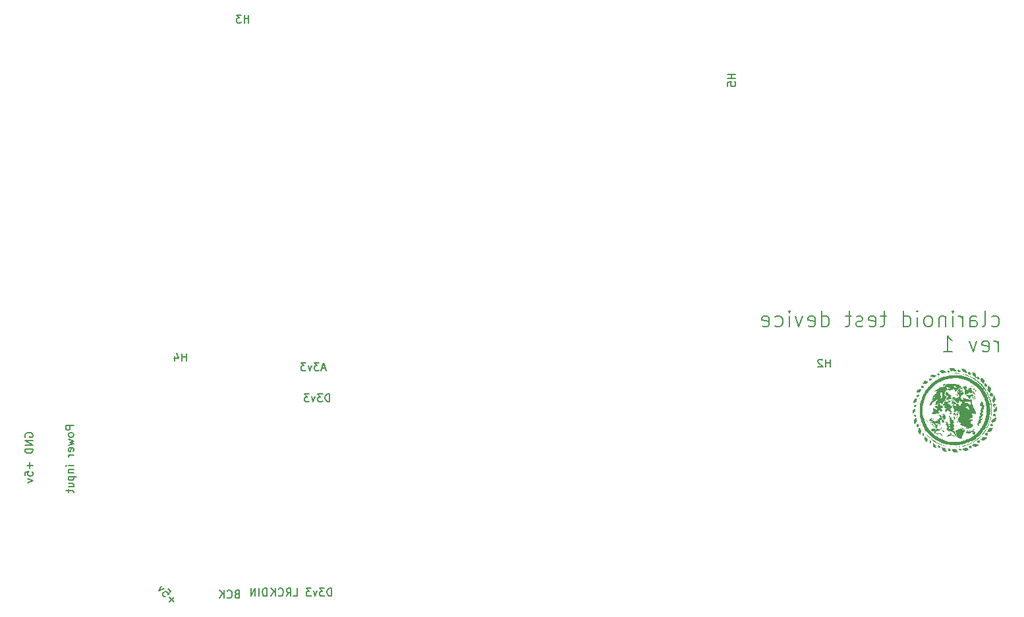
<source format=gbr>
%TF.GenerationSoftware,KiCad,Pcbnew,(6.0.5)*%
%TF.CreationDate,2022-06-20T23:21:56+02:00*%
%TF.ProjectId,clarinoid-devboard,636c6172-696e-46f6-9964-2d646576626f,rev?*%
%TF.SameCoordinates,Original*%
%TF.FileFunction,Legend,Bot*%
%TF.FilePolarity,Positive*%
%FSLAX46Y46*%
G04 Gerber Fmt 4.6, Leading zero omitted, Abs format (unit mm)*
G04 Created by KiCad (PCBNEW (6.0.5)) date 2022-06-20 23:21:56*
%MOMM*%
%LPD*%
G01*
G04 APERTURE LIST*
G04 Aperture macros list*
%AMHorizOval*
0 Thick line with rounded ends*
0 $1 width*
0 $2 $3 position (X,Y) of the first rounded end (center of the circle)*
0 $4 $5 position (X,Y) of the second rounded end (center of the circle)*
0 Add line between two ends*
20,1,$1,$2,$3,$4,$5,0*
0 Add two circle primitives to create the rounded ends*
1,1,$1,$2,$3*
1,1,$1,$4,$5*%
%AMRotRect*
0 Rectangle, with rotation*
0 The origin of the aperture is its center*
0 $1 length*
0 $2 width*
0 $3 Rotation angle, in degrees counterclockwise*
0 Add horizontal line*
21,1,$1,$2,0,0,$3*%
G04 Aperture macros list end*
%ADD10C,0.150000*%
%ADD11C,0.300000*%
%ADD12C,0.000000*%
%ADD13C,3.883298*%
%ADD14R,1.700000X1.700000*%
%ADD15O,1.700000X1.700000*%
%ADD16C,2.000000*%
%ADD17RotRect,1.600000X1.600000X45.000000*%
%ADD18HorizOval,1.600000X0.000000X0.000000X0.000000X0.000000X0*%
%ADD19C,6.200000*%
%ADD20C,1.850000*%
%ADD21C,3.450000*%
%ADD22C,2.390000*%
%ADD23C,1.500000*%
%ADD24HorizOval,1.700000X0.388909X0.388909X-0.388909X-0.388909X0*%
%ADD25C,0.300000*%
%ADD26HorizOval,4.500000X-1.590990X1.590990X1.590990X-1.590990X0*%
%ADD27C,1.000000*%
%ADD28C,0.650000*%
%ADD29O,1.000000X1.600000*%
%ADD30O,1.000000X2.100000*%
%ADD31C,1.150000*%
%ADD32C,1.650000*%
%ADD33R,1.650000X1.650000*%
%ADD34O,6.000000X3.000000*%
%ADD35C,4.400000*%
%ADD36C,0.800000*%
G04 APERTURE END LIST*
D10*
X128232232Y-88613700D02*
X127756042Y-88613700D01*
X128327470Y-88899414D02*
X127994137Y-87899414D01*
X127660804Y-88899414D01*
X127422708Y-87899414D02*
X126803661Y-87899414D01*
X127136994Y-88280367D01*
X126994137Y-88280367D01*
X126898899Y-88327986D01*
X126851280Y-88375605D01*
X126803661Y-88470843D01*
X126803661Y-88708938D01*
X126851280Y-88804176D01*
X126898899Y-88851795D01*
X126994137Y-88899414D01*
X127279851Y-88899414D01*
X127375089Y-88851795D01*
X127422708Y-88804176D01*
X126470327Y-88232748D02*
X126232232Y-88899414D01*
X125994137Y-88232748D01*
X125708423Y-87899414D02*
X125089375Y-87899414D01*
X125422708Y-88280367D01*
X125279851Y-88280367D01*
X125184613Y-88327986D01*
X125136994Y-88375605D01*
X125089375Y-88470843D01*
X125089375Y-88708938D01*
X125136994Y-88804176D01*
X125184613Y-88851795D01*
X125279851Y-88899414D01*
X125565565Y-88899414D01*
X125660804Y-88851795D01*
X125708423Y-88804176D01*
X89660804Y-97435129D02*
X89613184Y-97339891D01*
X89613184Y-97197034D01*
X89660804Y-97054176D01*
X89756042Y-96958938D01*
X89851280Y-96911319D01*
X90041756Y-96863700D01*
X90184613Y-96863700D01*
X90375089Y-96911319D01*
X90470327Y-96958938D01*
X90565565Y-97054176D01*
X90613184Y-97197034D01*
X90613184Y-97292272D01*
X90565565Y-97435129D01*
X90517946Y-97482748D01*
X90184613Y-97482748D01*
X90184613Y-97292272D01*
X90613184Y-97911319D02*
X89613184Y-97911319D01*
X90613184Y-98482748D01*
X89613184Y-98482748D01*
X90613184Y-98958938D02*
X89613184Y-98958938D01*
X89613184Y-99197034D01*
X89660804Y-99339891D01*
X89756042Y-99435129D01*
X89851280Y-99482748D01*
X90041756Y-99530367D01*
X90184613Y-99530367D01*
X90375089Y-99482748D01*
X90470327Y-99435129D01*
X90565565Y-99339891D01*
X90613184Y-99197034D01*
X90613184Y-98958938D01*
X120684613Y-117899414D02*
X120684613Y-116899414D01*
X120446518Y-116899414D01*
X120303661Y-116947034D01*
X120208423Y-117042272D01*
X120160804Y-117137510D01*
X120113184Y-117327986D01*
X120113184Y-117470843D01*
X120160804Y-117661319D01*
X120208423Y-117756557D01*
X120303661Y-117851795D01*
X120446518Y-117899414D01*
X120684613Y-117899414D01*
X119684613Y-117899414D02*
X119684613Y-116899414D01*
X119208423Y-117899414D02*
X119208423Y-116899414D01*
X118636994Y-117899414D01*
X118636994Y-116899414D01*
X95863184Y-95958938D02*
X94863184Y-95958938D01*
X94863184Y-96339891D01*
X94910804Y-96435129D01*
X94958423Y-96482748D01*
X95053661Y-96530367D01*
X95196518Y-96530367D01*
X95291756Y-96482748D01*
X95339375Y-96435129D01*
X95386994Y-96339891D01*
X95386994Y-95958938D01*
X95863184Y-97101795D02*
X95815565Y-97006557D01*
X95767946Y-96958938D01*
X95672708Y-96911319D01*
X95386994Y-96911319D01*
X95291756Y-96958938D01*
X95244137Y-97006557D01*
X95196518Y-97101795D01*
X95196518Y-97244653D01*
X95244137Y-97339891D01*
X95291756Y-97387510D01*
X95386994Y-97435129D01*
X95672708Y-97435129D01*
X95767946Y-97387510D01*
X95815565Y-97339891D01*
X95863184Y-97244653D01*
X95863184Y-97101795D01*
X95196518Y-97768462D02*
X95863184Y-97958938D01*
X95386994Y-98149414D01*
X95863184Y-98339891D01*
X95196518Y-98530367D01*
X95815565Y-99292272D02*
X95863184Y-99197034D01*
X95863184Y-99006557D01*
X95815565Y-98911319D01*
X95720327Y-98863700D01*
X95339375Y-98863700D01*
X95244137Y-98911319D01*
X95196518Y-99006557D01*
X95196518Y-99197034D01*
X95244137Y-99292272D01*
X95339375Y-99339891D01*
X95434613Y-99339891D01*
X95529851Y-98863700D01*
X95863184Y-99768462D02*
X95196518Y-99768462D01*
X95386994Y-99768462D02*
X95291756Y-99816081D01*
X95244137Y-99863700D01*
X95196518Y-99958938D01*
X95196518Y-100054176D01*
X95863184Y-101149414D02*
X95196518Y-101149414D01*
X94863184Y-101149414D02*
X94910804Y-101101795D01*
X94958423Y-101149414D01*
X94910804Y-101197034D01*
X94863184Y-101149414D01*
X94958423Y-101149414D01*
X95196518Y-101625605D02*
X95863184Y-101625605D01*
X95291756Y-101625605D02*
X95244137Y-101673224D01*
X95196518Y-101768462D01*
X95196518Y-101911319D01*
X95244137Y-102006557D01*
X95339375Y-102054176D01*
X95863184Y-102054176D01*
X95196518Y-102530367D02*
X96196518Y-102530367D01*
X95244137Y-102530367D02*
X95196518Y-102625605D01*
X95196518Y-102816081D01*
X95244137Y-102911319D01*
X95291756Y-102958938D01*
X95386994Y-103006557D01*
X95672708Y-103006557D01*
X95767946Y-102958938D01*
X95815565Y-102911319D01*
X95863184Y-102816081D01*
X95863184Y-102625605D01*
X95815565Y-102530367D01*
X95196518Y-103863700D02*
X95863184Y-103863700D01*
X95196518Y-103435129D02*
X95720327Y-103435129D01*
X95815565Y-103482748D01*
X95863184Y-103577986D01*
X95863184Y-103720843D01*
X95815565Y-103816081D01*
X95767946Y-103863700D01*
X95196518Y-104197034D02*
X95196518Y-104577986D01*
X94863184Y-104339891D02*
X95720327Y-104339891D01*
X95815565Y-104387510D01*
X95863184Y-104482748D01*
X95863184Y-104577986D01*
X124101280Y-117899414D02*
X124577470Y-117899414D01*
X124577470Y-116899414D01*
X123196518Y-117899414D02*
X123529851Y-117423224D01*
X123767946Y-117899414D02*
X123767946Y-116899414D01*
X123386994Y-116899414D01*
X123291756Y-116947034D01*
X123244137Y-116994653D01*
X123196518Y-117089891D01*
X123196518Y-117232748D01*
X123244137Y-117327986D01*
X123291756Y-117375605D01*
X123386994Y-117423224D01*
X123767946Y-117423224D01*
X122196518Y-117804176D02*
X122244137Y-117851795D01*
X122386994Y-117899414D01*
X122482232Y-117899414D01*
X122625089Y-117851795D01*
X122720327Y-117756557D01*
X122767946Y-117661319D01*
X122815565Y-117470843D01*
X122815565Y-117327986D01*
X122767946Y-117137510D01*
X122720327Y-117042272D01*
X122625089Y-116947034D01*
X122482232Y-116899414D01*
X122386994Y-116899414D01*
X122244137Y-116947034D01*
X122196518Y-116994653D01*
X121767946Y-117899414D02*
X121767946Y-116899414D01*
X121196518Y-117899414D02*
X121625089Y-117327986D01*
X121196518Y-116899414D02*
X121767946Y-117470843D01*
X90232232Y-100708938D02*
X90232232Y-101470843D01*
X90613184Y-101089891D02*
X89851280Y-101089891D01*
X89613184Y-102423224D02*
X89613184Y-101947034D01*
X90089375Y-101899414D01*
X90041756Y-101947034D01*
X89994137Y-102042272D01*
X89994137Y-102280367D01*
X90041756Y-102375605D01*
X90089375Y-102423224D01*
X90184613Y-102470843D01*
X90422708Y-102470843D01*
X90517946Y-102423224D01*
X90565565Y-102375605D01*
X90613184Y-102280367D01*
X90613184Y-102042272D01*
X90565565Y-101947034D01*
X90517946Y-101899414D01*
X89946518Y-102804176D02*
X90613184Y-103042272D01*
X89946518Y-103280367D01*
X213812478Y-83149065D02*
X214002954Y-83244303D01*
X214383907Y-83244303D01*
X214574383Y-83149065D01*
X214669621Y-83053827D01*
X214764859Y-82863351D01*
X214764859Y-82291922D01*
X214669621Y-82101446D01*
X214574383Y-82006208D01*
X214383907Y-81910970D01*
X214002954Y-81910970D01*
X213812478Y-82006208D01*
X212669621Y-83244303D02*
X212860097Y-83149065D01*
X212955335Y-82958589D01*
X212955335Y-81244303D01*
X211050573Y-83244303D02*
X211050573Y-82196684D01*
X211145812Y-82006208D01*
X211336288Y-81910970D01*
X211717240Y-81910970D01*
X211907716Y-82006208D01*
X211050573Y-83149065D02*
X211241050Y-83244303D01*
X211717240Y-83244303D01*
X211907716Y-83149065D01*
X212002954Y-82958589D01*
X212002954Y-82768113D01*
X211907716Y-82577637D01*
X211717240Y-82482399D01*
X211241050Y-82482399D01*
X211050573Y-82387161D01*
X210098192Y-83244303D02*
X210098192Y-81910970D01*
X210098192Y-82291922D02*
X210002954Y-82101446D01*
X209907716Y-82006208D01*
X209717240Y-81910970D01*
X209526764Y-81910970D01*
X208860097Y-83244303D02*
X208860097Y-81910970D01*
X208860097Y-81244303D02*
X208955335Y-81339542D01*
X208860097Y-81434780D01*
X208764859Y-81339542D01*
X208860097Y-81244303D01*
X208860097Y-81434780D01*
X207907716Y-81910970D02*
X207907716Y-83244303D01*
X207907716Y-82101446D02*
X207812478Y-82006208D01*
X207622002Y-81910970D01*
X207336288Y-81910970D01*
X207145812Y-82006208D01*
X207050573Y-82196684D01*
X207050573Y-83244303D01*
X205812478Y-83244303D02*
X206002954Y-83149065D01*
X206098192Y-83053827D01*
X206193431Y-82863351D01*
X206193431Y-82291922D01*
X206098192Y-82101446D01*
X206002954Y-82006208D01*
X205812478Y-81910970D01*
X205526764Y-81910970D01*
X205336288Y-82006208D01*
X205241050Y-82101446D01*
X205145812Y-82291922D01*
X205145812Y-82863351D01*
X205241050Y-83053827D01*
X205336288Y-83149065D01*
X205526764Y-83244303D01*
X205812478Y-83244303D01*
X204288669Y-83244303D02*
X204288669Y-81910970D01*
X204288669Y-81244303D02*
X204383907Y-81339542D01*
X204288669Y-81434780D01*
X204193431Y-81339542D01*
X204288669Y-81244303D01*
X204288669Y-81434780D01*
X202479145Y-83244303D02*
X202479145Y-81244303D01*
X202479145Y-83149065D02*
X202669621Y-83244303D01*
X203050573Y-83244303D01*
X203241050Y-83149065D01*
X203336288Y-83053827D01*
X203431526Y-82863351D01*
X203431526Y-82291922D01*
X203336288Y-82101446D01*
X203241050Y-82006208D01*
X203050573Y-81910970D01*
X202669621Y-81910970D01*
X202479145Y-82006208D01*
X200288669Y-81910970D02*
X199526764Y-81910970D01*
X200002954Y-81244303D02*
X200002954Y-82958589D01*
X199907716Y-83149065D01*
X199717240Y-83244303D01*
X199526764Y-83244303D01*
X198098192Y-83149065D02*
X198288669Y-83244303D01*
X198669621Y-83244303D01*
X198860097Y-83149065D01*
X198955335Y-82958589D01*
X198955335Y-82196684D01*
X198860097Y-82006208D01*
X198669621Y-81910970D01*
X198288669Y-81910970D01*
X198098192Y-82006208D01*
X198002954Y-82196684D01*
X198002954Y-82387161D01*
X198955335Y-82577637D01*
X197241050Y-83149065D02*
X197050573Y-83244303D01*
X196669621Y-83244303D01*
X196479145Y-83149065D01*
X196383907Y-82958589D01*
X196383907Y-82863351D01*
X196479145Y-82672875D01*
X196669621Y-82577637D01*
X196955335Y-82577637D01*
X197145812Y-82482399D01*
X197241050Y-82291922D01*
X197241050Y-82196684D01*
X197145812Y-82006208D01*
X196955335Y-81910970D01*
X196669621Y-81910970D01*
X196479145Y-82006208D01*
X195812478Y-81910970D02*
X195050573Y-81910970D01*
X195526764Y-81244303D02*
X195526764Y-82958589D01*
X195431526Y-83149065D01*
X195241050Y-83244303D01*
X195050573Y-83244303D01*
X192002954Y-83244303D02*
X192002954Y-81244303D01*
X192002954Y-83149065D02*
X192193431Y-83244303D01*
X192574383Y-83244303D01*
X192764859Y-83149065D01*
X192860097Y-83053827D01*
X192955335Y-82863351D01*
X192955335Y-82291922D01*
X192860097Y-82101446D01*
X192764859Y-82006208D01*
X192574383Y-81910970D01*
X192193431Y-81910970D01*
X192002954Y-82006208D01*
X190288669Y-83149065D02*
X190479145Y-83244303D01*
X190860097Y-83244303D01*
X191050573Y-83149065D01*
X191145812Y-82958589D01*
X191145812Y-82196684D01*
X191050573Y-82006208D01*
X190860097Y-81910970D01*
X190479145Y-81910970D01*
X190288669Y-82006208D01*
X190193431Y-82196684D01*
X190193431Y-82387161D01*
X191145812Y-82577637D01*
X189526764Y-81910970D02*
X189050573Y-83244303D01*
X188574383Y-81910970D01*
X187812478Y-83244303D02*
X187812478Y-81910970D01*
X187812478Y-81244303D02*
X187907716Y-81339542D01*
X187812478Y-81434780D01*
X187717240Y-81339542D01*
X187812478Y-81244303D01*
X187812478Y-81434780D01*
X186002954Y-83149065D02*
X186193431Y-83244303D01*
X186574383Y-83244303D01*
X186764859Y-83149065D01*
X186860097Y-83053827D01*
X186955335Y-82863351D01*
X186955335Y-82291922D01*
X186860097Y-82101446D01*
X186764859Y-82006208D01*
X186574383Y-81910970D01*
X186193431Y-81910970D01*
X186002954Y-82006208D01*
X184383907Y-83149065D02*
X184574383Y-83244303D01*
X184955335Y-83244303D01*
X185145812Y-83149065D01*
X185241050Y-82958589D01*
X185241050Y-82196684D01*
X185145812Y-82006208D01*
X184955335Y-81910970D01*
X184574383Y-81910970D01*
X184383907Y-82006208D01*
X184288669Y-82196684D01*
X184288669Y-82387161D01*
X185241050Y-82577637D01*
X214669621Y-86464303D02*
X214669621Y-85130970D01*
X214669621Y-85511922D02*
X214574383Y-85321446D01*
X214479145Y-85226208D01*
X214288669Y-85130970D01*
X214098192Y-85130970D01*
X212669621Y-86369065D02*
X212860097Y-86464303D01*
X213241050Y-86464303D01*
X213431526Y-86369065D01*
X213526764Y-86178589D01*
X213526764Y-85416684D01*
X213431526Y-85226208D01*
X213241050Y-85130970D01*
X212860097Y-85130970D01*
X212669621Y-85226208D01*
X212574383Y-85416684D01*
X212574383Y-85607161D01*
X213526764Y-85797637D01*
X211907716Y-85130970D02*
X211431526Y-86464303D01*
X210955335Y-85130970D01*
X207622002Y-86464303D02*
X208764859Y-86464303D01*
X208193431Y-86464303D02*
X208193431Y-84464303D01*
X208383907Y-84750018D01*
X208574383Y-84940494D01*
X208764859Y-85035732D01*
X116839375Y-117625605D02*
X116696518Y-117673224D01*
X116648899Y-117720843D01*
X116601280Y-117816081D01*
X116601280Y-117958938D01*
X116648899Y-118054176D01*
X116696518Y-118101795D01*
X116791756Y-118149414D01*
X117172708Y-118149414D01*
X117172708Y-117149414D01*
X116839375Y-117149414D01*
X116744137Y-117197034D01*
X116696518Y-117244653D01*
X116648899Y-117339891D01*
X116648899Y-117435129D01*
X116696518Y-117530367D01*
X116744137Y-117577986D01*
X116839375Y-117625605D01*
X117172708Y-117625605D01*
X115601280Y-118054176D02*
X115648899Y-118101795D01*
X115791756Y-118149414D01*
X115886994Y-118149414D01*
X116029851Y-118101795D01*
X116125089Y-118006557D01*
X116172708Y-117911319D01*
X116220327Y-117720843D01*
X116220327Y-117577986D01*
X116172708Y-117387510D01*
X116125089Y-117292272D01*
X116029851Y-117197034D01*
X115886994Y-117149414D01*
X115791756Y-117149414D01*
X115648899Y-117197034D01*
X115601280Y-117244653D01*
X115172708Y-118149414D02*
X115172708Y-117149414D01*
X114601280Y-118149414D02*
X115029851Y-117577986D01*
X114601280Y-117149414D02*
X115172708Y-117720843D01*
X128756042Y-92899414D02*
X128756042Y-91899414D01*
X128517946Y-91899414D01*
X128375089Y-91947034D01*
X128279851Y-92042272D01*
X128232232Y-92137510D01*
X128184613Y-92327986D01*
X128184613Y-92470843D01*
X128232232Y-92661319D01*
X128279851Y-92756557D01*
X128375089Y-92851795D01*
X128517946Y-92899414D01*
X128756042Y-92899414D01*
X127851280Y-91899414D02*
X127232232Y-91899414D01*
X127565565Y-92280367D01*
X127422708Y-92280367D01*
X127327470Y-92327986D01*
X127279851Y-92375605D01*
X127232232Y-92470843D01*
X127232232Y-92708938D01*
X127279851Y-92804176D01*
X127327470Y-92851795D01*
X127422708Y-92899414D01*
X127708423Y-92899414D01*
X127803661Y-92851795D01*
X127851280Y-92804176D01*
X126898899Y-92232748D02*
X126660804Y-92899414D01*
X126422708Y-92232748D01*
X126136994Y-91899414D02*
X125517946Y-91899414D01*
X125851280Y-92280367D01*
X125708423Y-92280367D01*
X125613184Y-92327986D01*
X125565565Y-92375605D01*
X125517946Y-92470843D01*
X125517946Y-92708938D01*
X125565565Y-92804176D01*
X125613184Y-92851795D01*
X125708423Y-92899414D01*
X125994137Y-92899414D01*
X126089375Y-92851795D01*
X126136994Y-92804176D01*
X129006042Y-117899414D02*
X129006042Y-116899414D01*
X128767946Y-116899414D01*
X128625089Y-116947034D01*
X128529851Y-117042272D01*
X128482232Y-117137510D01*
X128434613Y-117327986D01*
X128434613Y-117470843D01*
X128482232Y-117661319D01*
X128529851Y-117756557D01*
X128625089Y-117851795D01*
X128767946Y-117899414D01*
X129006042Y-117899414D01*
X128101280Y-116899414D02*
X127482232Y-116899414D01*
X127815565Y-117280367D01*
X127672708Y-117280367D01*
X127577470Y-117327986D01*
X127529851Y-117375605D01*
X127482232Y-117470843D01*
X127482232Y-117708938D01*
X127529851Y-117804176D01*
X127577470Y-117851795D01*
X127672708Y-117899414D01*
X127958423Y-117899414D01*
X128053661Y-117851795D01*
X128101280Y-117804176D01*
X127148899Y-117232748D02*
X126910804Y-117899414D01*
X126672708Y-117232748D01*
X126386994Y-116899414D02*
X125767946Y-116899414D01*
X126101280Y-117280367D01*
X125958423Y-117280367D01*
X125863184Y-117327986D01*
X125815565Y-117375605D01*
X125767946Y-117470843D01*
X125767946Y-117708938D01*
X125815565Y-117804176D01*
X125863184Y-117851795D01*
X125958423Y-117899414D01*
X126244137Y-117899414D01*
X126339375Y-117851795D01*
X126386994Y-117804176D01*
X108735761Y-118623007D02*
X108197013Y-118084259D01*
X108197013Y-118623007D02*
X108735761Y-118084259D01*
X107961311Y-116973091D02*
X108298029Y-117309808D01*
X107994983Y-117680198D01*
X107994983Y-117612854D01*
X107961311Y-117511839D01*
X107792952Y-117343480D01*
X107691937Y-117309808D01*
X107624594Y-117309808D01*
X107523578Y-117343480D01*
X107355220Y-117511839D01*
X107321548Y-117612854D01*
X107321548Y-117680198D01*
X107355220Y-117781213D01*
X107523578Y-117949572D01*
X107624594Y-117983243D01*
X107691937Y-117983243D01*
X107456235Y-116939419D02*
X106816472Y-117242465D01*
X107119517Y-116602702D01*
%TO.C,H2*%
X193073230Y-88449724D02*
X193073230Y-87449039D01*
X193073230Y-87925556D02*
X192501410Y-87925556D01*
X192501410Y-88449724D02*
X192501410Y-87449039D01*
X192072545Y-87544343D02*
X192024894Y-87496691D01*
X191929590Y-87449039D01*
X191691332Y-87449039D01*
X191596029Y-87496691D01*
X191548377Y-87544343D01*
X191500725Y-87639646D01*
X191500725Y-87734949D01*
X191548377Y-87877904D01*
X192120197Y-88449724D01*
X191500725Y-88449724D01*
%TO.C,H4*%
X110360738Y-87687232D02*
X110360738Y-86686547D01*
X110360738Y-87163064D02*
X109788918Y-87163064D01*
X109788918Y-87687232D02*
X109788918Y-86686547D01*
X108883537Y-87020109D02*
X108883537Y-87687232D01*
X109121795Y-86638896D02*
X109360053Y-87353671D01*
X108740582Y-87353671D01*
%TO.C,H5*%
X180913494Y-50784607D02*
X179912809Y-50784607D01*
X180389326Y-50784607D02*
X180389326Y-51356427D01*
X180913494Y-51356427D02*
X179912809Y-51356427D01*
X179912809Y-52309460D02*
X179912809Y-51832944D01*
X180389326Y-51785292D01*
X180341674Y-51832944D01*
X180294023Y-51928247D01*
X180294023Y-52166505D01*
X180341674Y-52261809D01*
X180389326Y-52309460D01*
X180484629Y-52357112D01*
X180722888Y-52357112D01*
X180818191Y-52309460D01*
X180865843Y-52261809D01*
X180913494Y-52166505D01*
X180913494Y-51928247D01*
X180865843Y-51832944D01*
X180818191Y-51785292D01*
%TO.C,H3*%
X118360738Y-44187232D02*
X118360738Y-43186547D01*
X118360738Y-43663064D02*
X117788918Y-43663064D01*
X117788918Y-44187232D02*
X117788918Y-43186547D01*
X117407705Y-43186547D02*
X116788233Y-43186547D01*
X117121795Y-43567761D01*
X116978840Y-43567761D01*
X116883537Y-43615412D01*
X116835885Y-43663064D01*
X116788233Y-43758367D01*
X116788233Y-43996626D01*
X116835885Y-44091929D01*
X116883537Y-44139581D01*
X116978840Y-44187232D01*
X117264750Y-44187232D01*
X117360053Y-44139581D01*
X117407705Y-44091929D01*
D11*
%TO.C,G\u002A\u002A\u002A*%
X210335883Y-93437542D02*
X210481026Y-93364970D01*
X210698740Y-93364970D01*
X210916454Y-93437542D01*
X211061597Y-93582684D01*
X211134169Y-93727827D01*
X211206740Y-94018113D01*
X211206740Y-94235827D01*
X211134169Y-94526113D01*
X211061597Y-94671256D01*
X210916454Y-94816399D01*
X210698740Y-94888970D01*
X210553597Y-94888970D01*
X210335883Y-94816399D01*
X210263312Y-94743827D01*
X210263312Y-94235827D01*
X210553597Y-94235827D01*
X209392454Y-93364970D02*
X209392454Y-93727827D01*
X209755312Y-93582684D02*
X209392454Y-93727827D01*
X209029597Y-93582684D01*
X209610169Y-94018113D02*
X209392454Y-93727827D01*
X209174740Y-94018113D01*
X208231312Y-93364970D02*
X208231312Y-93727827D01*
X208594169Y-93582684D02*
X208231312Y-93727827D01*
X207868454Y-93582684D01*
X208449026Y-94018113D02*
X208231312Y-93727827D01*
X208013597Y-94018113D01*
X207070169Y-93364970D02*
X207070169Y-93727827D01*
X207433026Y-93582684D02*
X207070169Y-93727827D01*
X206707312Y-93582684D01*
X207287883Y-94018113D02*
X207070169Y-93727827D01*
X206852454Y-94018113D01*
G36*
X205293312Y-96562042D02*
G01*
X205280812Y-96574542D01*
X205268312Y-96562042D01*
X205280812Y-96549542D01*
X205293312Y-96562042D01*
G37*
G36*
X204293312Y-93812042D02*
G01*
X204280812Y-93824542D01*
X204268312Y-93812042D01*
X204280812Y-93799542D01*
X204293312Y-93812042D01*
G37*
G36*
X204593312Y-95612042D02*
G01*
X204580812Y-95624542D01*
X204568312Y-95612042D01*
X204580812Y-95599542D01*
X204593312Y-95612042D01*
G37*
G36*
X207493312Y-94212042D02*
G01*
X207480812Y-94224542D01*
X207468312Y-94212042D01*
X207480812Y-94199542D01*
X207493312Y-94212042D01*
G37*
G36*
X213293312Y-97237042D02*
G01*
X213280812Y-97249542D01*
X213268312Y-97237042D01*
X213280812Y-97224542D01*
X213293312Y-97237042D01*
G37*
G36*
X211743312Y-90262042D02*
G01*
X211730812Y-90274542D01*
X211718312Y-90262042D01*
X211730812Y-90249542D01*
X211743312Y-90262042D01*
G37*
G36*
X208296348Y-88881479D02*
G01*
X208350596Y-88912997D01*
X208395900Y-88952525D01*
X208422462Y-88995274D01*
X208429251Y-89039066D01*
X208424588Y-89054157D01*
X208406597Y-89112042D01*
X208400070Y-89124210D01*
X208358243Y-89145614D01*
X208299048Y-89143604D01*
X208242969Y-89117496D01*
X208228426Y-89104558D01*
X208188248Y-89057986D01*
X208155267Y-89007183D01*
X208137812Y-88966313D01*
X208144212Y-88949542D01*
X208153505Y-88947564D01*
X208155812Y-88924542D01*
X208153461Y-88911661D01*
X208179337Y-88899542D01*
X208197955Y-88896561D01*
X208218312Y-88875160D01*
X208220356Y-88868319D01*
X208247990Y-88864432D01*
X208296348Y-88881479D01*
G37*
G36*
X207423214Y-96505633D02*
G01*
X207443312Y-96525637D01*
X207446204Y-96535784D01*
X207475301Y-96544387D01*
X207488406Y-96543467D01*
X207510951Y-96561065D01*
X207513727Y-96570597D01*
X207546521Y-96597487D01*
X207595605Y-96600648D01*
X207637101Y-96577053D01*
X207646953Y-96564689D01*
X207660796Y-96552965D01*
X207651534Y-96585132D01*
X207651296Y-96585811D01*
X207646558Y-96619826D01*
X207672944Y-96618520D01*
X207685874Y-96614891D01*
X207703466Y-96627264D01*
X207702587Y-96678268D01*
X207699759Y-96718520D01*
X207711329Y-96742661D01*
X207749866Y-96738861D01*
X207779231Y-96733297D01*
X207774562Y-96739356D01*
X207747204Y-96762100D01*
X207748681Y-96783926D01*
X207780812Y-96783582D01*
X207800043Y-96779848D01*
X207818312Y-96794783D01*
X207816083Y-96805089D01*
X207787062Y-96832126D01*
X207756442Y-96831819D01*
X207705812Y-96809273D01*
X207697492Y-96803664D01*
X207636893Y-96766310D01*
X207565207Y-96725701D01*
X207555920Y-96720490D01*
X207478542Y-96666068D01*
X207414325Y-96605099D01*
X207404369Y-96593914D01*
X207356864Y-96554778D01*
X207320200Y-96544746D01*
X207303986Y-96547014D01*
X207303808Y-96527785D01*
X207329889Y-96509275D01*
X207377910Y-96500294D01*
X207423214Y-96505633D01*
G37*
G36*
X206302833Y-98243721D02*
G01*
X206364393Y-98272493D01*
X206441555Y-98317037D01*
X206520089Y-98370450D01*
X206587952Y-98435670D01*
X206628436Y-98511064D01*
X206652565Y-98612042D01*
X206653401Y-98617109D01*
X206666532Y-98696876D01*
X206680668Y-98782965D01*
X206684083Y-98804300D01*
X206688335Y-98853826D01*
X206675233Y-98868825D01*
X206638603Y-98860708D01*
X206618152Y-98853260D01*
X206551607Y-98822719D01*
X206472429Y-98781012D01*
X206395054Y-98736323D01*
X206333917Y-98696833D01*
X206303455Y-98670727D01*
X206296656Y-98656283D01*
X206280903Y-98595794D01*
X206268010Y-98512277D01*
X206259145Y-98420185D01*
X206255475Y-98333971D01*
X206258170Y-98268088D01*
X206268397Y-98236989D01*
X206269402Y-98236511D01*
X206302833Y-98243721D01*
G37*
G36*
X208518312Y-89312042D02*
G01*
X208505812Y-89324542D01*
X208493312Y-89312042D01*
X208505812Y-89299542D01*
X208518312Y-89312042D01*
G37*
G36*
X210218312Y-90412042D02*
G01*
X210205812Y-90424542D01*
X210193312Y-90412042D01*
X210205812Y-90399542D01*
X210218312Y-90412042D01*
G37*
G36*
X206999288Y-89700268D02*
G01*
X207018312Y-89724542D01*
X207017586Y-89730517D01*
X206993312Y-89749542D01*
X206987337Y-89748815D01*
X206968312Y-89724542D01*
X206969039Y-89718566D01*
X206993312Y-89699542D01*
X206999288Y-89700268D01*
G37*
G36*
X210668312Y-93362042D02*
G01*
X210655812Y-93374542D01*
X210643312Y-93362042D01*
X210655812Y-93349542D01*
X210668312Y-93362042D01*
G37*
G36*
X211757192Y-92274809D02*
G01*
X211753354Y-92287250D01*
X211705812Y-92305714D01*
X211643867Y-92332211D01*
X211592391Y-92364357D01*
X211559015Y-92381203D01*
X211498641Y-92383179D01*
X211457442Y-92380528D01*
X211443312Y-92408341D01*
X211438259Y-92425685D01*
X211410008Y-92433649D01*
X211370331Y-92418225D01*
X211334728Y-92386982D01*
X211318695Y-92347486D01*
X211319468Y-92345213D01*
X211347616Y-92327587D01*
X211403777Y-92306701D01*
X211410314Y-92304734D01*
X211478140Y-92293015D01*
X211517773Y-92308756D01*
X211524738Y-92315021D01*
X211538099Y-92313162D01*
X211534038Y-92268704D01*
X211526630Y-92236539D01*
X211573654Y-92236539D01*
X211576646Y-92266208D01*
X211584165Y-92270119D01*
X211593312Y-92249542D01*
X211591508Y-92236307D01*
X211576646Y-92232875D01*
X211573654Y-92236539D01*
X211526630Y-92236539D01*
X211522241Y-92217480D01*
X211507253Y-92176872D01*
X211507050Y-92172118D01*
X211533154Y-92176864D01*
X211586773Y-92200372D01*
X211604287Y-92208990D01*
X211676391Y-92242134D01*
X211694943Y-92249542D01*
X211730812Y-92263865D01*
X211757192Y-92274809D01*
G37*
G36*
X210618312Y-98262042D02*
G01*
X210605812Y-98274542D01*
X210593312Y-98262042D01*
X210605812Y-98249542D01*
X210618312Y-98262042D01*
G37*
G36*
X207368312Y-89762042D02*
G01*
X207355812Y-89774542D01*
X207343312Y-89762042D01*
X207355812Y-89749542D01*
X207368312Y-89762042D01*
G37*
G36*
X208643312Y-96887042D02*
G01*
X208630812Y-96899542D01*
X208618312Y-96887042D01*
X208630812Y-96874542D01*
X208643312Y-96887042D01*
G37*
G36*
X209309979Y-97457875D02*
G01*
X209313890Y-97465394D01*
X209293312Y-97474542D01*
X209280078Y-97472737D01*
X209276646Y-97457875D01*
X209280310Y-97454883D01*
X209309979Y-97457875D01*
G37*
G36*
X207868312Y-95562042D02*
G01*
X207855812Y-95574542D01*
X207843312Y-95562042D01*
X207855812Y-95549542D01*
X207868312Y-95562042D01*
G37*
G36*
X209543312Y-94887042D02*
G01*
X209530812Y-94899542D01*
X209518312Y-94887042D01*
X209530812Y-94874542D01*
X209543312Y-94887042D01*
G37*
G36*
X210293312Y-90449542D02*
G01*
X210291508Y-90462776D01*
X210276646Y-90466208D01*
X210273654Y-90462544D01*
X210276646Y-90432875D01*
X210284165Y-90428964D01*
X210293312Y-90449542D01*
G37*
G36*
X205143312Y-91362042D02*
G01*
X205130812Y-91374542D01*
X205118312Y-91362042D01*
X205130812Y-91349542D01*
X205143312Y-91362042D01*
G37*
G36*
X209757257Y-93350666D02*
G01*
X209780812Y-93374542D01*
X209785469Y-93383393D01*
X209783763Y-93399542D01*
X209779368Y-93398417D01*
X209755812Y-93374542D01*
X209751156Y-93365690D01*
X209752862Y-93349542D01*
X209757257Y-93350666D01*
G37*
G36*
X213243312Y-96562042D02*
G01*
X213230812Y-96574542D01*
X213218312Y-96562042D01*
X213230812Y-96549542D01*
X213243312Y-96562042D01*
G37*
G36*
X212458200Y-97645679D02*
G01*
X212450482Y-97656785D01*
X212429337Y-97674542D01*
X212425842Y-97674298D01*
X212420337Y-97659827D01*
X212447175Y-97634654D01*
X212461146Y-97628571D01*
X212458200Y-97645679D01*
G37*
G36*
X207046534Y-98507897D02*
G01*
X207071390Y-98519124D01*
X207136445Y-98568477D01*
X207188945Y-98634901D01*
X207224574Y-98707676D01*
X207239014Y-98776081D01*
X207227949Y-98829395D01*
X207187062Y-98856898D01*
X207123113Y-98867511D01*
X207056006Y-98868277D01*
X207013271Y-98846997D01*
X206980948Y-98799803D01*
X206978426Y-98794888D01*
X206952643Y-98739423D01*
X206941714Y-98706053D01*
X206938014Y-98680843D01*
X206926187Y-98627513D01*
X206923040Y-98584475D01*
X206952805Y-98544726D01*
X206973948Y-98527840D01*
X206981164Y-98500111D01*
X206980098Y-98497474D01*
X206998036Y-98494017D01*
X207046534Y-98507897D01*
G37*
G36*
X208093312Y-98437042D02*
G01*
X208080812Y-98449542D01*
X208068312Y-98437042D01*
X208080812Y-98424542D01*
X208093312Y-98437042D01*
G37*
G36*
X205518312Y-90862042D02*
G01*
X205505812Y-90874542D01*
X205493312Y-90862042D01*
X205505812Y-90849542D01*
X205518312Y-90862042D01*
G37*
G36*
X209725069Y-98667150D02*
G01*
X209743312Y-98702492D01*
X209741386Y-98710899D01*
X209718312Y-98712042D01*
X209711556Y-98706933D01*
X209693312Y-98671591D01*
X209695239Y-98663184D01*
X209718312Y-98662042D01*
X209725069Y-98667150D01*
G37*
G36*
X213218312Y-90974542D02*
G01*
X213216508Y-90987776D01*
X213201646Y-90991208D01*
X213198654Y-90987544D01*
X213201646Y-90957875D01*
X213209165Y-90953964D01*
X213218312Y-90974542D01*
G37*
G36*
X209301017Y-94389243D02*
G01*
X209348108Y-94393405D01*
X209422117Y-94397458D01*
X209455615Y-94405175D01*
X209503124Y-94448344D01*
X209525564Y-94516156D01*
X209515684Y-94593421D01*
X209486988Y-94634073D01*
X209425368Y-94649159D01*
X209414550Y-94648909D01*
X209346270Y-94636978D01*
X209305084Y-94611858D01*
X209302444Y-94579992D01*
X209304322Y-94575425D01*
X209301800Y-94531499D01*
X209282101Y-94468983D01*
X209274842Y-94451489D01*
X209258733Y-94404856D01*
X209266462Y-94388307D01*
X209301017Y-94389243D01*
G37*
G36*
X209150861Y-98757283D02*
G01*
X209099733Y-98756249D01*
X209078709Y-98743206D01*
X209083835Y-98737042D01*
X209118312Y-98737042D01*
X209130812Y-98749542D01*
X209143312Y-98737042D01*
X209130812Y-98724542D01*
X209118312Y-98737042D01*
X209083835Y-98737042D01*
X209095199Y-98723375D01*
X209110764Y-98716800D01*
X209161892Y-98717834D01*
X209182916Y-98730877D01*
X209177790Y-98737042D01*
X209166426Y-98750708D01*
X209150861Y-98757283D01*
G37*
G36*
X211205261Y-98025254D02*
G01*
X211165692Y-98047420D01*
X211124836Y-98062392D01*
X211085107Y-98071266D01*
X211084346Y-98061349D01*
X211126773Y-98034084D01*
X211130888Y-98031889D01*
X211182586Y-98010558D01*
X211211652Y-98009548D01*
X211205261Y-98025254D01*
G37*
G36*
X214018312Y-96112042D02*
G01*
X214005812Y-96124542D01*
X213993312Y-96112042D01*
X214005812Y-96099542D01*
X214018312Y-96112042D01*
G37*
G36*
X207268312Y-89787042D02*
G01*
X207255812Y-89799542D01*
X207243312Y-89787042D01*
X207255812Y-89774542D01*
X207268312Y-89787042D01*
G37*
G36*
X208487774Y-98686142D02*
G01*
X208546093Y-98700232D01*
X208622435Y-98713196D01*
X208622837Y-98713247D01*
X208681974Y-98725115D01*
X208715473Y-98739807D01*
X208712059Y-98744925D01*
X208673964Y-98746548D01*
X208606823Y-98740323D01*
X208564468Y-98733410D01*
X208495449Y-98715653D01*
X208456823Y-98696492D01*
X208454960Y-98694473D01*
X208450439Y-98679063D01*
X208487774Y-98686142D01*
G37*
G36*
X209557168Y-93796430D02*
G01*
X209492280Y-93805093D01*
X209440350Y-93796756D01*
X209416168Y-93788738D01*
X209378674Y-93794171D01*
X209371300Y-93797413D01*
X209384006Y-93774542D01*
X209400747Y-93748324D01*
X209404829Y-93739716D01*
X209443312Y-93739716D01*
X209450241Y-93749030D01*
X209478896Y-93745552D01*
X209505636Y-93724828D01*
X209507918Y-93713255D01*
X209482111Y-93715003D01*
X209462923Y-93723660D01*
X209443312Y-93739716D01*
X209404829Y-93739716D01*
X209423579Y-93700176D01*
X209430804Y-93666635D01*
X209418026Y-93662218D01*
X209405305Y-93664483D01*
X209393312Y-93638517D01*
X209389631Y-93620059D01*
X209365383Y-93605792D01*
X209348160Y-93600988D01*
X209329611Y-93564989D01*
X209328433Y-93539349D01*
X209337948Y-93476688D01*
X209357977Y-93411135D01*
X209382579Y-93360142D01*
X209405812Y-93341159D01*
X209426220Y-93339305D01*
X209474562Y-93321197D01*
X209502172Y-93310598D01*
X209518312Y-93325137D01*
X209519738Y-93333874D01*
X209540531Y-93338761D01*
X209557392Y-93340867D01*
X209594707Y-93372455D01*
X209637761Y-93426046D01*
X209676292Y-93488310D01*
X209700033Y-93545914D01*
X209703535Y-93597722D01*
X209678613Y-93682131D01*
X209656136Y-93713255D01*
X209626234Y-93754662D01*
X209557168Y-93796430D01*
G37*
G36*
X208160301Y-98642369D02*
G01*
X208180812Y-98649486D01*
X208195713Y-98654688D01*
X208241794Y-98664465D01*
X208283432Y-98674368D01*
X208314711Y-98687607D01*
X208316887Y-98690567D01*
X208301072Y-98698649D01*
X208249085Y-98696342D01*
X208171437Y-98683917D01*
X208167432Y-98683090D01*
X208114950Y-98666505D01*
X208093312Y-98648629D01*
X208100345Y-98639317D01*
X208137062Y-98637341D01*
X208160301Y-98642369D01*
G37*
G36*
X211130883Y-98563593D02*
G01*
X211198133Y-98590964D01*
X211258044Y-98635148D01*
X211272010Y-98687056D01*
X211242451Y-98750751D01*
X211239491Y-98754957D01*
X211206779Y-98809450D01*
X211193312Y-98847151D01*
X211193204Y-98849859D01*
X211171187Y-98872035D01*
X211116180Y-98866545D01*
X211035821Y-98834027D01*
X210997842Y-98813613D01*
X210916601Y-98754166D01*
X210884487Y-98696142D01*
X210900964Y-98637586D01*
X210965500Y-98576544D01*
X210971722Y-98572155D01*
X211018097Y-98546326D01*
X211063313Y-98544086D01*
X211130883Y-98563593D01*
G37*
G36*
X208603266Y-93687042D02*
G01*
X208581173Y-93773845D01*
X208576716Y-93782154D01*
X208531693Y-93836727D01*
X208486324Y-93845039D01*
X208446097Y-93805792D01*
X208435844Y-93790397D01*
X208415499Y-93782257D01*
X208382589Y-93801609D01*
X208326105Y-93852762D01*
X208289915Y-93885662D01*
X208232119Y-93932055D01*
X208193312Y-93955330D01*
X208152806Y-93961782D01*
X208112037Y-93939448D01*
X208102810Y-93878752D01*
X208103285Y-93873232D01*
X208094804Y-93779938D01*
X208050013Y-93719923D01*
X207966344Y-93689626D01*
X207960620Y-93688667D01*
X207877475Y-93658234D01*
X207836640Y-93602028D01*
X207836157Y-93517463D01*
X207867985Y-93450037D01*
X207928625Y-93384974D01*
X207998993Y-93343481D01*
X208010092Y-93335378D01*
X208007757Y-93302688D01*
X208007486Y-93302252D01*
X207983712Y-93285115D01*
X207947081Y-93307398D01*
X207896577Y-93345711D01*
X207800826Y-93394824D01*
X207705643Y-93419615D01*
X207623611Y-93417488D01*
X207567316Y-93385841D01*
X207559245Y-93373064D01*
X207554344Y-93315189D01*
X207579555Y-93249483D01*
X207603471Y-93220184D01*
X207795150Y-93220184D01*
X207803752Y-93237755D01*
X207843312Y-93224542D01*
X207859552Y-93209974D01*
X207860922Y-93183817D01*
X207847640Y-93178525D01*
X207813312Y-93194541D01*
X207795150Y-93220184D01*
X207603471Y-93220184D01*
X207626386Y-93192112D01*
X207658435Y-93174542D01*
X207893312Y-93174542D01*
X207893986Y-93180473D01*
X207897993Y-93183817D01*
X207916837Y-93199542D01*
X207923851Y-93198588D01*
X207955812Y-93174542D01*
X207956642Y-93169999D01*
X207998016Y-93169999D01*
X208030812Y-93173776D01*
X208061401Y-93170402D01*
X208118312Y-93149542D01*
X208125207Y-93144968D01*
X208138609Y-93129084D01*
X208105812Y-93125307D01*
X208075224Y-93128681D01*
X208018312Y-93149542D01*
X208011418Y-93154115D01*
X208005051Y-93161661D01*
X207998016Y-93169999D01*
X207956642Y-93169999D01*
X207958164Y-93161661D01*
X207932288Y-93149542D01*
X207913662Y-93152601D01*
X207893312Y-93174542D01*
X207658435Y-93174542D01*
X207686345Y-93159241D01*
X207727942Y-93148588D01*
X207771324Y-93129470D01*
X207774601Y-93102469D01*
X207743753Y-93056923D01*
X207742622Y-93055477D01*
X207707758Y-93001545D01*
X207693312Y-92960867D01*
X207704180Y-92941275D01*
X207752231Y-92920440D01*
X207825855Y-92910155D01*
X207910939Y-92911989D01*
X207993369Y-92927512D01*
X208005240Y-92931032D01*
X208067516Y-92945961D01*
X208101017Y-92941958D01*
X208121573Y-92917827D01*
X208145498Y-92894277D01*
X208191643Y-92894121D01*
X208240939Y-92928814D01*
X208281527Y-92992794D01*
X208287187Y-93006642D01*
X208302241Y-93064674D01*
X208283711Y-93092430D01*
X208226646Y-93099542D01*
X208189573Y-93105277D01*
X208168312Y-93124542D01*
X208168865Y-93129084D01*
X208169039Y-93130517D01*
X208193312Y-93149542D01*
X208195738Y-93149646D01*
X208216147Y-93171698D01*
X208210864Y-93225119D01*
X208180747Y-93299669D01*
X208163997Y-93336359D01*
X208157053Y-93378163D01*
X208167183Y-93431030D01*
X208195611Y-93512445D01*
X208217577Y-93566072D01*
X208261395Y-93639915D01*
X208309804Y-93676059D01*
X208321923Y-93680626D01*
X208373724Y-93696910D01*
X208390875Y-93690309D01*
X208390058Y-93687042D01*
X208443312Y-93687042D01*
X208455812Y-93699542D01*
X208468312Y-93687042D01*
X208455812Y-93674542D01*
X208443312Y-93687042D01*
X208390058Y-93687042D01*
X208382927Y-93658537D01*
X208382153Y-93638517D01*
X208393312Y-93638517D01*
X208393962Y-93641012D01*
X208418312Y-93649542D01*
X208425165Y-93648524D01*
X208443312Y-93623066D01*
X208441350Y-93614024D01*
X208418312Y-93612042D01*
X208410831Y-93617173D01*
X208393312Y-93638517D01*
X208382153Y-93638517D01*
X208381711Y-93627093D01*
X208417753Y-93582120D01*
X208443441Y-93559980D01*
X208465674Y-93527475D01*
X208464812Y-93507781D01*
X208437062Y-93514234D01*
X208419102Y-93521673D01*
X208433452Y-93501820D01*
X208448921Y-93453885D01*
X208441871Y-93366902D01*
X208434190Y-93320975D01*
X208430851Y-93266221D01*
X208444227Y-93251292D01*
X208476259Y-93270762D01*
X208497057Y-93283057D01*
X208528184Y-93281337D01*
X208535507Y-93278339D01*
X208530579Y-93303635D01*
X208529165Y-93308276D01*
X208530770Y-93361022D01*
X208550335Y-93427873D01*
X208591806Y-93549523D01*
X208600450Y-93623066D01*
X208606484Y-93674399D01*
X208603266Y-93687042D01*
G37*
G36*
X209343312Y-93662042D02*
G01*
X209330812Y-93674542D01*
X209318312Y-93662042D01*
X209330812Y-93649542D01*
X209343312Y-93662042D01*
G37*
G36*
X204493312Y-92737042D02*
G01*
X204480812Y-92749542D01*
X204468312Y-92737042D01*
X204480812Y-92724542D01*
X204493312Y-92737042D01*
G37*
G36*
X207318312Y-93112042D02*
G01*
X207305812Y-93124542D01*
X207293312Y-93112042D01*
X207305812Y-93099542D01*
X207318312Y-93112042D01*
G37*
G36*
X212705462Y-91130195D02*
G01*
X212709979Y-91177448D01*
X212709965Y-91184103D01*
X212706814Y-91237020D01*
X212695425Y-91243272D01*
X212671855Y-91205792D01*
X212662279Y-91178134D01*
X212679308Y-91133698D01*
X212688936Y-91126004D01*
X212705462Y-91130195D01*
G37*
G36*
X212740359Y-94140521D02*
G01*
X212710866Y-94181750D01*
X212663916Y-94238229D01*
X212635887Y-94271991D01*
X212606799Y-94321295D01*
X212614507Y-94347190D01*
X212616194Y-94348283D01*
X212624924Y-94373451D01*
X212591243Y-94413882D01*
X212581572Y-94423378D01*
X212536656Y-94480836D01*
X212491720Y-94553832D01*
X212457145Y-94624143D01*
X212443312Y-94673546D01*
X212454867Y-94698103D01*
X212480991Y-94691257D01*
X212503852Y-94655792D01*
X212505009Y-94652376D01*
X212536555Y-94597360D01*
X212586483Y-94539255D01*
X212639878Y-94493252D01*
X212681824Y-94474542D01*
X212699223Y-94481612D01*
X212716653Y-94520836D01*
X212717929Y-94578850D01*
X212703687Y-94637706D01*
X212674562Y-94679455D01*
X212631021Y-94719767D01*
X212575666Y-94783937D01*
X212523060Y-94854755D01*
X212483758Y-94917912D01*
X212468312Y-94959100D01*
X212466115Y-94975984D01*
X212443981Y-95011628D01*
X212429385Y-95025454D01*
X212398961Y-95072742D01*
X212370701Y-95132803D01*
X212352715Y-95187245D01*
X212353115Y-95217677D01*
X212375076Y-95213583D01*
X212408504Y-95178285D01*
X212414778Y-95169495D01*
X212477274Y-95096124D01*
X212539278Y-95044227D01*
X212588237Y-95024542D01*
X212603511Y-95027385D01*
X212616880Y-95054755D01*
X212602071Y-95104503D01*
X212565063Y-95168405D01*
X212511830Y-95238240D01*
X212489459Y-95262042D01*
X212448350Y-95305782D01*
X212380601Y-95362809D01*
X212314557Y-95401097D01*
X212257013Y-95432142D01*
X212246312Y-95455047D01*
X212280127Y-95465854D01*
X212355812Y-95460735D01*
X212359667Y-95460161D01*
X212428018Y-95453079D01*
X212460237Y-95460238D01*
X212468312Y-95484131D01*
X212468099Y-95487832D01*
X212447053Y-95536105D01*
X212400766Y-95597766D01*
X212342320Y-95658961D01*
X212284798Y-95705837D01*
X212241283Y-95724542D01*
X212209325Y-95733741D01*
X212169192Y-95772898D01*
X212146704Y-95823084D01*
X212153885Y-95843581D01*
X212195918Y-95836215D01*
X212210678Y-95831632D01*
X212232964Y-95828665D01*
X212226713Y-95847411D01*
X212191216Y-95897030D01*
X212180606Y-95910936D01*
X212140184Y-95956260D01*
X212113611Y-95974542D01*
X212104514Y-95978459D01*
X212093312Y-96011257D01*
X212090331Y-96024181D01*
X212065589Y-96035167D01*
X212033622Y-96022027D01*
X212016281Y-95990617D01*
X212009415Y-95919790D01*
X211982031Y-95761467D01*
X211979780Y-95751204D01*
X211979411Y-95688985D01*
X212014058Y-95640891D01*
X212044390Y-95615099D01*
X212065243Y-95611909D01*
X212079411Y-95645127D01*
X212086941Y-95676423D01*
X212087925Y-95715703D01*
X212086940Y-95722394D01*
X212105812Y-95749542D01*
X212111013Y-95750975D01*
X212128244Y-95731280D01*
X212136742Y-95680422D01*
X212136363Y-95613109D01*
X212126960Y-95544047D01*
X212108390Y-95487943D01*
X212086364Y-95427699D01*
X212095583Y-95370299D01*
X212107032Y-95342595D01*
X212103631Y-95324542D01*
X212098891Y-95319994D01*
X212113125Y-95293292D01*
X212124846Y-95277522D01*
X212145651Y-95237042D01*
X212152531Y-95221422D01*
X212183327Y-95180956D01*
X212195985Y-95170567D01*
X212215413Y-95176099D01*
X212230849Y-95224706D01*
X212231536Y-95227775D01*
X212252950Y-95284910D01*
X212278211Y-95296331D01*
X212301735Y-95262042D01*
X212393312Y-95262042D01*
X212405812Y-95274542D01*
X212418312Y-95262042D01*
X212405812Y-95249542D01*
X212393312Y-95262042D01*
X212301735Y-95262042D01*
X212303138Y-95259997D01*
X212316797Y-95202594D01*
X212304770Y-95134139D01*
X212257918Y-95050885D01*
X212229772Y-95005058D01*
X212209210Y-94940208D01*
X212214479Y-94862736D01*
X212228383Y-94802747D01*
X212251683Y-94770946D01*
X212293624Y-94763296D01*
X212323241Y-94765797D01*
X212351849Y-94788031D01*
X212363769Y-94845496D01*
X212369211Y-94885944D01*
X212382375Y-94910282D01*
X212407519Y-94898125D01*
X212414409Y-94891870D01*
X212440845Y-94833704D01*
X212426079Y-94751498D01*
X212369852Y-94643495D01*
X212358315Y-94624788D01*
X212313596Y-94527521D01*
X212307871Y-94442599D01*
X212339647Y-94355792D01*
X212375940Y-94307103D01*
X212410234Y-94299163D01*
X212434259Y-94336060D01*
X212443312Y-94415103D01*
X212443421Y-94437361D01*
X212446877Y-94494188D01*
X212458058Y-94512025D01*
X212480812Y-94499542D01*
X212484939Y-94495636D01*
X212508885Y-94443212D01*
X212517562Y-94367548D01*
X212510459Y-94290421D01*
X212487062Y-94233606D01*
X212449109Y-94188925D01*
X212399562Y-94133525D01*
X212384041Y-94116286D01*
X212361641Y-94086539D01*
X212473654Y-94086539D01*
X212476646Y-94116208D01*
X212484165Y-94120119D01*
X212493312Y-94099542D01*
X212491508Y-94086307D01*
X212476646Y-94082875D01*
X212473654Y-94086539D01*
X212361641Y-94086539D01*
X212349425Y-94070316D01*
X212352583Y-94051757D01*
X212393194Y-94056754D01*
X212414804Y-94061011D01*
X212433899Y-94049958D01*
X212428671Y-94003420D01*
X212424285Y-93981540D01*
X212424112Y-93957184D01*
X212441290Y-93974542D01*
X212445662Y-93980500D01*
X212469279Y-93999440D01*
X212492930Y-93974542D01*
X212512427Y-93936386D01*
X212512617Y-93888584D01*
X212484055Y-93821980D01*
X212483023Y-93819989D01*
X212463238Y-93758605D01*
X212478786Y-93703328D01*
X212494934Y-93676317D01*
X212519879Y-93664094D01*
X212561823Y-93687810D01*
X212569566Y-93693220D01*
X212600600Y-93711769D01*
X212605227Y-93698527D01*
X212588274Y-93645834D01*
X212564001Y-93589552D01*
X212519013Y-93521068D01*
X212624569Y-93521068D01*
X212635664Y-93570169D01*
X212661582Y-93639225D01*
X212682044Y-93681705D01*
X212710118Y-93723894D01*
X212727718Y-93729548D01*
X212734601Y-93702159D01*
X212737482Y-93650123D01*
X212735659Y-93593457D01*
X212729810Y-93550348D01*
X212720613Y-93538982D01*
X212710005Y-93540017D01*
X212676259Y-93520762D01*
X212655834Y-93508105D01*
X212626725Y-93507795D01*
X212624569Y-93521068D01*
X212519013Y-93521068D01*
X212516547Y-93517314D01*
X212465202Y-93471079D01*
X212419777Y-93461577D01*
X212415326Y-93462648D01*
X212388662Y-93451820D01*
X212360444Y-93405912D01*
X212326176Y-93318026D01*
X212323643Y-93310711D01*
X212302261Y-93242115D01*
X212295098Y-93204337D01*
X212303752Y-93205403D01*
X212326368Y-93228927D01*
X212350100Y-93234420D01*
X212355073Y-93225439D01*
X212357233Y-93176681D01*
X212345410Y-93108440D01*
X212323870Y-93040200D01*
X212296882Y-92991442D01*
X212284325Y-92976588D01*
X212271772Y-92953778D01*
X212294014Y-92953942D01*
X212306817Y-92960359D01*
X212346160Y-93000132D01*
X212388264Y-93062042D01*
X212445715Y-93162042D01*
X212432678Y-93026456D01*
X212430245Y-92991694D01*
X212433910Y-92929915D01*
X212447711Y-92914820D01*
X212465603Y-92946554D01*
X212481537Y-93025266D01*
X212485490Y-93052146D01*
X212502903Y-93116989D01*
X212521849Y-93135677D01*
X212537071Y-93107616D01*
X212543312Y-93032216D01*
X212544364Y-92989085D01*
X212555596Y-92920312D01*
X212580558Y-92890599D01*
X212606079Y-92892455D01*
X212632798Y-92935206D01*
X212648718Y-93021903D01*
X212652999Y-93149542D01*
X212652994Y-93149933D01*
X212652643Y-93226672D01*
X212655931Y-93258937D01*
X212665629Y-93252228D01*
X212684510Y-93212042D01*
X212704556Y-93133848D01*
X212706333Y-93049542D01*
X212704399Y-93033282D01*
X212702582Y-92993676D01*
X212708764Y-92993447D01*
X212717074Y-93005521D01*
X212746585Y-93010019D01*
X212747421Y-93009612D01*
X212756867Y-93027731D01*
X212761572Y-93082204D01*
X212761993Y-93160522D01*
X212758589Y-93250175D01*
X212751819Y-93338653D01*
X212742142Y-93413445D01*
X212730015Y-93462042D01*
X212723235Y-93478804D01*
X212721163Y-93498249D01*
X212748679Y-93479766D01*
X212778442Y-93442751D01*
X212805316Y-93380119D01*
X212815411Y-93344412D01*
X212828381Y-93331075D01*
X212847971Y-93358753D01*
X212858461Y-93394874D01*
X212861932Y-93481699D01*
X212852240Y-93602694D01*
X212844989Y-93650123D01*
X212829765Y-93749697D01*
X212814166Y-93801396D01*
X212773899Y-93855673D01*
X212699155Y-93912197D01*
X212656904Y-93941282D01*
X212583504Y-94002933D01*
X212545813Y-94053663D01*
X212548481Y-94088044D01*
X212552187Y-94089925D01*
X212586836Y-94080712D01*
X212638971Y-94048799D01*
X212657731Y-94035793D01*
X212716513Y-94010064D01*
X212751006Y-94021249D01*
X212755499Y-94068391D01*
X212751150Y-94092116D01*
X212749986Y-94099542D01*
X212745225Y-94129922D01*
X212740359Y-94140521D01*
G37*
G36*
X207968312Y-96937042D02*
G01*
X207955812Y-96949542D01*
X207943312Y-96937042D01*
X207955812Y-96924542D01*
X207968312Y-96937042D01*
G37*
G36*
X211868312Y-92287042D02*
G01*
X211855812Y-92299542D01*
X211843312Y-92287042D01*
X211855812Y-92274542D01*
X211868312Y-92287042D01*
G37*
G36*
X210453710Y-96258505D02*
G01*
X210442487Y-96279504D01*
X210415638Y-96299542D01*
X210404704Y-96298747D01*
X210396713Y-96284301D01*
X210431385Y-96249067D01*
X210438790Y-96243025D01*
X210460121Y-96231516D01*
X210453710Y-96258505D01*
G37*
G36*
X204718312Y-95412042D02*
G01*
X204705812Y-95424542D01*
X204693312Y-95412042D01*
X204705812Y-95399542D01*
X204718312Y-95412042D01*
G37*
G36*
X213412419Y-95919142D02*
G01*
X213397328Y-95940331D01*
X213378291Y-95983314D01*
X213374226Y-95997169D01*
X213351456Y-96052514D01*
X213314494Y-96133154D01*
X213269555Y-96226336D01*
X213222858Y-96319304D01*
X213180619Y-96399304D01*
X213149056Y-96453582D01*
X213129075Y-96484837D01*
X213082466Y-96559405D01*
X213032568Y-96640704D01*
X212979633Y-96721745D01*
X212887213Y-96849077D01*
X212779837Y-96985539D01*
X212669011Y-97116087D01*
X212633802Y-97152765D01*
X212596020Y-97176297D01*
X212567440Y-97166087D01*
X212546824Y-97150411D01*
X212555964Y-97172084D01*
X212561475Y-97197481D01*
X212532967Y-97238557D01*
X212507985Y-97259125D01*
X212493959Y-97278515D01*
X212489090Y-97310301D01*
X212464015Y-97359695D01*
X212431325Y-97404812D01*
X212404022Y-97424542D01*
X212397416Y-97425750D01*
X212357639Y-97451279D01*
X212309649Y-97499542D01*
X212297070Y-97514146D01*
X212255621Y-97557214D01*
X212231371Y-97574542D01*
X212227923Y-97574774D01*
X212211474Y-97581410D01*
X212182859Y-97602046D01*
X212133748Y-97643169D01*
X212055812Y-97711265D01*
X212016228Y-97744081D01*
X211959489Y-97783850D01*
X211923778Y-97799422D01*
X211907286Y-97803773D01*
X211877353Y-97837042D01*
X211867032Y-97854434D01*
X211831199Y-97874542D01*
X211808611Y-97880855D01*
X211767368Y-97913179D01*
X211743142Y-97932649D01*
X211700509Y-97938466D01*
X211684763Y-97934791D01*
X211679477Y-97947380D01*
X211673918Y-97967547D01*
X211633069Y-98003763D01*
X211553034Y-98056991D01*
X211430812Y-98129428D01*
X211412630Y-98139741D01*
X211356854Y-98167205D01*
X211325815Y-98169737D01*
X211305812Y-98149542D01*
X211303643Y-98136467D01*
X211330122Y-98124542D01*
X211349681Y-98120964D01*
X211382200Y-98092440D01*
X211394758Y-98076464D01*
X211442581Y-98039467D01*
X211510998Y-97998690D01*
X211552192Y-97975837D01*
X211623315Y-97931580D01*
X211669993Y-97896194D01*
X211682070Y-97885609D01*
X211730722Y-97847944D01*
X211798651Y-97798577D01*
X211873950Y-97745782D01*
X211944712Y-97697830D01*
X211999033Y-97662992D01*
X212025007Y-97649542D01*
X212044081Y-97634048D01*
X212091071Y-97590086D01*
X212158358Y-97525081D01*
X212238441Y-97446479D01*
X212323821Y-97361725D01*
X212406998Y-97278266D01*
X212480472Y-97203548D01*
X212536743Y-97145017D01*
X212568312Y-97110120D01*
X212582543Y-97092122D01*
X212627747Y-97032669D01*
X212679197Y-96962978D01*
X212698625Y-96936876D01*
X212763227Y-96855594D01*
X212822832Y-96787042D01*
X212838389Y-96769968D01*
X212877484Y-96721751D01*
X212893197Y-96693292D01*
X212903623Y-96670457D01*
X212937062Y-96629076D01*
X212962493Y-96596996D01*
X213007245Y-96528776D01*
X213053942Y-96447826D01*
X213112408Y-96337911D01*
X213181869Y-96204173D01*
X213247512Y-96074740D01*
X213305406Y-95957583D01*
X213350969Y-95862042D01*
X213368312Y-95862042D01*
X213380812Y-95874542D01*
X213393312Y-95862042D01*
X213380812Y-95849542D01*
X213368312Y-95862042D01*
X213350969Y-95862042D01*
X213351624Y-95860669D01*
X213382235Y-95791969D01*
X213393312Y-95759452D01*
X213393584Y-95756304D01*
X213411313Y-95715762D01*
X213448243Y-95661452D01*
X213451028Y-95657858D01*
X213490374Y-95594731D01*
X213510986Y-95539330D01*
X213517494Y-95496350D01*
X213528576Y-95424542D01*
X213535368Y-95380118D01*
X213540833Y-95341816D01*
X213541731Y-95337940D01*
X213562062Y-95333179D01*
X213576057Y-95322937D01*
X213584937Y-95278404D01*
X213590190Y-95226341D01*
X213603079Y-95149542D01*
X213621345Y-95071815D01*
X213648726Y-94964949D01*
X213674732Y-94872644D01*
X213694708Y-94812042D01*
X213695758Y-94809313D01*
X213715395Y-94728596D01*
X213731102Y-94607612D01*
X213742808Y-94455501D01*
X213750441Y-94281405D01*
X213753929Y-94094465D01*
X213753201Y-93903822D01*
X213748184Y-93718617D01*
X213738806Y-93547991D01*
X213724997Y-93401086D01*
X213706684Y-93287042D01*
X213689376Y-93207627D01*
X213654189Y-93047027D01*
X213627439Y-92926649D01*
X213607703Y-92840352D01*
X213593559Y-92781996D01*
X213583583Y-92745439D01*
X213576353Y-92724542D01*
X213569368Y-92706248D01*
X213557301Y-92662042D01*
X213553228Y-92640795D01*
X213530228Y-92561689D01*
X213492341Y-92453139D01*
X213444066Y-92326383D01*
X213389900Y-92192657D01*
X213334342Y-92063199D01*
X213281892Y-91949248D01*
X213237047Y-91862042D01*
X213235456Y-91859215D01*
X213172769Y-91738454D01*
X213132525Y-91640573D01*
X213118312Y-91574274D01*
X213113384Y-91544640D01*
X213095609Y-91535622D01*
X213090697Y-91535726D01*
X213060792Y-91511219D01*
X213014833Y-91456030D01*
X212960571Y-91379141D01*
X212924897Y-91326619D01*
X212850058Y-91222354D01*
X212762637Y-91105734D01*
X212669604Y-90985576D01*
X212577933Y-90870699D01*
X212494596Y-90769919D01*
X212426565Y-90692055D01*
X212380812Y-90645925D01*
X212354737Y-90623534D01*
X212300972Y-90577037D01*
X212233695Y-90518665D01*
X212156757Y-90453624D01*
X212055382Y-90370895D01*
X211958695Y-90294543D01*
X211954820Y-90291552D01*
X211868732Y-90224893D01*
X211788422Y-90162395D01*
X211730812Y-90117225D01*
X211726989Y-90114228D01*
X211649469Y-90059604D01*
X211568312Y-90010310D01*
X211558119Y-90004674D01*
X211486683Y-89961238D01*
X211430812Y-89921492D01*
X211388659Y-89893241D01*
X211318312Y-89861545D01*
X211274536Y-89845286D01*
X211243312Y-89826173D01*
X211233483Y-89817600D01*
X211181807Y-89788116D01*
X211096484Y-89747536D01*
X210986731Y-89699927D01*
X210861768Y-89649361D01*
X210730812Y-89599907D01*
X210691446Y-89585576D01*
X210571092Y-89541454D01*
X210457318Y-89499352D01*
X210370349Y-89466745D01*
X210365223Y-89464822D01*
X210269360Y-89433646D01*
X210150444Y-89401074D01*
X210032989Y-89373857D01*
X209958088Y-89358217D01*
X209893909Y-89343012D01*
X209869886Y-89332620D01*
X209880845Y-89324326D01*
X209921617Y-89315416D01*
X210002899Y-89311187D01*
X210083978Y-89327053D01*
X210147510Y-89347759D01*
X210218312Y-89362413D01*
X210392439Y-89392014D01*
X210630700Y-89461758D01*
X210896693Y-89569109D01*
X210981022Y-89606532D01*
X211074061Y-89646745D01*
X211143312Y-89675513D01*
X211190621Y-89695579D01*
X211305690Y-89750140D01*
X211437141Y-89817821D01*
X211567880Y-89889678D01*
X211680812Y-89956765D01*
X211833822Y-90061105D01*
X212004846Y-90191821D01*
X212183207Y-90339632D01*
X212359007Y-90495746D01*
X212522343Y-90651368D01*
X212663315Y-90797705D01*
X212772023Y-90925963D01*
X212875774Y-91063413D01*
X212983151Y-91213458D01*
X213056922Y-91327927D01*
X213097416Y-91407342D01*
X213104962Y-91452223D01*
X213101069Y-91481871D01*
X213124360Y-91499542D01*
X213144769Y-91512537D01*
X213185402Y-91561199D01*
X213236519Y-91636064D01*
X213291765Y-91726605D01*
X213344785Y-91822299D01*
X213389222Y-91912620D01*
X213418723Y-91987042D01*
X213438824Y-92044182D01*
X213476775Y-92139977D01*
X213518868Y-92237042D01*
X213552356Y-92312760D01*
X213583620Y-92388716D01*
X213600741Y-92437042D01*
X213610665Y-92469092D01*
X213635494Y-92540481D01*
X213666682Y-92624542D01*
X213687177Y-92681331D01*
X213732843Y-92838327D01*
X213770502Y-93019379D01*
X213800813Y-93229633D01*
X213824436Y-93474231D01*
X213842031Y-93758320D01*
X213854257Y-94087042D01*
X213853383Y-94176833D01*
X213844060Y-94313561D01*
X213827854Y-94437042D01*
X213822436Y-94467830D01*
X213802380Y-94586400D01*
X213780166Y-94722907D01*
X213759685Y-94853576D01*
X213750543Y-94909454D01*
X213728761Y-95021861D01*
X213706080Y-95116946D01*
X213686151Y-95178576D01*
X213673863Y-95208111D01*
X213641200Y-95295196D01*
X213610223Y-95387042D01*
X213562645Y-95534087D01*
X213513960Y-95675720D01*
X213470808Y-95792178D01*
X213441761Y-95862042D01*
X213436019Y-95875854D01*
X213412419Y-95919142D01*
G37*
G36*
X211768312Y-89824542D02*
G01*
X211766508Y-89837776D01*
X211751646Y-89841208D01*
X211748654Y-89837544D01*
X211751646Y-89807875D01*
X211759165Y-89803964D01*
X211768312Y-89824542D01*
G37*
G36*
X212893312Y-91362042D02*
G01*
X212880812Y-91374542D01*
X212868312Y-91362042D01*
X212880812Y-91349542D01*
X212893312Y-91362042D01*
G37*
G36*
X205468312Y-96812042D02*
G01*
X205455812Y-96824542D01*
X205443312Y-96812042D01*
X205455812Y-96799542D01*
X205468312Y-96812042D01*
G37*
G36*
X205518312Y-95108659D02*
G01*
X205514012Y-95123748D01*
X205480812Y-95141208D01*
X205463653Y-95139183D01*
X205443312Y-95123050D01*
X205447788Y-95112755D01*
X205480812Y-95090501D01*
X205500623Y-95087459D01*
X205518312Y-95108659D01*
G37*
G36*
X207582516Y-93921229D02*
G01*
X207574084Y-93975633D01*
X207556838Y-94037042D01*
X207548055Y-93978645D01*
X207545766Y-93939083D01*
X207553792Y-93905728D01*
X207572677Y-93896891D01*
X207582516Y-93921229D01*
G37*
G36*
X208418312Y-94312042D02*
G01*
X208405812Y-94324542D01*
X208393312Y-94312042D01*
X208405812Y-94299542D01*
X208418312Y-94312042D01*
G37*
G36*
X210418312Y-96212042D02*
G01*
X210405812Y-96224542D01*
X210393312Y-96212042D01*
X210405812Y-96199542D01*
X210418312Y-96212042D01*
G37*
G36*
X213318312Y-91524542D02*
G01*
X213316508Y-91537776D01*
X213301646Y-91541208D01*
X213298654Y-91537544D01*
X213301646Y-91507875D01*
X213309165Y-91503964D01*
X213318312Y-91524542D01*
G37*
G36*
X209759979Y-96157875D02*
G01*
X209763890Y-96165394D01*
X209743312Y-96174542D01*
X209730078Y-96172737D01*
X209726646Y-96157875D01*
X209730310Y-96154883D01*
X209759979Y-96157875D01*
G37*
G36*
X210118312Y-96312042D02*
G01*
X210105812Y-96324542D01*
X210093312Y-96312042D01*
X210105812Y-96299542D01*
X210118312Y-96312042D01*
G37*
G36*
X214218312Y-93612042D02*
G01*
X214205812Y-93624542D01*
X214193312Y-93612042D01*
X214205812Y-93599542D01*
X214218312Y-93612042D01*
G37*
G36*
X212468312Y-90337042D02*
G01*
X212455812Y-90349542D01*
X212443312Y-90337042D01*
X212455812Y-90324542D01*
X212468312Y-90337042D01*
G37*
G36*
X212468312Y-93673066D02*
G01*
X212467352Y-93680323D01*
X212443312Y-93699542D01*
X212437655Y-93699255D01*
X212418312Y-93688517D01*
X212419463Y-93684507D01*
X212443312Y-93662042D01*
X212452997Y-93658135D01*
X212468312Y-93673066D01*
G37*
G36*
X211668312Y-89749542D02*
G01*
X211666508Y-89762776D01*
X211651646Y-89766208D01*
X211648654Y-89762544D01*
X211651646Y-89732875D01*
X211659165Y-89728964D01*
X211668312Y-89749542D01*
G37*
G36*
X206793312Y-95287042D02*
G01*
X206780812Y-95299542D01*
X206768312Y-95287042D01*
X206780812Y-95274542D01*
X206793312Y-95287042D01*
G37*
G36*
X204868312Y-91712042D02*
G01*
X204855812Y-91724542D01*
X204843312Y-91712042D01*
X204855812Y-91699542D01*
X204868312Y-91712042D01*
G37*
G36*
X204902189Y-91769458D02*
G01*
X204880530Y-91808963D01*
X204879104Y-91811132D01*
X204846516Y-91855990D01*
X204827058Y-91874542D01*
X204825038Y-91862535D01*
X204841992Y-91827408D01*
X204869390Y-91787173D01*
X204896040Y-91760356D01*
X204898752Y-91758907D01*
X204902189Y-91769458D01*
G37*
G36*
X211834979Y-90332875D02*
G01*
X211838890Y-90340394D01*
X211818312Y-90349542D01*
X211805078Y-90347737D01*
X211801646Y-90332875D01*
X211805310Y-90329883D01*
X211834979Y-90332875D01*
G37*
G36*
X212268312Y-90637042D02*
G01*
X212255812Y-90649542D01*
X212243312Y-90637042D01*
X212255812Y-90624542D01*
X212268312Y-90637042D01*
G37*
G36*
X207868312Y-96337042D02*
G01*
X207855812Y-96349542D01*
X207843312Y-96337042D01*
X207855812Y-96324542D01*
X207868312Y-96337042D01*
G37*
G36*
X208943312Y-95437042D02*
G01*
X208930812Y-95449542D01*
X208918312Y-95437042D01*
X208930812Y-95424542D01*
X208943312Y-95437042D01*
G37*
G36*
X209209082Y-91938210D02*
G01*
X209218312Y-91973066D01*
X209215976Y-92007342D01*
X209204130Y-92021892D01*
X209184579Y-91987842D01*
X209180785Y-91968889D01*
X209194404Y-91936367D01*
X209209082Y-91938210D01*
G37*
G36*
X212968312Y-96312042D02*
G01*
X212955812Y-96324542D01*
X212943312Y-96312042D01*
X212955812Y-96299542D01*
X212968312Y-96312042D01*
G37*
G36*
X212808188Y-96693292D02*
G01*
X212772355Y-96732682D01*
X212751938Y-96749542D01*
X212745504Y-96748298D01*
X212752324Y-96728992D01*
X212799562Y-96684666D01*
X212855812Y-96637042D01*
X212808188Y-96693292D01*
G37*
G36*
X209818312Y-89312042D02*
G01*
X209805812Y-89324542D01*
X209793312Y-89312042D01*
X209805812Y-89299542D01*
X209818312Y-89312042D01*
G37*
G36*
X211274394Y-98177796D02*
G01*
X211287269Y-98185875D01*
X211294595Y-98201749D01*
X211275047Y-98223188D01*
X211222555Y-98255542D01*
X211131048Y-98304163D01*
X211106851Y-98316440D01*
X211011445Y-98359707D01*
X210935302Y-98386170D01*
X210890314Y-98391514D01*
X210858555Y-98390454D01*
X210806886Y-98414539D01*
X210776744Y-98435336D01*
X210709561Y-98468859D01*
X210626076Y-98502607D01*
X210558314Y-98527200D01*
X210486002Y-98553675D01*
X210443312Y-98569595D01*
X210442427Y-98569931D01*
X210398729Y-98583233D01*
X210322904Y-98603641D01*
X210230812Y-98626879D01*
X210197424Y-98634926D01*
X210075703Y-98660982D01*
X209996475Y-98670910D01*
X209955869Y-98664938D01*
X209950009Y-98643292D01*
X209967045Y-98625115D01*
X210014593Y-98614027D01*
X210047272Y-98610700D01*
X210068312Y-98594181D01*
X210070837Y-98586120D01*
X210099562Y-98578691D01*
X210128291Y-98576891D01*
X210181273Y-98557006D01*
X210189416Y-98552873D01*
X210253344Y-98530265D01*
X210331273Y-98512461D01*
X210346123Y-98509866D01*
X210423398Y-98492841D01*
X210480812Y-98475039D01*
X210483029Y-98474117D01*
X210533440Y-98453947D01*
X210613104Y-98422803D01*
X210705812Y-98387025D01*
X210803417Y-98348080D01*
X210920637Y-98298408D01*
X211018312Y-98254143D01*
X211082218Y-98224367D01*
X211142703Y-98198083D01*
X211172479Y-98187706D01*
X211175302Y-98187383D01*
X211207016Y-98169171D01*
X211228402Y-98163814D01*
X211274394Y-98177796D01*
G37*
G36*
X211345475Y-98375714D02*
G01*
X211354966Y-98386045D01*
X211318312Y-98412042D01*
X211303683Y-98420345D01*
X211257080Y-98444335D01*
X211246897Y-98441567D01*
X211268312Y-98412042D01*
X211290714Y-98392511D01*
X211340124Y-98375427D01*
X211345475Y-98375714D01*
G37*
G36*
X209656487Y-98700633D02*
G01*
X209654644Y-98715311D01*
X209619788Y-98724542D01*
X209585512Y-98722205D01*
X209570962Y-98710359D01*
X209605012Y-98690808D01*
X209623965Y-98687014D01*
X209656487Y-98700633D01*
G37*
G36*
X213133347Y-90925692D02*
G01*
X213155812Y-90949542D01*
X213159719Y-90959226D01*
X213144788Y-90974542D01*
X213137531Y-90973581D01*
X213118312Y-90949542D01*
X213118599Y-90943884D01*
X213129337Y-90924542D01*
X213133347Y-90925692D01*
G37*
G36*
X208005878Y-95075401D02*
G01*
X208003161Y-95091550D01*
X207968312Y-95124542D01*
X207943962Y-95143190D01*
X207903334Y-95170161D01*
X207898720Y-95163945D01*
X207930812Y-95124542D01*
X207967666Y-95091583D01*
X208003437Y-95075097D01*
X208005878Y-95075401D01*
G37*
G36*
X210748579Y-98220305D02*
G01*
X210730217Y-98229445D01*
X210690103Y-98239759D01*
X210658994Y-98239848D01*
X210656457Y-98228064D01*
X210675536Y-98218616D01*
X210725207Y-98207161D01*
X210758327Y-98206318D01*
X210748579Y-98220305D01*
G37*
G36*
X209335187Y-94971490D02*
G01*
X209358757Y-94988289D01*
X209358188Y-94998781D01*
X209355226Y-95013378D01*
X209380812Y-95049542D01*
X209406617Y-95084157D01*
X209406346Y-95099542D01*
X209393159Y-95093749D01*
X209357663Y-95062825D01*
X209317854Y-95018875D01*
X209287393Y-94977568D01*
X209279945Y-94954575D01*
X209294649Y-94954088D01*
X209335187Y-94971490D01*
G37*
G36*
X208543312Y-96812042D02*
G01*
X208530812Y-96824542D01*
X208518312Y-96812042D01*
X208530812Y-96799542D01*
X208543312Y-96812042D01*
G37*
G36*
X205055889Y-96946308D02*
G01*
X205111364Y-96971866D01*
X205137052Y-97023070D01*
X205143312Y-97111682D01*
X205142287Y-97162458D01*
X205136767Y-97238422D01*
X205128066Y-97285185D01*
X205100379Y-97311066D01*
X205044104Y-97319329D01*
X204980229Y-97305708D01*
X204928080Y-97271522D01*
X204910884Y-97232300D01*
X204905840Y-97163903D01*
X204913946Y-97085076D01*
X204932430Y-97010915D01*
X204958525Y-96956518D01*
X204989458Y-96936980D01*
X205055889Y-96946308D01*
G37*
G36*
X205375269Y-90229643D02*
G01*
X205376815Y-90229744D01*
X205475049Y-90239750D01*
X205559614Y-90254684D01*
X205612355Y-90271353D01*
X205616307Y-90273477D01*
X205650051Y-90296667D01*
X205653312Y-90325043D01*
X205629116Y-90377823D01*
X205623900Y-90387563D01*
X205594794Y-90430178D01*
X205575502Y-90440064D01*
X205563485Y-90442176D01*
X205526082Y-90471432D01*
X205475573Y-90523829D01*
X205459698Y-90541666D01*
X205407611Y-90591604D01*
X205363378Y-90611373D01*
X205310290Y-90609649D01*
X205303561Y-90608638D01*
X205220236Y-90597101D01*
X205131670Y-90586034D01*
X205104827Y-90582726D01*
X205010858Y-90565930D01*
X204959248Y-90544659D01*
X204943750Y-90516607D01*
X204943977Y-90514706D01*
X204963467Y-90479869D01*
X205008173Y-90421988D01*
X205069311Y-90352540D01*
X205194434Y-90218038D01*
X205375269Y-90229643D01*
G37*
G36*
X211468312Y-98312042D02*
G01*
X211455812Y-98324542D01*
X211443312Y-98312042D01*
X211455812Y-98299542D01*
X211468312Y-98312042D01*
G37*
G36*
X209255983Y-95185584D02*
G01*
X209287511Y-95224542D01*
X209303174Y-95257060D01*
X209299538Y-95274542D01*
X209280642Y-95263499D01*
X209249114Y-95224542D01*
X209233451Y-95192023D01*
X209237087Y-95174542D01*
X209255983Y-95185584D01*
G37*
G36*
X208843312Y-98737042D02*
G01*
X208830812Y-98749542D01*
X208818312Y-98737042D01*
X208830812Y-98724542D01*
X208843312Y-98737042D01*
G37*
G36*
X212766403Y-97437799D02*
G01*
X212829098Y-97444505D01*
X212921256Y-97453614D01*
X213024562Y-97463309D01*
X213047736Y-97465577D01*
X213134512Y-97477135D01*
X213195365Y-97490180D01*
X213218312Y-97502301D01*
X213212638Y-97513838D01*
X213179678Y-97556897D01*
X213123875Y-97621635D01*
X213052784Y-97699073D01*
X212991813Y-97762715D01*
X212929618Y-97822077D01*
X212882411Y-97855863D01*
X212839830Y-97871032D01*
X212791515Y-97874542D01*
X212789447Y-97874536D01*
X212709585Y-97869216D01*
X212615818Y-97856008D01*
X212524069Y-97838019D01*
X212450264Y-97818360D01*
X212410328Y-97800137D01*
X212408806Y-97796599D01*
X212422586Y-97763389D01*
X212462884Y-97707026D01*
X212522828Y-97637446D01*
X212535388Y-97623827D01*
X212599642Y-97552433D01*
X212649331Y-97494463D01*
X212674572Y-97461383D01*
X212705033Y-97441710D01*
X212762072Y-97437283D01*
X212766403Y-97437799D01*
G37*
G36*
X210077602Y-88644961D02*
G01*
X210169749Y-88661855D01*
X210267775Y-88688009D01*
X210360798Y-88720830D01*
X210437937Y-88757726D01*
X210488311Y-88796107D01*
X210500537Y-88810812D01*
X210565144Y-88906683D01*
X210625665Y-89021569D01*
X210668814Y-89130833D01*
X210679288Y-89171234D01*
X210670795Y-89190751D01*
X210629426Y-89184460D01*
X210583257Y-89175089D01*
X210506177Y-89165668D01*
X210464823Y-89157954D01*
X210443330Y-89140617D01*
X210438080Y-89131737D01*
X210405812Y-89133582D01*
X210386469Y-89136910D01*
X210368312Y-89119590D01*
X210367092Y-89110110D01*
X210351863Y-89107658D01*
X210335581Y-89111457D01*
X210297182Y-89093075D01*
X210289340Y-89086835D01*
X210268392Y-89076636D01*
X210275453Y-89106067D01*
X210275905Y-89107294D01*
X210275646Y-89125889D01*
X210252315Y-89112134D01*
X210212536Y-89073501D01*
X210162937Y-89017462D01*
X210110143Y-88951491D01*
X210060781Y-88883061D01*
X210021476Y-88819643D01*
X209983476Y-88749027D01*
X209954428Y-88692161D01*
X209943312Y-88666309D01*
X209954467Y-88649314D01*
X210002214Y-88639916D01*
X210077602Y-88644961D01*
G37*
G36*
X207214525Y-89615158D02*
G01*
X207206840Y-89647878D01*
X207195082Y-89664353D01*
X207178289Y-89671190D01*
X207184686Y-89635963D01*
X207194074Y-89617736D01*
X207211404Y-89609300D01*
X207214525Y-89615158D01*
G37*
G36*
X206068312Y-93437042D02*
G01*
X206055812Y-93449542D01*
X206043312Y-93437042D01*
X206055812Y-93424542D01*
X206068312Y-93437042D01*
G37*
G36*
X206818312Y-89787042D02*
G01*
X206805812Y-89799542D01*
X206793312Y-89787042D01*
X206805812Y-89774542D01*
X206818312Y-89787042D01*
G37*
G36*
X211443312Y-91312042D02*
G01*
X211430812Y-91324542D01*
X211418312Y-91312042D01*
X211430812Y-91299542D01*
X211443312Y-91312042D01*
G37*
G36*
X204743312Y-95924542D02*
G01*
X204741508Y-95937776D01*
X204726646Y-95941208D01*
X204723654Y-95937544D01*
X204726646Y-95907875D01*
X204734165Y-95903964D01*
X204743312Y-95924542D01*
G37*
G36*
X209749094Y-95625502D02*
G01*
X209768312Y-95649542D01*
X209768026Y-95655199D01*
X209757288Y-95674542D01*
X209753278Y-95673391D01*
X209730812Y-95649542D01*
X209726906Y-95639857D01*
X209741837Y-95624542D01*
X209749094Y-95625502D01*
G37*
G36*
X213918312Y-92237042D02*
G01*
X213905812Y-92249542D01*
X213893312Y-92237042D01*
X213905812Y-92224542D01*
X213918312Y-92237042D01*
G37*
G36*
X209623003Y-88748636D02*
G01*
X209702462Y-88811729D01*
X209785850Y-88917192D01*
X209807255Y-88963740D01*
X209794794Y-89011906D01*
X209734504Y-89049709D01*
X209704652Y-89060279D01*
X209603815Y-89069762D01*
X209520317Y-89032450D01*
X209455429Y-88948800D01*
X209435821Y-88906085D01*
X209431174Y-88859068D01*
X209454322Y-88802424D01*
X209490061Y-88754467D01*
X209551020Y-88729139D01*
X209623003Y-88748636D01*
G37*
G36*
X208318312Y-97087042D02*
G01*
X208305812Y-97099542D01*
X208293312Y-97087042D01*
X208305812Y-97074542D01*
X208318312Y-97087042D01*
G37*
G36*
X206184979Y-90482875D02*
G01*
X206188890Y-90490394D01*
X206168312Y-90499542D01*
X206155078Y-90497737D01*
X206151646Y-90482875D01*
X206155310Y-90479883D01*
X206184979Y-90482875D01*
G37*
G36*
X211818312Y-92262042D02*
G01*
X211805812Y-92274542D01*
X211793312Y-92262042D01*
X211805812Y-92249542D01*
X211818312Y-92262042D01*
G37*
G36*
X207489525Y-93265158D02*
G01*
X207481840Y-93297878D01*
X207470082Y-93314353D01*
X207453289Y-93321190D01*
X207459686Y-93285963D01*
X207469074Y-93267736D01*
X207486404Y-93259300D01*
X207489525Y-93265158D01*
G37*
G36*
X210579670Y-96201468D02*
G01*
X210580812Y-96224542D01*
X210575704Y-96231298D01*
X210540362Y-96249542D01*
X210531955Y-96247615D01*
X210530812Y-96224542D01*
X210535921Y-96217785D01*
X210571263Y-96199542D01*
X210579670Y-96201468D01*
G37*
G36*
X207368312Y-94512042D02*
G01*
X207355812Y-94524542D01*
X207343312Y-94512042D01*
X207355812Y-94499542D01*
X207368312Y-94512042D01*
G37*
G36*
X212300140Y-94692159D02*
G01*
X212318312Y-94726017D01*
X212317597Y-94731598D01*
X212293312Y-94749542D01*
X212281365Y-94744771D01*
X212268312Y-94710566D01*
X212271910Y-94692709D01*
X212293312Y-94687042D01*
X212300140Y-94692159D01*
G37*
G36*
X213058933Y-96206211D02*
G01*
X213042811Y-96237646D01*
X213022385Y-96257573D01*
X212999747Y-96264309D01*
X212995838Y-96246200D01*
X213015097Y-96215162D01*
X213047849Y-96199542D01*
X213058933Y-96206211D01*
G37*
G36*
X209565747Y-91214931D02*
G01*
X209489922Y-91268079D01*
X209477644Y-91279729D01*
X209425271Y-91338533D01*
X209371937Y-91409299D01*
X209325987Y-91479519D01*
X209295765Y-91536685D01*
X209289616Y-91568292D01*
X209291716Y-91580753D01*
X209293312Y-91624542D01*
X209290068Y-91647671D01*
X209265897Y-91672471D01*
X209231884Y-91662288D01*
X209204624Y-91618292D01*
X209184771Y-91573115D01*
X209143430Y-91512042D01*
X209140038Y-91508048D01*
X209101135Y-91446943D01*
X209067811Y-91372521D01*
X209064910Y-91364467D01*
X209033692Y-91291712D01*
X209002400Y-91236602D01*
X208997188Y-91229582D01*
X208972119Y-91205549D01*
X208940124Y-91206368D01*
X208882511Y-91231197D01*
X208879540Y-91232642D01*
X208803615Y-91283900D01*
X208740114Y-91348521D01*
X208689297Y-91400903D01*
X208640600Y-91411180D01*
X208615395Y-91407969D01*
X208581196Y-91423922D01*
X208551712Y-91432840D01*
X208489736Y-91406188D01*
X208438215Y-91378964D01*
X208408800Y-91377887D01*
X208384290Y-91403276D01*
X208369862Y-91420551D01*
X208340395Y-91431095D01*
X208292396Y-91410411D01*
X208221326Y-91383475D01*
X208104038Y-91383086D01*
X208050020Y-91402917D01*
X207974930Y-91430484D01*
X207946071Y-91446572D01*
X207874673Y-91500137D01*
X207852152Y-91547675D01*
X207878818Y-91588675D01*
X207897439Y-91606241D01*
X207894975Y-91627576D01*
X207894563Y-91631140D01*
X207855179Y-91670419D01*
X207845066Y-91679315D01*
X207803317Y-91724563D01*
X207798762Y-91762768D01*
X207827874Y-91812250D01*
X207844923Y-91840982D01*
X207843765Y-91877067D01*
X207811440Y-91928490D01*
X207760445Y-91997465D01*
X207820629Y-92086495D01*
X207830268Y-92099763D01*
X207897555Y-92167635D01*
X207972769Y-92216553D01*
X208064725Y-92257581D01*
X208004019Y-92337171D01*
X207991904Y-92353462D01*
X207957245Y-92405865D01*
X207943312Y-92436989D01*
X207936617Y-92460101D01*
X207921260Y-92497914D01*
X207913278Y-92517569D01*
X207878977Y-92593211D01*
X207851028Y-92655941D01*
X207829500Y-92713588D01*
X207825399Y-92739961D01*
X207826738Y-92741106D01*
X207859037Y-92741274D01*
X207898849Y-92722220D01*
X207918312Y-92696867D01*
X207918313Y-92696811D01*
X207933042Y-92695810D01*
X207968312Y-92724542D01*
X208008214Y-92772090D01*
X208017405Y-92813358D01*
X207980860Y-92835838D01*
X207897798Y-92840818D01*
X207866339Y-92840557D01*
X207771304Y-92854929D01*
X207684263Y-92899542D01*
X207674245Y-92906333D01*
X207621468Y-92948420D01*
X207603771Y-92982875D01*
X207601718Y-92986873D01*
X207605125Y-93039103D01*
X207604993Y-93107875D01*
X207604991Y-93108757D01*
X207568660Y-93161727D01*
X207533507Y-93186052D01*
X207518312Y-93181091D01*
X207513313Y-93166399D01*
X207479178Y-93139874D01*
X207472677Y-93137572D01*
X207450554Y-93141064D01*
X207455371Y-93180949D01*
X207461480Y-93204281D01*
X207461866Y-93219797D01*
X207442414Y-93191773D01*
X207429092Y-93159200D01*
X207429256Y-93115394D01*
X207497735Y-93115394D01*
X207518312Y-93124542D01*
X207531547Y-93122737D01*
X207534979Y-93107875D01*
X207531315Y-93104883D01*
X207501646Y-93107875D01*
X207497735Y-93115394D01*
X207429256Y-93115394D01*
X207429287Y-93107001D01*
X207434945Y-93079126D01*
X207429147Y-93019294D01*
X207421048Y-92995900D01*
X207406677Y-92985439D01*
X207379375Y-93016566D01*
X207379000Y-93017061D01*
X207352518Y-93043637D01*
X207344108Y-93026917D01*
X207343602Y-93019058D01*
X207332052Y-93007587D01*
X207297922Y-93032870D01*
X207291141Y-93037042D01*
X207244936Y-93065468D01*
X207187601Y-93084958D01*
X207173483Y-93089757D01*
X207109618Y-93110880D01*
X207065812Y-93140054D01*
X207058411Y-93148163D01*
X207025596Y-93170643D01*
X207002618Y-93171963D01*
X207005812Y-93149542D01*
X207009719Y-93139857D01*
X206994788Y-93124542D01*
X206980547Y-93131145D01*
X206966339Y-93168292D01*
X206962761Y-93189561D01*
X206951755Y-93180792D01*
X206945340Y-93169065D01*
X206916229Y-93149542D01*
X206907812Y-93151708D01*
X206892527Y-93180792D01*
X206892456Y-93181953D01*
X206882369Y-93199542D01*
X206871831Y-93217918D01*
X206825912Y-93260063D01*
X206817149Y-93266316D01*
X206782324Y-93286707D01*
X206777105Y-93280540D01*
X206781723Y-93268533D01*
X206768720Y-93237294D01*
X206758854Y-93233055D01*
X206743312Y-93245150D01*
X206733372Y-93261679D01*
X206692285Y-93282054D01*
X206683943Y-93284101D01*
X206653214Y-93282177D01*
X206656470Y-93247470D01*
X206661836Y-93217737D01*
X206644153Y-93201264D01*
X206594920Y-93223019D01*
X206591215Y-93225422D01*
X206571918Y-93250144D01*
X206592206Y-93285708D01*
X206600815Y-93296304D01*
X206611369Y-93316653D01*
X206584349Y-93309939D01*
X206555991Y-93291005D01*
X206546581Y-93247881D01*
X206580537Y-93199770D01*
X206580741Y-93199542D01*
X206793312Y-93199542D01*
X206794039Y-93205517D01*
X206818312Y-93224542D01*
X206824288Y-93223815D01*
X206843312Y-93199542D01*
X206842586Y-93193566D01*
X206818312Y-93174542D01*
X206812337Y-93175268D01*
X206793312Y-93199542D01*
X206580741Y-93199542D01*
X206599271Y-93178831D01*
X206605129Y-93148436D01*
X206602367Y-93139587D01*
X206604206Y-93136539D01*
X206673654Y-93136539D01*
X206676646Y-93166208D01*
X206684165Y-93170119D01*
X206693312Y-93149542D01*
X206691508Y-93136307D01*
X206676646Y-93132875D01*
X206673654Y-93136539D01*
X206604206Y-93136539D01*
X206619381Y-93111381D01*
X206634369Y-93091255D01*
X206635424Y-93084311D01*
X207047240Y-93084311D01*
X207053208Y-93117771D01*
X207061742Y-93117384D01*
X207066339Y-93084958D01*
X207062335Y-93060384D01*
X207051235Y-93069854D01*
X207047240Y-93084311D01*
X206635424Y-93084311D01*
X206642021Y-93040904D01*
X206641881Y-93037042D01*
X207093312Y-93037042D01*
X207105812Y-93049542D01*
X207118312Y-93037042D01*
X207105812Y-93024542D01*
X207093312Y-93037042D01*
X206641881Y-93037042D01*
X206640185Y-92990394D01*
X206672735Y-92990394D01*
X206693312Y-92999542D01*
X206706547Y-92997737D01*
X206709979Y-92982875D01*
X206706315Y-92979883D01*
X206676646Y-92982875D01*
X206672735Y-92990394D01*
X206640185Y-92990394D01*
X206639627Y-92975060D01*
X206648323Y-92937552D01*
X206670991Y-92938697D01*
X206687086Y-92939833D01*
X206681806Y-92902672D01*
X206676428Y-92869148D01*
X206691844Y-92849542D01*
X206708107Y-92844599D01*
X206754031Y-92814836D01*
X206806780Y-92770334D01*
X206821153Y-92755441D01*
X207438808Y-92755441D01*
X207467089Y-92755171D01*
X207525228Y-92716804D01*
X207582030Y-92652447D01*
X207625869Y-92571424D01*
X207643312Y-92497914D01*
X207642492Y-92488751D01*
X207625176Y-92473570D01*
X207596242Y-92490313D01*
X207570153Y-92532201D01*
X207566353Y-92541228D01*
X207531141Y-92602348D01*
X207482626Y-92667827D01*
X207444564Y-92722421D01*
X207438808Y-92755441D01*
X206821153Y-92755441D01*
X206850244Y-92725297D01*
X206868312Y-92693934D01*
X206864864Y-92685508D01*
X206837062Y-92687420D01*
X206826054Y-92689897D01*
X206844399Y-92670145D01*
X206857993Y-92657414D01*
X206915097Y-92578235D01*
X206958978Y-92477645D01*
X206963306Y-92460256D01*
X207218312Y-92460256D01*
X207226262Y-92482182D01*
X207264941Y-92499542D01*
X207313448Y-92486577D01*
X207373710Y-92449521D01*
X207422941Y-92402222D01*
X207443312Y-92358752D01*
X207445774Y-92342215D01*
X207462719Y-92333585D01*
X207465032Y-92333620D01*
X207472534Y-92306153D01*
X207476212Y-92242526D01*
X207475293Y-92153810D01*
X207472105Y-92056613D01*
X207469567Y-91926582D01*
X207471118Y-91832246D01*
X207477329Y-91764679D01*
X207488774Y-91714950D01*
X207506024Y-91674132D01*
X207527990Y-91627576D01*
X207525800Y-91607721D01*
X207494876Y-91606298D01*
X207469048Y-91612146D01*
X207458898Y-91629533D01*
X207460651Y-91649148D01*
X207442778Y-91693094D01*
X207431078Y-91711087D01*
X207420055Y-91723353D01*
X207428140Y-91693292D01*
X207429495Y-91660250D01*
X207409651Y-91650993D01*
X207384870Y-91680792D01*
X207375546Y-91698371D01*
X207370286Y-91679584D01*
X207371267Y-91668580D01*
X207386978Y-91616353D01*
X207416044Y-91548334D01*
X207442745Y-91489675D01*
X207451190Y-91456048D01*
X207431751Y-91462078D01*
X207382892Y-91505792D01*
X207342193Y-91554595D01*
X207284392Y-91668732D01*
X207248771Y-91802622D01*
X207239265Y-91938583D01*
X207259809Y-92058935D01*
X207264790Y-92077081D01*
X207279560Y-92130895D01*
X207283198Y-92162042D01*
X207291816Y-92235833D01*
X207283839Y-92325053D01*
X207255812Y-92383470D01*
X207234929Y-92411055D01*
X207218312Y-92460256D01*
X206963306Y-92460256D01*
X206985510Y-92371048D01*
X206990564Y-92273844D01*
X206970013Y-92201437D01*
X206961500Y-92192957D01*
X206950943Y-92213466D01*
X206950557Y-92221176D01*
X206947479Y-92282615D01*
X206941720Y-92346075D01*
X206894818Y-92476479D01*
X206848903Y-92539857D01*
X206835850Y-92557875D01*
X206804248Y-92601496D01*
X206674245Y-92715985D01*
X206509044Y-92814806D01*
X206503644Y-92817501D01*
X206409449Y-92875009D01*
X206318872Y-92947194D01*
X206241859Y-93024180D01*
X206188357Y-93096094D01*
X206168312Y-93153061D01*
X206164577Y-93178739D01*
X206146023Y-93199542D01*
X206126812Y-93216421D01*
X206107493Y-93264248D01*
X206099884Y-93290775D01*
X206082269Y-93313091D01*
X206052077Y-93296441D01*
X206042795Y-93289151D01*
X206010493Y-93279722D01*
X205978107Y-93311513D01*
X205957150Y-93346820D01*
X205943312Y-93391820D01*
X205941538Y-93404615D01*
X205921150Y-93424542D01*
X205913499Y-93421024D01*
X205896421Y-93386311D01*
X205885794Y-93332166D01*
X205884786Y-93280608D01*
X205896564Y-93253656D01*
X205902757Y-93249841D01*
X205904211Y-93221950D01*
X205902424Y-93216178D01*
X205911523Y-93174385D01*
X205940906Y-93115936D01*
X205959229Y-93084276D01*
X205975959Y-93035467D01*
X205962663Y-93003892D01*
X205959658Y-93000798D01*
X205951892Y-92980166D01*
X205988312Y-92974542D01*
X206022233Y-92967690D01*
X206043312Y-92942560D01*
X206054587Y-92914262D01*
X206093312Y-92874542D01*
X206116836Y-92854538D01*
X206140227Y-92823605D01*
X206140920Y-92806002D01*
X206114450Y-92814429D01*
X206100479Y-92820512D01*
X206103425Y-92803404D01*
X206111729Y-92793237D01*
X206152611Y-92774542D01*
X206161211Y-92772720D01*
X206203700Y-92746622D01*
X206255924Y-92699425D01*
X206327890Y-92624309D01*
X206260601Y-92629878D01*
X206214909Y-92638889D01*
X206193312Y-92654994D01*
X206189846Y-92663404D01*
X206157896Y-92674542D01*
X206142870Y-92677099D01*
X206109870Y-92705792D01*
X206103132Y-92718467D01*
X206095286Y-92709442D01*
X206095480Y-92705727D01*
X206114308Y-92666782D01*
X206154619Y-92615692D01*
X206164632Y-92604709D01*
X206197003Y-92565424D01*
X206203977Y-92549542D01*
X206268312Y-92549542D01*
X206268599Y-92555199D01*
X206279337Y-92574542D01*
X206283347Y-92573391D01*
X206290880Y-92565394D01*
X206347735Y-92565394D01*
X206368312Y-92574542D01*
X206381547Y-92572737D01*
X206384979Y-92557875D01*
X206381315Y-92554883D01*
X206351646Y-92557875D01*
X206347735Y-92565394D01*
X206290880Y-92565394D01*
X206305812Y-92549542D01*
X206309719Y-92539857D01*
X206294788Y-92524542D01*
X206287531Y-92525502D01*
X206268312Y-92549542D01*
X206203977Y-92549542D01*
X206202669Y-92548708D01*
X206208916Y-92522582D01*
X206224513Y-92488657D01*
X206359892Y-92488657D01*
X206369059Y-92504571D01*
X206402237Y-92523591D01*
X206408127Y-92523105D01*
X206456695Y-92492929D01*
X206492290Y-92421270D01*
X206511272Y-92315089D01*
X206514483Y-92269696D01*
X206514788Y-92221176D01*
X206505981Y-92210713D01*
X206485788Y-92230792D01*
X206459862Y-92257181D01*
X206428056Y-92274591D01*
X206426448Y-92274802D01*
X206410007Y-92300390D01*
X206400092Y-92355665D01*
X206399746Y-92360078D01*
X206388424Y-92416838D01*
X206370247Y-92444730D01*
X206360456Y-92452876D01*
X206359892Y-92488657D01*
X206224513Y-92488657D01*
X206232528Y-92471224D01*
X206250884Y-92432655D01*
X206258352Y-92394297D01*
X206239420Y-92371607D01*
X206223900Y-92358957D01*
X206234562Y-92349924D01*
X206238314Y-92349141D01*
X206257403Y-92320033D01*
X206267241Y-92262042D01*
X206267366Y-92259256D01*
X206271981Y-92162197D01*
X206277720Y-92108717D01*
X206288656Y-92092630D01*
X206308865Y-92107747D01*
X206342420Y-92147884D01*
X206373195Y-92183251D01*
X206415440Y-92219207D01*
X206434165Y-92212180D01*
X206428579Y-92162042D01*
X206468312Y-92162042D01*
X206480812Y-92174542D01*
X206493312Y-92162042D01*
X206480812Y-92149542D01*
X206468312Y-92162042D01*
X206428579Y-92162042D01*
X206424124Y-92120128D01*
X206439167Y-92099542D01*
X206452917Y-92089625D01*
X206454270Y-92070895D01*
X206922432Y-92070895D01*
X206924734Y-92116335D01*
X206928893Y-92133109D01*
X206938665Y-92148530D01*
X206955032Y-92117213D01*
X206963075Y-92077081D01*
X206952419Y-92049959D01*
X206928603Y-92055918D01*
X206922432Y-92070895D01*
X206454270Y-92070895D01*
X206455812Y-92049542D01*
X206453647Y-92019922D01*
X206464267Y-91999542D01*
X206470812Y-91997076D01*
X206493734Y-91964305D01*
X206515280Y-91909568D01*
X206528429Y-91853570D01*
X206526161Y-91817015D01*
X206522006Y-91807429D01*
X206537108Y-91808207D01*
X206547529Y-91822036D01*
X206566172Y-91875322D01*
X206580987Y-91950814D01*
X206592212Y-92010886D01*
X206612544Y-92059280D01*
X206634292Y-92059974D01*
X206654107Y-92014046D01*
X206668644Y-91922573D01*
X206674599Y-91878871D01*
X206700264Y-91769566D01*
X206725469Y-91700773D01*
X206859809Y-91700773D01*
X206872769Y-91747955D01*
X206892744Y-91771193D01*
X206912918Y-91746137D01*
X206930959Y-91673674D01*
X206933169Y-91662277D01*
X206963509Y-91575204D01*
X207008157Y-91501315D01*
X207054393Y-91438140D01*
X207065092Y-91402917D01*
X207040396Y-91399471D01*
X206981350Y-91430562D01*
X206909068Y-91494814D01*
X206861166Y-91590952D01*
X206859809Y-91700773D01*
X206725469Y-91700773D01*
X206735080Y-91674542D01*
X206751193Y-91639678D01*
X206784976Y-91559902D01*
X206806604Y-91499542D01*
X206824523Y-91437042D01*
X206761611Y-91495120D01*
X206743013Y-91511524D01*
X206704788Y-91534164D01*
X206685408Y-91520120D01*
X206671079Y-91499650D01*
X206657581Y-91512042D01*
X206648963Y-91519954D01*
X206635718Y-91534233D01*
X206587082Y-91558549D01*
X206560108Y-91566780D01*
X206508335Y-91597448D01*
X206482041Y-91614389D01*
X206468312Y-91602603D01*
X206469536Y-91593950D01*
X206493312Y-91574542D01*
X206502622Y-91572265D01*
X206518312Y-91543055D01*
X206529543Y-91516381D01*
X206534249Y-91512042D01*
X206593312Y-91512042D01*
X206605812Y-91524542D01*
X206618312Y-91512042D01*
X206605812Y-91499542D01*
X206593312Y-91512042D01*
X206534249Y-91512042D01*
X206569283Y-91479737D01*
X206599031Y-91454134D01*
X206607058Y-91426557D01*
X206603502Y-91416271D01*
X206618734Y-91385236D01*
X206658126Y-91363774D01*
X206702644Y-91364285D01*
X206724860Y-91368414D01*
X206743312Y-91353001D01*
X206749276Y-91341041D01*
X206782305Y-91341074D01*
X206784657Y-91341858D01*
X206831424Y-91332806D01*
X206890288Y-91289939D01*
X206903537Y-91277764D01*
X206949310Y-91243883D01*
X206976296Y-91236691D01*
X206980051Y-91239313D01*
X206981029Y-91233092D01*
X206978480Y-91228280D01*
X206986600Y-91196248D01*
X207016426Y-91168241D01*
X207047828Y-91164832D01*
X207065688Y-91162510D01*
X207085411Y-91127057D01*
X207090289Y-91112042D01*
X207118312Y-91112042D01*
X207130812Y-91124542D01*
X207141897Y-91113457D01*
X207967557Y-91113457D01*
X207981516Y-91136407D01*
X208030812Y-91134808D01*
X208074950Y-91130874D01*
X208092482Y-91150669D01*
X208066196Y-91191658D01*
X208051579Y-91219546D01*
X208047446Y-91275950D01*
X208050125Y-91290254D01*
X208075062Y-91335858D01*
X208110995Y-91335951D01*
X208146932Y-91289082D01*
X208154963Y-91274998D01*
X208212748Y-91224561D01*
X208299361Y-91188584D01*
X208398087Y-91174681D01*
X208420081Y-91171656D01*
X208455360Y-91150274D01*
X208453659Y-91135544D01*
X208416991Y-91114534D01*
X208349874Y-91097943D01*
X208263989Y-91089482D01*
X208247744Y-91088828D01*
X208201955Y-91083436D01*
X208205354Y-91071411D01*
X208257317Y-91048970D01*
X208297204Y-91025195D01*
X208305841Y-90999588D01*
X208268617Y-90978749D01*
X208201799Y-90976399D01*
X208123111Y-90992117D01*
X208049562Y-91024267D01*
X208039415Y-91030692D01*
X207987377Y-91075154D01*
X207968289Y-91112042D01*
X207967557Y-91113457D01*
X207141897Y-91113457D01*
X207143312Y-91112042D01*
X207130812Y-91099542D01*
X207118312Y-91112042D01*
X207090289Y-91112042D01*
X207091503Y-91108306D01*
X207122608Y-91074849D01*
X207183727Y-91071909D01*
X207204119Y-91067519D01*
X207243039Y-91037372D01*
X207264180Y-91016782D01*
X207299435Y-90999542D01*
X207309242Y-91005295D01*
X207295502Y-91034404D01*
X207291165Y-91039962D01*
X207287444Y-91057729D01*
X207316664Y-91064466D01*
X207387180Y-91062758D01*
X207421602Y-91060347D01*
X207506671Y-91050365D01*
X207569302Y-91037712D01*
X207588400Y-91029805D01*
X207647335Y-90991805D01*
X207680544Y-90964417D01*
X208843312Y-90964417D01*
X208847164Y-90984007D01*
X208879333Y-90998020D01*
X208942100Y-90975190D01*
X208969416Y-90966825D01*
X209016613Y-90978245D01*
X209084980Y-91021379D01*
X209117109Y-91044340D01*
X209210543Y-91105540D01*
X209271378Y-91134265D01*
X209302525Y-91131995D01*
X209316549Y-91110681D01*
X209302981Y-91081277D01*
X209244144Y-91049886D01*
X209217623Y-91035820D01*
X209170293Y-90992651D01*
X209144871Y-90944814D01*
X209151565Y-90907956D01*
X209154594Y-90906605D01*
X209187141Y-90917352D01*
X209238269Y-90949766D01*
X209246825Y-90955831D01*
X209307881Y-90987455D01*
X209356528Y-90995717D01*
X209363128Y-90993962D01*
X209371326Y-90978706D01*
X209345064Y-90946873D01*
X209280504Y-90893292D01*
X209223210Y-90852417D01*
X209156906Y-90814268D01*
X209112412Y-90799542D01*
X209108239Y-90799683D01*
X209053109Y-90814677D01*
X208983960Y-90847894D01*
X208915883Y-90890087D01*
X208863970Y-90932010D01*
X208843312Y-90964417D01*
X207680544Y-90964417D01*
X207714606Y-90936325D01*
X207777901Y-90874921D01*
X207824908Y-90819148D01*
X207843312Y-90780561D01*
X207860789Y-90752463D01*
X207921080Y-90716398D01*
X208026432Y-90673757D01*
X208178948Y-90623558D01*
X208183416Y-90622195D01*
X208255510Y-90603380D01*
X208332011Y-90591013D01*
X208424296Y-90584233D01*
X208543740Y-90582178D01*
X208701718Y-90583988D01*
X208775950Y-90585657D01*
X208914515Y-90590966D01*
X209010182Y-90598690D01*
X209067893Y-90609327D01*
X209092591Y-90623375D01*
X209128875Y-90643914D01*
X209202936Y-90645132D01*
X209217745Y-90643718D01*
X209271551Y-90645289D01*
X209293312Y-90657853D01*
X209293454Y-90659392D01*
X209317187Y-90671242D01*
X209369416Y-90670349D01*
X209432586Y-90659611D01*
X209489144Y-90641925D01*
X209521533Y-90620187D01*
X209537768Y-90603398D01*
X209542930Y-90630792D01*
X209538398Y-90654110D01*
X209512062Y-90676126D01*
X209507506Y-90684112D01*
X209541354Y-90701908D01*
X209590099Y-90713464D01*
X209622221Y-90694073D01*
X209637414Y-90678537D01*
X209642930Y-90705007D01*
X209648370Y-90727761D01*
X209677623Y-90734806D01*
X209683747Y-90732815D01*
X209702279Y-90741884D01*
X209698926Y-90789684D01*
X209694896Y-90814492D01*
X209699070Y-90844751D01*
X209727116Y-90841919D01*
X209752342Y-90837818D01*
X209768312Y-90862826D01*
X209768337Y-90864816D01*
X209781833Y-90896328D01*
X209806160Y-90892404D01*
X209820805Y-90855792D01*
X209820919Y-90853945D01*
X209827120Y-90838396D01*
X209840123Y-90872175D01*
X209860703Y-90914555D01*
X209906381Y-90959675D01*
X209934499Y-90978706D01*
X209950089Y-90989258D01*
X209985879Y-91029877D01*
X209990196Y-91061685D01*
X209958446Y-91074542D01*
X209887888Y-91084236D01*
X209782573Y-91115639D01*
X209697285Y-91150274D01*
X209669245Y-91161661D01*
X209565747Y-91214931D01*
G37*
G36*
X210993312Y-98862042D02*
G01*
X210980812Y-98874542D01*
X210968312Y-98862042D01*
X210980812Y-98849542D01*
X210993312Y-98862042D01*
G37*
G36*
X213301767Y-91335383D02*
G01*
X213329488Y-91364869D01*
X213342930Y-91405792D01*
X213342045Y-91410858D01*
X213316837Y-91424542D01*
X213308601Y-91423141D01*
X213304493Y-91401677D01*
X213307505Y-91390983D01*
X213287218Y-91367599D01*
X213275445Y-91360445D01*
X213275922Y-91334938D01*
X213276171Y-91334678D01*
X213301767Y-91335383D01*
G37*
G36*
X206043312Y-90587042D02*
G01*
X206030812Y-90599542D01*
X206018312Y-90587042D01*
X206030812Y-90574542D01*
X206043312Y-90587042D01*
G37*
G36*
X207697657Y-94467565D02*
G01*
X207760357Y-94496398D01*
X207765881Y-94501112D01*
X207859141Y-94605137D01*
X207920941Y-94723214D01*
X207943312Y-94840359D01*
X207941201Y-94880966D01*
X207923944Y-94973700D01*
X207894018Y-95060154D01*
X207857131Y-95125821D01*
X207818995Y-95156194D01*
X207764609Y-95157608D01*
X207681146Y-95138784D01*
X207603212Y-95104045D01*
X207553042Y-95061322D01*
X207551664Y-95059172D01*
X207524245Y-94996256D01*
X207502523Y-94912553D01*
X207489141Y-94825080D01*
X207486745Y-94750852D01*
X207497976Y-94706887D01*
X207507072Y-94690090D01*
X207504102Y-94646774D01*
X207497414Y-94631623D01*
X207514450Y-94634654D01*
X207528481Y-94648852D01*
X207543312Y-94696017D01*
X207551253Y-94731837D01*
X207582554Y-94778803D01*
X207621741Y-94799542D01*
X207625013Y-94797822D01*
X207631174Y-94765703D01*
X207627109Y-94705792D01*
X207624419Y-94686676D01*
X207611318Y-94608157D01*
X207597176Y-94569061D01*
X207576472Y-94560689D01*
X207543683Y-94574343D01*
X207538468Y-94577086D01*
X207502689Y-94588239D01*
X207493312Y-94565982D01*
X207506496Y-94525701D01*
X207554858Y-94486352D01*
X207623868Y-94465595D01*
X207697657Y-94467565D01*
G37*
G36*
X209293312Y-96262042D02*
G01*
X209280812Y-96274542D01*
X209268312Y-96262042D01*
X209280812Y-96249542D01*
X209293312Y-96262042D01*
G37*
G36*
X212371501Y-97705792D02*
G01*
X212363708Y-97715471D01*
X212330473Y-97747586D01*
X212318312Y-97740103D01*
X212327438Y-97727193D01*
X212362062Y-97696353D01*
X212380176Y-97682387D01*
X212393123Y-97676179D01*
X212371501Y-97705792D01*
G37*
G36*
X206908200Y-89770679D02*
G01*
X206904878Y-89775768D01*
X206880177Y-89798792D01*
X206868312Y-89788517D01*
X206870547Y-89782894D01*
X206897175Y-89759654D01*
X206911146Y-89753571D01*
X206908200Y-89770679D01*
G37*
G36*
X204220974Y-95274542D02*
G01*
X204223786Y-95274821D01*
X204232345Y-95297257D01*
X204216895Y-95347629D01*
X204182125Y-95414653D01*
X204132720Y-95487042D01*
X204112087Y-95514719D01*
X204053973Y-95601137D01*
X204008425Y-95679822D01*
X203961483Y-95772602D01*
X203918872Y-95717322D01*
X203889253Y-95672125D01*
X203862033Y-95604581D01*
X203842670Y-95513011D01*
X203827604Y-95384432D01*
X203825579Y-95362425D01*
X203821122Y-95285053D01*
X203828905Y-95237042D01*
X203843312Y-95237042D01*
X203855812Y-95249542D01*
X203868312Y-95237042D01*
X203855812Y-95224542D01*
X203843312Y-95237042D01*
X203828905Y-95237042D01*
X203829434Y-95233780D01*
X203856823Y-95189161D01*
X203909600Y-95131753D01*
X203930954Y-95110159D01*
X203985135Y-95062042D01*
X203993312Y-95062042D01*
X204005812Y-95074542D01*
X204018312Y-95062042D01*
X204005812Y-95049542D01*
X203993312Y-95062042D01*
X203985135Y-95062042D01*
X204009593Y-95040321D01*
X204079165Y-94992362D01*
X204128189Y-94974542D01*
X204137829Y-94991703D01*
X204154151Y-95046004D01*
X204157864Y-95062042D01*
X204172334Y-95124542D01*
X204188678Y-95193916D01*
X204202319Y-95237042D01*
X204207101Y-95252162D01*
X204220974Y-95274542D01*
G37*
G36*
X207796501Y-94330792D02*
G01*
X207788708Y-94340471D01*
X207755473Y-94372586D01*
X207743312Y-94365103D01*
X207752438Y-94352193D01*
X207787062Y-94321353D01*
X207805176Y-94307387D01*
X207818123Y-94301179D01*
X207796501Y-94330792D01*
G37*
G36*
X207618312Y-96537042D02*
G01*
X207605812Y-96549542D01*
X207593312Y-96537042D01*
X207605812Y-96524542D01*
X207618312Y-96537042D01*
G37*
G36*
X212313770Y-97877738D02*
G01*
X212337495Y-97898066D01*
X212343312Y-97933311D01*
X212335890Y-97999767D01*
X212314507Y-98072054D01*
X212285687Y-98127440D01*
X212256042Y-98149542D01*
X212238500Y-98154448D01*
X212208664Y-98188626D01*
X212197000Y-98206732D01*
X212168081Y-98211899D01*
X212160054Y-98204901D01*
X212156880Y-98172814D01*
X212148745Y-98156840D01*
X212105644Y-98149542D01*
X212103268Y-98149535D01*
X212011206Y-98134474D01*
X211959635Y-98090292D01*
X211948180Y-98016672D01*
X211950665Y-97997135D01*
X211977118Y-97929290D01*
X212034549Y-97890301D01*
X212131143Y-97873776D01*
X212174943Y-97871269D01*
X212262723Y-97869686D01*
X212313770Y-97877738D01*
G37*
G36*
X205868312Y-90499542D02*
G01*
X205866508Y-90512776D01*
X205851646Y-90516208D01*
X205848654Y-90512544D01*
X205851646Y-90482875D01*
X205859165Y-90478964D01*
X205868312Y-90499542D01*
G37*
G36*
X211715161Y-96939494D02*
G01*
X211708620Y-96981494D01*
X211678630Y-97022368D01*
X211617288Y-97078161D01*
X211569110Y-97116870D01*
X211517145Y-97151114D01*
X211489220Y-97159512D01*
X211485266Y-97156159D01*
X211459633Y-97119354D01*
X211428110Y-97059878D01*
X211412646Y-97031168D01*
X211337198Y-96949318D01*
X211240100Y-96907627D01*
X211130692Y-96908502D01*
X211018312Y-96954347D01*
X210979315Y-96976955D01*
X210911978Y-97007862D01*
X210862534Y-97020467D01*
X210843312Y-97010794D01*
X210844003Y-97008057D01*
X210864889Y-96977391D01*
X210905812Y-96929956D01*
X210949841Y-96877158D01*
X210966785Y-96837525D01*
X210943312Y-96824542D01*
X210937397Y-96825195D01*
X210918312Y-96847503D01*
X210912055Y-96864147D01*
X210871450Y-96900131D01*
X210807066Y-96934736D01*
X210735346Y-96959916D01*
X210672735Y-96967628D01*
X210668361Y-96967290D01*
X210615266Y-96957266D01*
X210593362Y-96941816D01*
X210590358Y-96934732D01*
X210564450Y-96939429D01*
X210550311Y-96945530D01*
X210553677Y-96927996D01*
X210563239Y-96916978D01*
X210593334Y-96912055D01*
X210596398Y-96913182D01*
X210595986Y-96894632D01*
X210575886Y-96847178D01*
X210558725Y-96809850D01*
X210557010Y-96800828D01*
X211157433Y-96800828D01*
X211176412Y-96818107D01*
X211238879Y-96842641D01*
X211269632Y-96854458D01*
X211330128Y-96886071D01*
X211360304Y-96914730D01*
X211368343Y-96929750D01*
X211396772Y-96949542D01*
X211398932Y-96949466D01*
X211427759Y-96927618D01*
X211435799Y-96882623D01*
X211418597Y-96837385D01*
X211389711Y-96815250D01*
X211319415Y-96789429D01*
X211239635Y-96778408D01*
X211174751Y-96787205D01*
X211157433Y-96800828D01*
X210557010Y-96800828D01*
X210551323Y-96770908D01*
X210570149Y-96748407D01*
X210587225Y-96740465D01*
X210623082Y-96739990D01*
X210631238Y-96741002D01*
X210628822Y-96715869D01*
X210625193Y-96704043D01*
X210633908Y-96669622D01*
X210675468Y-96662860D01*
X210741337Y-96686020D01*
X210820916Y-96714548D01*
X210951454Y-96719080D01*
X211090048Y-96678787D01*
X211171639Y-96651964D01*
X211311528Y-96640169D01*
X211343954Y-96642009D01*
X211431018Y-96646137D01*
X211497160Y-96648210D01*
X211552042Y-96663551D01*
X211619523Y-96717399D01*
X211675317Y-96798030D01*
X211704964Y-96882623D01*
X211708554Y-96892865D01*
X211715161Y-96939494D01*
G37*
G36*
X209568312Y-96337042D02*
G01*
X209555812Y-96349542D01*
X209543312Y-96337042D01*
X209555812Y-96324542D01*
X209568312Y-96337042D01*
G37*
G36*
X210287532Y-98354472D02*
G01*
X210268312Y-98374542D01*
X210245666Y-98388558D01*
X210222013Y-98397027D01*
X210230812Y-98374542D01*
X210236164Y-98367733D01*
X210276038Y-98349924D01*
X210287532Y-98354472D01*
G37*
G36*
X208193312Y-98462042D02*
G01*
X208180812Y-98474542D01*
X208168312Y-98462042D01*
X208180812Y-98449542D01*
X208193312Y-98462042D01*
G37*
G36*
X209543312Y-98512042D02*
G01*
X209530812Y-98524542D01*
X209518312Y-98512042D01*
X209530812Y-98499542D01*
X209543312Y-98512042D01*
G37*
G36*
X209243312Y-91862042D02*
G01*
X209230812Y-91874542D01*
X209218312Y-91862042D01*
X209230812Y-91849542D01*
X209243312Y-91862042D01*
G37*
G36*
X208993312Y-93987042D02*
G01*
X208980812Y-93999542D01*
X208968312Y-93987042D01*
X208980812Y-93974542D01*
X208993312Y-93987042D01*
G37*
G36*
X214333330Y-93400380D02*
G01*
X214342077Y-93415138D01*
X214328138Y-93459997D01*
X214314430Y-93489541D01*
X214301583Y-93493531D01*
X214300186Y-93449542D01*
X214306025Y-93420596D01*
X214323633Y-93399542D01*
X214333330Y-93400380D01*
G37*
G36*
X207934979Y-95357875D02*
G01*
X207938890Y-95365394D01*
X207918312Y-95374542D01*
X207905078Y-95372737D01*
X207901646Y-95357875D01*
X207905310Y-95354883D01*
X207934979Y-95357875D01*
G37*
G36*
X212864442Y-91434666D02*
G01*
X212901390Y-91473117D01*
X212918312Y-91503416D01*
X212913977Y-91522214D01*
X212893868Y-91510468D01*
X212854818Y-91455792D01*
X212810572Y-91387042D01*
X212864442Y-91434666D01*
G37*
G36*
X211068312Y-93249542D02*
G01*
X211066508Y-93262776D01*
X211051646Y-93266208D01*
X211048654Y-93262544D01*
X211051646Y-93232875D01*
X211059165Y-93228964D01*
X211068312Y-93249542D01*
G37*
G36*
X209850155Y-88867116D02*
G01*
X209868312Y-88901017D01*
X209866992Y-88915037D01*
X209853948Y-88920932D01*
X209833774Y-88885743D01*
X209829392Y-88866242D01*
X209843599Y-88862218D01*
X209850155Y-88867116D01*
G37*
G36*
X213068312Y-97337042D02*
G01*
X213055812Y-97349542D01*
X213043312Y-97337042D01*
X213055812Y-97324542D01*
X213068312Y-97337042D01*
G37*
G36*
X209143312Y-96362042D02*
G01*
X209130812Y-96374542D01*
X209118312Y-96362042D01*
X209130812Y-96349542D01*
X209143312Y-96362042D01*
G37*
G36*
X210533200Y-96895679D02*
G01*
X210525482Y-96906785D01*
X210504337Y-96924542D01*
X210500842Y-96924298D01*
X210495337Y-96909827D01*
X210522175Y-96884654D01*
X210536146Y-96878571D01*
X210533200Y-96895679D01*
G37*
G36*
X208697617Y-94356920D02*
G01*
X208687329Y-94424255D01*
X208684289Y-94464539D01*
X208679834Y-94474180D01*
X208643814Y-94484695D01*
X208586851Y-94483678D01*
X208527283Y-94472300D01*
X208483449Y-94451729D01*
X208464500Y-94440826D01*
X208430754Y-94443508D01*
X208423009Y-94448804D01*
X208426960Y-94432927D01*
X208431461Y-94419678D01*
X208416550Y-94394787D01*
X208415427Y-94394349D01*
X208414356Y-94373068D01*
X208445633Y-94336402D01*
X208475721Y-94311059D01*
X208492297Y-94304496D01*
X208485836Y-94330792D01*
X208483453Y-94363328D01*
X208518478Y-94374542D01*
X208541304Y-94372754D01*
X208555259Y-94355409D01*
X208541673Y-94307730D01*
X208536691Y-94287042D01*
X208568312Y-94287042D01*
X208580812Y-94299542D01*
X208593312Y-94287042D01*
X208580812Y-94274542D01*
X208568312Y-94287042D01*
X208536691Y-94287042D01*
X208528524Y-94253126D01*
X208531113Y-94202242D01*
X208536310Y-94183903D01*
X208528057Y-94181464D01*
X208524391Y-94183367D01*
X208497838Y-94167762D01*
X208463019Y-94121847D01*
X208456574Y-94111205D01*
X208431385Y-94063470D01*
X208432875Y-94036407D01*
X208460647Y-94011598D01*
X208480162Y-93999216D01*
X208519473Y-93993977D01*
X208573959Y-94019354D01*
X208587360Y-94027841D01*
X208663462Y-94107503D01*
X208703352Y-94213014D01*
X208702588Y-94287042D01*
X208702120Y-94332384D01*
X208697617Y-94356920D01*
G37*
G36*
X212143312Y-97462042D02*
G01*
X212130812Y-97474542D01*
X212118312Y-97462042D01*
X212130812Y-97449542D01*
X212143312Y-97462042D01*
G37*
G36*
X209474562Y-98507984D02*
G01*
X209478803Y-98516665D01*
X209443312Y-98520594D01*
X209408922Y-98517109D01*
X209412062Y-98507984D01*
X209423379Y-98504683D01*
X209474562Y-98507984D01*
G37*
G36*
X208368312Y-97037042D02*
G01*
X208355812Y-97049542D01*
X208343312Y-97037042D01*
X208355812Y-97024542D01*
X208368312Y-97037042D01*
G37*
G36*
X211343312Y-90948066D02*
G01*
X211342352Y-90955323D01*
X211318312Y-90974542D01*
X211312655Y-90974255D01*
X211293312Y-90963517D01*
X211294463Y-90959507D01*
X211318312Y-90937042D01*
X211327997Y-90933135D01*
X211343312Y-90948066D01*
G37*
G36*
X209443312Y-95624542D02*
G01*
X209441508Y-95637776D01*
X209426646Y-95641208D01*
X209423654Y-95637544D01*
X209426646Y-95607875D01*
X209434165Y-95603964D01*
X209443312Y-95624542D01*
G37*
G36*
X212743312Y-90687042D02*
G01*
X212730812Y-90699542D01*
X212718312Y-90687042D01*
X212730812Y-90674542D01*
X212743312Y-90687042D01*
G37*
G36*
X210546782Y-98801545D02*
G01*
X210595871Y-98824310D01*
X210668195Y-98868284D01*
X210751530Y-98926236D01*
X210758123Y-98931107D01*
X210839308Y-98993589D01*
X210884826Y-99036064D01*
X210900574Y-99065304D01*
X210892448Y-99088084D01*
X210872296Y-99105389D01*
X210839385Y-99109614D01*
X210818495Y-99107513D01*
X210776596Y-99128639D01*
X210759640Y-99140441D01*
X210698377Y-99172225D01*
X210621441Y-99203854D01*
X210582935Y-99217309D01*
X210515688Y-99238423D01*
X210475816Y-99247604D01*
X210443414Y-99237133D01*
X210380411Y-99203114D01*
X210300212Y-99152718D01*
X210214568Y-99093367D01*
X210135235Y-99032487D01*
X210064657Y-98974694D01*
X210135235Y-98949102D01*
X210179283Y-98932818D01*
X210233750Y-98911396D01*
X210302160Y-98882795D01*
X210400411Y-98840507D01*
X210418584Y-98832962D01*
X210488229Y-98809275D01*
X210537911Y-98799919D01*
X210546782Y-98801545D01*
G37*
G36*
X206139444Y-94994138D02*
G01*
X206156746Y-95009086D01*
X206204803Y-95008969D01*
X206225201Y-95003454D01*
X206224756Y-95016768D01*
X206190305Y-95059343D01*
X206156695Y-95102673D01*
X206107630Y-95200954D01*
X206092983Y-95295434D01*
X206115784Y-95373339D01*
X206138913Y-95410786D01*
X206139761Y-95425838D01*
X206109950Y-95417089D01*
X206107804Y-95416299D01*
X206049692Y-95404437D01*
X205975852Y-95399542D01*
X205925274Y-95397093D01*
X205898766Y-95383070D01*
X205900556Y-95349542D01*
X205901619Y-95311301D01*
X205883664Y-95300410D01*
X205860765Y-95330792D01*
X205843161Y-95342820D01*
X205809308Y-95312042D01*
X205786391Y-95277389D01*
X205790950Y-95247834D01*
X205830699Y-95207628D01*
X205831510Y-95206904D01*
X205868842Y-95163585D01*
X205861322Y-95140852D01*
X205857867Y-95132093D01*
X205888553Y-95124557D01*
X205940742Y-95120972D01*
X205999562Y-95123234D01*
X206023395Y-95119710D01*
X206043312Y-95088613D01*
X206048043Y-95069676D01*
X206080812Y-95049542D01*
X206100816Y-95042795D01*
X206118695Y-95005792D01*
X206122970Y-94979469D01*
X206139444Y-94994138D01*
G37*
G36*
X205609921Y-94993447D02*
G01*
X205617997Y-95005353D01*
X205649310Y-95008335D01*
X205661303Y-95003389D01*
X205657948Y-95021087D01*
X205638555Y-95037153D01*
X205608161Y-95028972D01*
X205595286Y-94991816D01*
X205598346Y-94976805D01*
X205609921Y-94993447D01*
G37*
G36*
X209228926Y-94147158D02*
G01*
X209205377Y-94184090D01*
X209166015Y-94202715D01*
X209140539Y-94209809D01*
X209093047Y-94219917D01*
X209054627Y-94215992D01*
X208997043Y-94197096D01*
X208990833Y-94194856D01*
X208939412Y-94169305D01*
X208918312Y-94145620D01*
X208921050Y-94136944D01*
X208946108Y-94138769D01*
X208962958Y-94142711D01*
X208995725Y-94121494D01*
X209013121Y-94102729D01*
X209017930Y-94130256D01*
X209019421Y-94148172D01*
X209035569Y-94161002D01*
X209080812Y-94144993D01*
X209112780Y-94126914D01*
X209140131Y-94100754D01*
X209139750Y-94084846D01*
X209106455Y-94090254D01*
X209079810Y-94092060D01*
X209034058Y-94068858D01*
X209027080Y-94061539D01*
X209173654Y-94061539D01*
X209176646Y-94091208D01*
X209184165Y-94095119D01*
X209193312Y-94074542D01*
X209191508Y-94061307D01*
X209176646Y-94057875D01*
X209173654Y-94061539D01*
X209027080Y-94061539D01*
X209025023Y-94059381D01*
X209013838Y-94031398D01*
X209045217Y-94004154D01*
X209054189Y-93997569D01*
X209076963Y-93957168D01*
X209068584Y-93917463D01*
X209031764Y-93899542D01*
X209024261Y-93897985D01*
X208984313Y-93871277D01*
X208936271Y-93821934D01*
X208921221Y-93805009D01*
X208876227Y-93767749D01*
X208845145Y-93760909D01*
X208833948Y-93765535D01*
X208818312Y-93752492D01*
X208828836Y-93724957D01*
X208860527Y-93706127D01*
X208889858Y-93717282D01*
X208905390Y-93732246D01*
X208950565Y-93752192D01*
X208997725Y-93758210D01*
X209023841Y-93745457D01*
X209042692Y-93729783D01*
X209078924Y-93745975D01*
X209124058Y-93788815D01*
X209170810Y-93848823D01*
X209211894Y-93916517D01*
X209240023Y-93982417D01*
X209247913Y-94037042D01*
X209243616Y-94074542D01*
X209243122Y-94078855D01*
X209228926Y-94147158D01*
G37*
G36*
X208433194Y-97210960D02*
G01*
X208368853Y-97276259D01*
X208286574Y-97329157D01*
X208199562Y-97358293D01*
X208171271Y-97363643D01*
X208115484Y-97380957D01*
X208093312Y-97399052D01*
X208086243Y-97409603D01*
X208051472Y-97406917D01*
X208023049Y-97402648D01*
X208024750Y-97430257D01*
X208030235Y-97451543D01*
X208024923Y-97484597D01*
X207988599Y-97497736D01*
X207959996Y-97463928D01*
X207966090Y-97429296D01*
X208007321Y-97388352D01*
X208049083Y-97350512D01*
X208068312Y-97309990D01*
X208071822Y-97292601D01*
X208093312Y-97287042D01*
X208102997Y-97290948D01*
X208118312Y-97276017D01*
X208127299Y-97260798D01*
X208167433Y-97249542D01*
X208203300Y-97238633D01*
X208244350Y-97197603D01*
X208269573Y-97167545D01*
X208285269Y-97163517D01*
X208393312Y-97163517D01*
X208393556Y-97167012D01*
X208408027Y-97172517D01*
X208433200Y-97145679D01*
X208439283Y-97131708D01*
X208422175Y-97134654D01*
X208411069Y-97142372D01*
X208393312Y-97163517D01*
X208285269Y-97163517D01*
X208305286Y-97158380D01*
X208315883Y-97158765D01*
X208357565Y-97138318D01*
X208410218Y-97097015D01*
X208460807Y-97047164D01*
X208496299Y-97001075D01*
X208503657Y-96971054D01*
X208500827Y-96962730D01*
X208519898Y-96949542D01*
X208536864Y-96942973D01*
X208519945Y-96914008D01*
X208513228Y-96905594D01*
X208507473Y-96887060D01*
X208542649Y-96892124D01*
X208590579Y-96914219D01*
X208642687Y-96975973D01*
X208664710Y-97059959D01*
X208654310Y-97153774D01*
X208609150Y-97245018D01*
X208563552Y-97292938D01*
X208529038Y-97297195D01*
X208509841Y-97255258D01*
X208507502Y-97168292D01*
X208508163Y-97151077D01*
X208503808Y-97096528D01*
X208490745Y-97074542D01*
X208477313Y-97085063D01*
X208468312Y-97127042D01*
X208467803Y-97131708D01*
X208466394Y-97144621D01*
X208433194Y-97210960D01*
G37*
G36*
X207424094Y-96000502D02*
G01*
X207443312Y-96024542D01*
X207443026Y-96030199D01*
X207432288Y-96049542D01*
X207428278Y-96048391D01*
X207405812Y-96024542D01*
X207401906Y-96014857D01*
X207416837Y-95999542D01*
X207424094Y-96000502D01*
G37*
G36*
X206408466Y-93774595D02*
G01*
X206474615Y-93782707D01*
X206529527Y-93811631D01*
X206593203Y-93871410D01*
X206685351Y-93968278D01*
X206763796Y-93888048D01*
X206770354Y-93881493D01*
X206850229Y-93825362D01*
X206920774Y-93815122D01*
X206975120Y-93846999D01*
X207006397Y-93917223D01*
X207007737Y-94022019D01*
X207003401Y-94049725D01*
X206986039Y-94120707D01*
X206966128Y-94164674D01*
X206965793Y-94165078D01*
X206948753Y-94206425D01*
X206974840Y-94229724D01*
X207039087Y-94230494D01*
X207076746Y-94226878D01*
X207105808Y-94239338D01*
X207112062Y-94283835D01*
X207108860Y-94308965D01*
X207071849Y-94368654D01*
X207003781Y-94412324D01*
X206917741Y-94435687D01*
X206826818Y-94434458D01*
X206744098Y-94404350D01*
X206670313Y-94347015D01*
X206595992Y-94271442D01*
X206543030Y-94199750D01*
X206529924Y-94182076D01*
X206508717Y-94175804D01*
X206509343Y-94195920D01*
X206526635Y-94250125D01*
X206557784Y-94323861D01*
X206595420Y-94415393D01*
X206606174Y-94477171D01*
X206587478Y-94513268D01*
X206538591Y-94531698D01*
X206498048Y-94538846D01*
X206446812Y-94546137D01*
X206435238Y-94545250D01*
X206386855Y-94529359D01*
X206321093Y-94499411D01*
X206250563Y-94462289D01*
X206187873Y-94424876D01*
X206145632Y-94394055D01*
X206136449Y-94376710D01*
X206160113Y-94345265D01*
X206188507Y-94290061D01*
X206190644Y-94285313D01*
X206216307Y-94242401D01*
X206235177Y-94233072D01*
X206238640Y-94234803D01*
X206272951Y-94225659D01*
X206325399Y-94194496D01*
X206400629Y-94140927D01*
X206347741Y-94098100D01*
X206326280Y-94075070D01*
X206290623Y-94008880D01*
X206266644Y-93929696D01*
X206259116Y-93856086D01*
X206272813Y-93806619D01*
X206279687Y-93800540D01*
X206329588Y-93782005D01*
X206400245Y-93774542D01*
X206408466Y-93774595D01*
G37*
G36*
X209243312Y-95862042D02*
G01*
X209230812Y-95874542D01*
X209218312Y-95862042D01*
X209230812Y-95849542D01*
X209243312Y-95862042D01*
G37*
G36*
X208909979Y-94082875D02*
G01*
X208913890Y-94090394D01*
X208893312Y-94099542D01*
X208880078Y-94097737D01*
X208876646Y-94082875D01*
X208880310Y-94079883D01*
X208909979Y-94082875D01*
G37*
G36*
X212018312Y-96137042D02*
G01*
X212005812Y-96149542D01*
X211993312Y-96137042D01*
X212005812Y-96124542D01*
X212018312Y-96137042D01*
G37*
G36*
X210068312Y-96323066D02*
G01*
X210067352Y-96330323D01*
X210043312Y-96349542D01*
X210037655Y-96349255D01*
X210018312Y-96338517D01*
X210019463Y-96334507D01*
X210043312Y-96312042D01*
X210052997Y-96308135D01*
X210068312Y-96323066D01*
G37*
G36*
X211163323Y-90829732D02*
G01*
X211143312Y-90849542D01*
X211121897Y-90861328D01*
X211080812Y-90873776D01*
X211073302Y-90869351D01*
X211093312Y-90849542D01*
X211114728Y-90837755D01*
X211155812Y-90825307D01*
X211163323Y-90829732D01*
G37*
G36*
X209893312Y-93087042D02*
G01*
X209880812Y-93099542D01*
X209868312Y-93087042D01*
X209880812Y-93074542D01*
X209893312Y-93087042D01*
G37*
G36*
X206143312Y-90287042D02*
G01*
X206130812Y-90299542D01*
X206118312Y-90287042D01*
X206130812Y-90274542D01*
X206143312Y-90287042D01*
G37*
G36*
X209768312Y-96312042D02*
G01*
X209755812Y-96324542D01*
X209743312Y-96312042D01*
X209755812Y-96299542D01*
X209768312Y-96312042D01*
G37*
G36*
X210068312Y-92437042D02*
G01*
X210055812Y-92449542D01*
X210043312Y-92437042D01*
X210055812Y-92424542D01*
X210068312Y-92437042D01*
G37*
G36*
X211818312Y-91474542D02*
G01*
X211810604Y-91475915D01*
X211793312Y-91502603D01*
X211799542Y-91516746D01*
X211829717Y-91500450D01*
X211853658Y-91486661D01*
X211892217Y-91486365D01*
X211915895Y-91516840D01*
X211910717Y-91556766D01*
X211874562Y-91578349D01*
X211851545Y-91580374D01*
X211801327Y-91584918D01*
X211793799Y-91586086D01*
X211754090Y-91605431D01*
X211752067Y-91607372D01*
X211723185Y-91616000D01*
X211709095Y-91591112D01*
X211719124Y-91548024D01*
X211722063Y-91542371D01*
X211732278Y-91506099D01*
X211711504Y-91505430D01*
X211664031Y-91540916D01*
X211633313Y-91561878D01*
X211618312Y-91556091D01*
X211622681Y-91542179D01*
X211655812Y-91515501D01*
X211673140Y-91504840D01*
X211693312Y-91465887D01*
X211697307Y-91449542D01*
X211730812Y-91449542D01*
X211735944Y-91457023D01*
X211757288Y-91474542D01*
X211759783Y-91473892D01*
X211768312Y-91449542D01*
X211767295Y-91442689D01*
X211741837Y-91424542D01*
X211732795Y-91426504D01*
X211730812Y-91449542D01*
X211697307Y-91449542D01*
X211699023Y-91442522D01*
X211730812Y-91399542D01*
X211760372Y-91381133D01*
X211768312Y-91399155D01*
X211773719Y-91413049D01*
X211805812Y-91415501D01*
X211826748Y-91412605D01*
X211843312Y-91437826D01*
X211841404Y-91449542D01*
X211840621Y-91454349D01*
X211818312Y-91474542D01*
G37*
G36*
X208868312Y-89262042D02*
G01*
X208855812Y-89274542D01*
X208843312Y-89262042D01*
X208855812Y-89249542D01*
X208868312Y-89262042D01*
G37*
G36*
X213393312Y-91637042D02*
G01*
X213380812Y-91649542D01*
X213368312Y-91637042D01*
X213380812Y-91624542D01*
X213393312Y-91637042D01*
G37*
G36*
X213461975Y-90804607D02*
G01*
X213464463Y-90806935D01*
X213529393Y-90878499D01*
X213596450Y-90968971D01*
X213656742Y-91064333D01*
X213701376Y-91150566D01*
X213721458Y-91213649D01*
X213720424Y-91270564D01*
X213708577Y-91363267D01*
X213689046Y-91466241D01*
X213665693Y-91559498D01*
X213642377Y-91623051D01*
X213629801Y-91649782D01*
X213606293Y-91711341D01*
X213605967Y-91712359D01*
X213589442Y-91743075D01*
X213570147Y-91727510D01*
X213542993Y-91707275D01*
X213497054Y-91722539D01*
X213480885Y-91730855D01*
X213455166Y-91737228D01*
X213459050Y-91712620D01*
X213468738Y-91694461D01*
X213495987Y-91674542D01*
X213506234Y-91670331D01*
X213518312Y-91637042D01*
X213515492Y-91619790D01*
X213493312Y-91599542D01*
X213484660Y-91601405D01*
X213468312Y-91629542D01*
X213463529Y-91646526D01*
X213439372Y-91630601D01*
X213423659Y-91603193D01*
X213442433Y-91563101D01*
X213460410Y-91534589D01*
X213444898Y-91524542D01*
X213434482Y-91522670D01*
X213429745Y-91501269D01*
X213433056Y-91489780D01*
X213414782Y-91459860D01*
X213396316Y-91458154D01*
X213399534Y-91495632D01*
X213403929Y-91529394D01*
X213393647Y-91549542D01*
X213366785Y-91528853D01*
X213354011Y-91473872D01*
X213359617Y-91399268D01*
X213359993Y-91397351D01*
X213363118Y-91345669D01*
X213350450Y-91324542D01*
X213326169Y-91307334D01*
X213297318Y-91260849D01*
X213283529Y-91218242D01*
X213288139Y-91166667D01*
X213317977Y-91094333D01*
X213329276Y-91068781D01*
X213362593Y-90969020D01*
X213383862Y-90869341D01*
X213400068Y-90747173D01*
X213461975Y-90804607D01*
G37*
G36*
X208618312Y-92937042D02*
G01*
X208605812Y-92949542D01*
X208593312Y-92937042D01*
X208605812Y-92924542D01*
X208618312Y-92937042D01*
G37*
G36*
X205972319Y-97896847D02*
G01*
X206025109Y-97931613D01*
X206058148Y-97979359D01*
X206073866Y-98044650D01*
X206081310Y-98125777D01*
X206076306Y-98193536D01*
X206058806Y-98230409D01*
X206039906Y-98240332D01*
X205975303Y-98250871D01*
X205915115Y-98235591D01*
X205880414Y-98198285D01*
X205872576Y-98163864D01*
X205865354Y-98087351D01*
X205865653Y-98004783D01*
X205873059Y-97934714D01*
X205887158Y-97895696D01*
X205918363Y-97884157D01*
X205972319Y-97896847D01*
G37*
G36*
X210124094Y-90325502D02*
G01*
X210143312Y-90349542D01*
X210143026Y-90355199D01*
X210132288Y-90374542D01*
X210128278Y-90373391D01*
X210105812Y-90349542D01*
X210101906Y-90339857D01*
X210116837Y-90324542D01*
X210124094Y-90325502D01*
G37*
G36*
X209518312Y-95762042D02*
G01*
X209505812Y-95774542D01*
X209493312Y-95762042D01*
X209505812Y-95749542D01*
X209518312Y-95762042D01*
G37*
G36*
X211266563Y-90954445D02*
G01*
X211229128Y-90974542D01*
X211204371Y-90980860D01*
X211195500Y-91006606D01*
X211224562Y-91032984D01*
X211229611Y-91042079D01*
X211195396Y-91047568D01*
X211159392Y-91044685D01*
X211151429Y-91033092D01*
X211155743Y-91018888D01*
X211139155Y-90982032D01*
X211123749Y-90952964D01*
X211143040Y-90917232D01*
X211163981Y-90900617D01*
X211159072Y-90916564D01*
X211154304Y-90929817D01*
X211165238Y-90960141D01*
X211165833Y-90960486D01*
X211186235Y-90950022D01*
X211202087Y-90913517D01*
X211218312Y-90913517D01*
X211218962Y-90916012D01*
X211243312Y-90924542D01*
X211250165Y-90923524D01*
X211268312Y-90898066D01*
X211266350Y-90889024D01*
X211243312Y-90887042D01*
X211235831Y-90892173D01*
X211218312Y-90913517D01*
X211202087Y-90913517D01*
X211203481Y-90910306D01*
X211211720Y-90861406D01*
X211205102Y-90823392D01*
X211199609Y-90801308D01*
X211221450Y-90806585D01*
X211259307Y-90836965D01*
X211273308Y-90856456D01*
X211280971Y-90898066D01*
X211282820Y-90908108D01*
X211266563Y-90954445D01*
G37*
G36*
X213368312Y-92324542D02*
G01*
X213366508Y-92337776D01*
X213351646Y-92341208D01*
X213348654Y-92337544D01*
X213351646Y-92307875D01*
X213359165Y-92303964D01*
X213368312Y-92324542D01*
G37*
G36*
X210018312Y-92337042D02*
G01*
X210005812Y-92349542D01*
X209993312Y-92337042D01*
X210005812Y-92324542D01*
X210018312Y-92337042D01*
G37*
G36*
X207418312Y-90862042D02*
G01*
X207405812Y-90874542D01*
X207393312Y-90862042D01*
X207405812Y-90849542D01*
X207418312Y-90862042D01*
G37*
G36*
X211693312Y-91943421D02*
G01*
X211693312Y-91943485D01*
X211671396Y-91959580D01*
X211618964Y-91969571D01*
X211596476Y-91970714D01*
X211559780Y-91963613D01*
X211559247Y-91937105D01*
X211562239Y-91912474D01*
X211533596Y-91914433D01*
X211511708Y-91918360D01*
X211493312Y-91902216D01*
X211490695Y-91891684D01*
X211462062Y-91880792D01*
X211444424Y-91875555D01*
X211439438Y-91837042D01*
X211543312Y-91837042D01*
X211555812Y-91849542D01*
X211568312Y-91837042D01*
X211555812Y-91824542D01*
X211543312Y-91837042D01*
X211439438Y-91837042D01*
X211449186Y-91801613D01*
X211482905Y-91746629D01*
X211525248Y-91724542D01*
X211530377Y-91738730D01*
X211505812Y-91774542D01*
X211482062Y-91809582D01*
X211489438Y-91824542D01*
X211498882Y-91823012D01*
X211518312Y-91796867D01*
X211524218Y-91784502D01*
X211557111Y-91784080D01*
X211576612Y-91788462D01*
X211580636Y-91774255D01*
X211576907Y-91764742D01*
X211593113Y-91749542D01*
X211598847Y-91751435D01*
X211625958Y-91782264D01*
X211657058Y-91836765D01*
X211657177Y-91837042D01*
X211682669Y-91896597D01*
X211693312Y-91943421D01*
G37*
G36*
X205599176Y-97835951D02*
G01*
X205570063Y-97980792D01*
X205561276Y-98009418D01*
X205530686Y-98075806D01*
X205499274Y-98099542D01*
X205471946Y-98088673D01*
X205418022Y-98049960D01*
X205355054Y-97992862D01*
X205262722Y-97873668D01*
X205212373Y-97743608D01*
X205210888Y-97687042D01*
X205218312Y-97687042D01*
X205230812Y-97699542D01*
X205243312Y-97687042D01*
X205230812Y-97674542D01*
X205218312Y-97687042D01*
X205210888Y-97687042D01*
X205208920Y-97612042D01*
X205217695Y-97541225D01*
X205223822Y-97455792D01*
X205224097Y-97449759D01*
X205233438Y-97396438D01*
X205250333Y-97374542D01*
X205266614Y-97382601D01*
X205309402Y-97419530D01*
X205363195Y-97476273D01*
X205384033Y-97499162D01*
X205449413Y-97554892D01*
X205497875Y-97566105D01*
X205522145Y-97563663D01*
X205528398Y-97578448D01*
X205530037Y-97607636D01*
X205558363Y-97652360D01*
X205575461Y-97687042D01*
X205595054Y-97726786D01*
X205599176Y-97835951D01*
G37*
G36*
X207918312Y-95512042D02*
G01*
X207905812Y-95524542D01*
X207893312Y-95512042D01*
X207905812Y-95499542D01*
X207918312Y-95512042D01*
G37*
G36*
X206718312Y-90087042D02*
G01*
X206705812Y-90099542D01*
X206693312Y-90087042D01*
X206705812Y-90074542D01*
X206718312Y-90087042D01*
G37*
G36*
X213974876Y-96028362D02*
G01*
X213980812Y-96049542D01*
X213975689Y-96057105D01*
X213955812Y-96074542D01*
X213952196Y-96073365D01*
X213930812Y-96049542D01*
X213928810Y-96036301D01*
X213955812Y-96024542D01*
X213974876Y-96028362D01*
G37*
G36*
X204484400Y-95236600D02*
G01*
X204504205Y-95267213D01*
X204505985Y-95271956D01*
X204511230Y-95297007D01*
X204490210Y-95281208D01*
X204475945Y-95262826D01*
X204473141Y-95236380D01*
X204484400Y-95236600D01*
G37*
G36*
X207252251Y-93403485D02*
G01*
X207276865Y-93435768D01*
X207279906Y-93456984D01*
X207254539Y-93458094D01*
X207228910Y-93440671D01*
X207218971Y-93413235D01*
X207240638Y-93399542D01*
X207252251Y-93403485D01*
G37*
G36*
X203768312Y-93087042D02*
G01*
X203755812Y-93099542D01*
X203743312Y-93087042D01*
X203755812Y-93074542D01*
X203768312Y-93087042D01*
G37*
G36*
X211643312Y-91449542D02*
G01*
X211641508Y-91462776D01*
X211626646Y-91466208D01*
X211623654Y-91462544D01*
X211626646Y-91432875D01*
X211634165Y-91428964D01*
X211643312Y-91449542D01*
G37*
G36*
X207684250Y-89212042D02*
G01*
X207685104Y-89217202D01*
X207664443Y-89234122D01*
X207618065Y-89240684D01*
X207565071Y-89236022D01*
X207524562Y-89219273D01*
X207504314Y-89206733D01*
X207493312Y-89222227D01*
X207489406Y-89228724D01*
X207455246Y-89223831D01*
X207393505Y-89194038D01*
X207382165Y-89187042D01*
X207568312Y-89187042D01*
X207580812Y-89199542D01*
X207593312Y-89187042D01*
X207580812Y-89174542D01*
X207568312Y-89187042D01*
X207382165Y-89187042D01*
X207364180Y-89175947D01*
X207318915Y-89140394D01*
X207772735Y-89140394D01*
X207793312Y-89149542D01*
X207806547Y-89147737D01*
X207809979Y-89132875D01*
X207806315Y-89129883D01*
X207776646Y-89132875D01*
X207772735Y-89140394D01*
X207318915Y-89140394D01*
X207313601Y-89136220D01*
X207293505Y-89106576D01*
X207289483Y-89093785D01*
X207259933Y-89088920D01*
X207221969Y-89087733D01*
X207173185Y-89058588D01*
X207137140Y-89014186D01*
X207131071Y-88970382D01*
X207159566Y-88937967D01*
X207224877Y-88898139D01*
X207310201Y-88861605D01*
X207399974Y-88834896D01*
X207478634Y-88824542D01*
X207519313Y-88829164D01*
X207608748Y-88855444D01*
X207704135Y-88898634D01*
X207802669Y-88952691D01*
X207875468Y-88995428D01*
X207916858Y-89025071D01*
X207933752Y-89046650D01*
X207933062Y-89065194D01*
X207931523Y-89082979D01*
X207951516Y-89124555D01*
X207959339Y-89133224D01*
X207961853Y-89143566D01*
X207926206Y-89127602D01*
X207869577Y-89102969D01*
X207850867Y-89107372D01*
X207866134Y-89132875D01*
X207871501Y-89141840D01*
X207889649Y-89168668D01*
X207874562Y-89165365D01*
X207854578Y-89160946D01*
X207842930Y-89191816D01*
X207839262Y-89214259D01*
X207824180Y-89211205D01*
X207820616Y-89207157D01*
X207784634Y-89191232D01*
X207736346Y-89186819D01*
X207735060Y-89187042D01*
X207696102Y-89193796D01*
X207684250Y-89212042D01*
G37*
G36*
X207514941Y-98752507D02*
G01*
X207596379Y-98788937D01*
X207598893Y-98790362D01*
X207646170Y-98805449D01*
X207713962Y-98816975D01*
X207725509Y-98818389D01*
X207784543Y-98834083D01*
X207828553Y-98868862D01*
X207866255Y-98932612D01*
X207906365Y-99035223D01*
X207923294Y-99079748D01*
X207961620Y-99165238D01*
X207997210Y-99228401D01*
X207998404Y-99230128D01*
X208030162Y-99283122D01*
X208043312Y-99318871D01*
X208038611Y-99328028D01*
X207997268Y-99335192D01*
X207911987Y-99325763D01*
X207781196Y-99299627D01*
X207757642Y-99294227D01*
X207661099Y-99266046D01*
X207596107Y-99228798D01*
X207547427Y-99170552D01*
X207499820Y-99079381D01*
X207467285Y-99011709D01*
X207436613Y-98952193D01*
X207419561Y-98924542D01*
X207403670Y-98903809D01*
X207375119Y-98857021D01*
X207372272Y-98851684D01*
X207361512Y-98795991D01*
X207388024Y-98758952D01*
X207442328Y-98743485D01*
X207514941Y-98752507D01*
G37*
G36*
X207893474Y-96855444D02*
G01*
X207920271Y-96878664D01*
X207913604Y-96902451D01*
X207907342Y-96905276D01*
X207870412Y-96899795D01*
X207838975Y-96873969D01*
X207834596Y-96843803D01*
X207852020Y-96838998D01*
X207893474Y-96855444D01*
G37*
G36*
X205218312Y-96762042D02*
G01*
X205205812Y-96774542D01*
X205193312Y-96762042D01*
X205205812Y-96749542D01*
X205218312Y-96762042D01*
G37*
G36*
X209318312Y-95637042D02*
G01*
X209305812Y-95649542D01*
X209293312Y-95637042D01*
X209305812Y-95624542D01*
X209318312Y-95637042D01*
G37*
G36*
X207393312Y-93337042D02*
G01*
X207380812Y-93349542D01*
X207368312Y-93337042D01*
X207380812Y-93324542D01*
X207393312Y-93337042D01*
G37*
G36*
X212018312Y-97537042D02*
G01*
X212005812Y-97549542D01*
X211993312Y-97537042D01*
X212005812Y-97524542D01*
X212018312Y-97537042D01*
G37*
G36*
X209293312Y-95837042D02*
G01*
X209280812Y-95849542D01*
X209268312Y-95837042D01*
X209280812Y-95824542D01*
X209293312Y-95837042D01*
G37*
G36*
X209393312Y-95562042D02*
G01*
X209380812Y-95574542D01*
X209368312Y-95562042D01*
X209380812Y-95549542D01*
X209393312Y-95562042D01*
G37*
G36*
X209768312Y-98512042D02*
G01*
X209755812Y-98524542D01*
X209743312Y-98512042D01*
X209755812Y-98499542D01*
X209768312Y-98512042D01*
G37*
G36*
X207368312Y-93112042D02*
G01*
X207355812Y-93124542D01*
X207343312Y-93112042D01*
X207355812Y-93099542D01*
X207368312Y-93112042D01*
G37*
G36*
X210668312Y-96612042D02*
G01*
X210655812Y-96624542D01*
X210643312Y-96612042D01*
X210655812Y-96599542D01*
X210668312Y-96612042D01*
G37*
G36*
X206896964Y-95699852D02*
G01*
X206891763Y-95719469D01*
X206860458Y-95760246D01*
X206856276Y-95764875D01*
X206817542Y-95801267D01*
X206795837Y-95810399D01*
X206801609Y-95788197D01*
X206830350Y-95750554D01*
X206866787Y-95715197D01*
X206895295Y-95699542D01*
X206896964Y-95699852D01*
G37*
G36*
X213334979Y-90757875D02*
G01*
X213338890Y-90765394D01*
X213318312Y-90774542D01*
X213305078Y-90772737D01*
X213301646Y-90757875D01*
X213305310Y-90754883D01*
X213334979Y-90757875D01*
G37*
G36*
X204089946Y-94580892D02*
G01*
X204109810Y-94597893D01*
X204128543Y-94637163D01*
X204112825Y-94688417D01*
X204060997Y-94762044D01*
X204020317Y-94810034D01*
X203977695Y-94842728D01*
X203939686Y-94838263D01*
X203893312Y-94799542D01*
X203884180Y-94790222D01*
X203850587Y-94743926D01*
X203849285Y-94696845D01*
X203878537Y-94628941D01*
X203884127Y-94619137D01*
X203941680Y-94567881D01*
X204016415Y-94553739D01*
X204089946Y-94580892D01*
G37*
G36*
X206768312Y-95362042D02*
G01*
X206755812Y-95374542D01*
X206743312Y-95362042D01*
X206755812Y-95349542D01*
X206768312Y-95362042D01*
G37*
G36*
X210943312Y-89824542D02*
G01*
X210941508Y-89837776D01*
X210926646Y-89841208D01*
X210923654Y-89837544D01*
X210926646Y-89807875D01*
X210934165Y-89803964D01*
X210943312Y-89824542D01*
G37*
G36*
X205693541Y-95487317D02*
G01*
X205700206Y-95495682D01*
X205707461Y-95519026D01*
X205671374Y-95524542D01*
X205639391Y-95519756D01*
X205618312Y-95501017D01*
X205624672Y-95476757D01*
X205655097Y-95463572D01*
X205693541Y-95487317D01*
G37*
G36*
X209384979Y-96432875D02*
G01*
X209388890Y-96440394D01*
X209368312Y-96449542D01*
X209355078Y-96447737D01*
X209351646Y-96432875D01*
X209355310Y-96429883D01*
X209384979Y-96432875D01*
G37*
G36*
X212543312Y-92862042D02*
G01*
X212530812Y-92874542D01*
X212518312Y-92862042D01*
X212530812Y-92849542D01*
X212543312Y-92862042D01*
G37*
G36*
X209124288Y-92000268D02*
G01*
X209143312Y-92024542D01*
X209142586Y-92030517D01*
X209118312Y-92049542D01*
X209112337Y-92048815D01*
X209093312Y-92024542D01*
X209094039Y-92018566D01*
X209118312Y-91999542D01*
X209124288Y-92000268D01*
G37*
G36*
X207318312Y-93187042D02*
G01*
X207305812Y-93199542D01*
X207293312Y-93187042D01*
X207305812Y-93174542D01*
X207318312Y-93187042D01*
G37*
G36*
X209293312Y-94187042D02*
G01*
X209280812Y-94199542D01*
X209268312Y-94187042D01*
X209280812Y-94174542D01*
X209293312Y-94187042D01*
G37*
G36*
X206884979Y-89982875D02*
G01*
X206888890Y-89990394D01*
X206868312Y-89999542D01*
X206855078Y-89997737D01*
X206851646Y-89982875D01*
X206855310Y-89979883D01*
X206884979Y-89982875D01*
G37*
G36*
X211294034Y-91273193D02*
G01*
X211270561Y-91304020D01*
X211243786Y-91312334D01*
X211233224Y-91309294D01*
X211204030Y-91327426D01*
X211201202Y-91347562D01*
X211227303Y-91379076D01*
X211255236Y-91399616D01*
X211306306Y-91472154D01*
X211334535Y-91564358D01*
X211335832Y-91657806D01*
X211306109Y-91734077D01*
X211264060Y-91761529D01*
X211189046Y-91773766D01*
X211102482Y-91766959D01*
X211022166Y-91742745D01*
X210965894Y-91702763D01*
X210940920Y-91673826D01*
X210911243Y-91653803D01*
X210896988Y-91677445D01*
X210893312Y-91747756D01*
X210889221Y-91798563D01*
X210864575Y-91870606D01*
X210824455Y-91912642D01*
X210776776Y-91918237D01*
X210729454Y-91880956D01*
X210705567Y-91855404D01*
X210682185Y-91861501D01*
X210644950Y-91904282D01*
X210643809Y-91905719D01*
X210590633Y-91955250D01*
X210536564Y-91981963D01*
X210500701Y-91989288D01*
X210472919Y-91996137D01*
X210458092Y-91992832D01*
X210416442Y-91973540D01*
X210410685Y-91970306D01*
X210384682Y-91944961D01*
X210375751Y-91901123D01*
X210380204Y-91823514D01*
X210381450Y-91810517D01*
X210384181Y-91737633D01*
X210372623Y-91695623D01*
X210342931Y-91668501D01*
X210312952Y-91645159D01*
X210296978Y-91605759D01*
X210319225Y-91555023D01*
X210381406Y-91484781D01*
X210419253Y-91443749D01*
X210451093Y-91390505D01*
X210439350Y-91359556D01*
X210384051Y-91349542D01*
X210336399Y-91339369D01*
X210279500Y-91303645D01*
X210241082Y-91255308D01*
X210235728Y-91208247D01*
X210238379Y-91181256D01*
X210210857Y-91137639D01*
X210201494Y-91130233D01*
X210187842Y-91112042D01*
X210443312Y-91112042D01*
X210455812Y-91124542D01*
X210468312Y-91112042D01*
X210455812Y-91099542D01*
X210443312Y-91112042D01*
X210187842Y-91112042D01*
X210154676Y-91067847D01*
X210137409Y-90995844D01*
X210155065Y-90933836D01*
X210160582Y-90926558D01*
X210187738Y-90903762D01*
X210227502Y-90901301D01*
X210297212Y-90917138D01*
X210312497Y-90921046D01*
X210388310Y-90932438D01*
X210429563Y-90922930D01*
X210467499Y-90904313D01*
X210533485Y-90904797D01*
X210595178Y-90931587D01*
X210617447Y-90954924D01*
X210652902Y-91019765D01*
X210673458Y-91092456D01*
X210672600Y-91112042D01*
X210670958Y-91149542D01*
X210658636Y-91167583D01*
X210622247Y-91190458D01*
X210585244Y-91195967D01*
X210568312Y-91178312D01*
X210564383Y-91166227D01*
X210532086Y-91140989D01*
X210512830Y-91140292D01*
X210508590Y-91163780D01*
X210526540Y-91202527D01*
X210562331Y-91242010D01*
X210567786Y-91246739D01*
X210584350Y-91272075D01*
X210587853Y-91312406D01*
X210577922Y-91378715D01*
X210554184Y-91481987D01*
X210553846Y-91483382D01*
X210550986Y-91544582D01*
X210583644Y-91586020D01*
X210590919Y-91591157D01*
X210637504Y-91609568D01*
X210659229Y-91584616D01*
X210656050Y-91516342D01*
X210651806Y-91485842D01*
X210658364Y-91420982D01*
X210698870Y-91384085D01*
X210780864Y-91366071D01*
X210796706Y-91364545D01*
X210868703Y-91368223D01*
X210910583Y-91396125D01*
X210933615Y-91419388D01*
X210942517Y-91404006D01*
X210941240Y-91390984D01*
X210907731Y-91336610D01*
X210834268Y-91282864D01*
X210828369Y-91279517D01*
X210806409Y-91260667D01*
X210817176Y-91238751D01*
X210817480Y-91238517D01*
X210893312Y-91238517D01*
X210893962Y-91241012D01*
X210918312Y-91249542D01*
X210925165Y-91248524D01*
X210943312Y-91223066D01*
X210941350Y-91214024D01*
X210918312Y-91212042D01*
X210910831Y-91217173D01*
X210893312Y-91238517D01*
X210817480Y-91238517D01*
X210865280Y-91201701D01*
X210938384Y-91160262D01*
X211058244Y-91128761D01*
X211175346Y-91136888D01*
X211276539Y-91185172D01*
X211282854Y-91190196D01*
X211306135Y-91223066D01*
X211308334Y-91226171D01*
X211294034Y-91273193D01*
G37*
G36*
X208018312Y-96987042D02*
G01*
X208005812Y-96999542D01*
X207993312Y-96987042D01*
X208005812Y-96974542D01*
X208018312Y-96987042D01*
G37*
G36*
X210109979Y-96232875D02*
G01*
X210113890Y-96240394D01*
X210093312Y-96249542D01*
X210080078Y-96247737D01*
X210076646Y-96232875D01*
X210080310Y-96229883D01*
X210109979Y-96232875D01*
G37*
G36*
X211383004Y-89099710D02*
G01*
X211442160Y-89112830D01*
X211523983Y-89141606D01*
X211610816Y-89178593D01*
X211685000Y-89216342D01*
X211728880Y-89247406D01*
X211730989Y-89249833D01*
X211762359Y-89306549D01*
X211792172Y-89393126D01*
X211818055Y-89496680D01*
X211837637Y-89604329D01*
X211848546Y-89703188D01*
X211848409Y-89780372D01*
X211834855Y-89822999D01*
X211820104Y-89837032D01*
X211800673Y-89846580D01*
X211808034Y-89815268D01*
X211809195Y-89811403D01*
X211796740Y-89778597D01*
X211759208Y-89757554D01*
X211718899Y-89761679D01*
X211703243Y-89757371D01*
X211684920Y-89720149D01*
X211680804Y-89705713D01*
X211663443Y-89681269D01*
X211631506Y-89698966D01*
X211620862Y-89707590D01*
X211601419Y-89716736D01*
X211609580Y-89686237D01*
X211610723Y-89683209D01*
X211614273Y-89653147D01*
X211583854Y-89657415D01*
X211558001Y-89663357D01*
X211558423Y-89645317D01*
X211559818Y-89627736D01*
X211522187Y-89630772D01*
X211490050Y-89634660D01*
X211483281Y-89620547D01*
X211484653Y-89601161D01*
X211458547Y-89566628D01*
X211428775Y-89525985D01*
X211409330Y-89462042D01*
X211399283Y-89401238D01*
X211386184Y-89349542D01*
X211382908Y-89339057D01*
X211370061Y-89281184D01*
X211357601Y-89205792D01*
X211352051Y-89153404D01*
X211356734Y-89111259D01*
X211378292Y-89099542D01*
X211383004Y-89099710D01*
G37*
G36*
X209518312Y-95662042D02*
G01*
X209505812Y-95674542D01*
X209493312Y-95662042D01*
X209505812Y-95649542D01*
X209518312Y-95662042D01*
G37*
G36*
X208218312Y-96712042D02*
G01*
X208205812Y-96724542D01*
X208193312Y-96712042D01*
X208205812Y-96699542D01*
X208218312Y-96712042D01*
G37*
G36*
X207093312Y-96412042D02*
G01*
X207080812Y-96424542D01*
X207068312Y-96412042D01*
X207080812Y-96399542D01*
X207093312Y-96412042D01*
G37*
G36*
X209071497Y-88706912D02*
G01*
X209148128Y-88774302D01*
X209232181Y-88856659D01*
X209284238Y-88919817D01*
X209301555Y-88960277D01*
X209281389Y-88974542D01*
X209263465Y-88978100D01*
X209240412Y-89005792D01*
X209236780Y-89016235D01*
X209226596Y-88995976D01*
X209217186Y-88980073D01*
X209179382Y-88966659D01*
X209137764Y-88977185D01*
X209117552Y-89008707D01*
X209110717Y-89015935D01*
X209089631Y-88990292D01*
X209085993Y-88984170D01*
X209062306Y-88959277D01*
X209040774Y-88977792D01*
X209027841Y-88993617D01*
X209018695Y-88983114D01*
X209009518Y-88971065D01*
X208958455Y-88961371D01*
X208860688Y-88962474D01*
X208703063Y-88970762D01*
X208531116Y-88798057D01*
X208484426Y-88750042D01*
X208423102Y-88682612D01*
X208383855Y-88633490D01*
X208373613Y-88610907D01*
X208390685Y-88605782D01*
X208449460Y-88597702D01*
X208538959Y-88589501D01*
X208648034Y-88582339D01*
X208908011Y-88568216D01*
X209071497Y-88706912D01*
G37*
G36*
X211968312Y-97587042D02*
G01*
X211955812Y-97599542D01*
X211943312Y-97587042D01*
X211955812Y-97574542D01*
X211968312Y-97587042D01*
G37*
G36*
X209943312Y-93037042D02*
G01*
X209930812Y-93049542D01*
X209918312Y-93037042D01*
X209930812Y-93024542D01*
X209943312Y-93037042D01*
G37*
G36*
X210743312Y-93399542D02*
G01*
X210741508Y-93412776D01*
X210726646Y-93416208D01*
X210723654Y-93412544D01*
X210726646Y-93382875D01*
X210734165Y-93378964D01*
X210743312Y-93399542D01*
G37*
G36*
X209218312Y-92312042D02*
G01*
X209205812Y-92324542D01*
X209193312Y-92312042D01*
X209205812Y-92299542D01*
X209218312Y-92312042D01*
G37*
G36*
X210543312Y-89287042D02*
G01*
X210530812Y-89299542D01*
X210518312Y-89287042D01*
X210530812Y-89274542D01*
X210543312Y-89287042D01*
G37*
G36*
X213080199Y-90929476D02*
G01*
X212993966Y-90931023D01*
X212983420Y-90929339D01*
X212924260Y-90917363D01*
X212893711Y-90906818D01*
X212890944Y-90902311D01*
X212884603Y-90862042D01*
X213118312Y-90862042D01*
X213130812Y-90874542D01*
X213143312Y-90862042D01*
X213130812Y-90849542D01*
X213118312Y-90862042D01*
X212884603Y-90862042D01*
X212884311Y-90860189D01*
X212882421Y-90790562D01*
X212882529Y-90787042D01*
X213143312Y-90787042D01*
X213155812Y-90799542D01*
X213168312Y-90787042D01*
X213155812Y-90774542D01*
X213143312Y-90787042D01*
X212882529Y-90787042D01*
X212884864Y-90710781D01*
X212891236Y-90638197D01*
X212901130Y-90590163D01*
X212917483Y-90563696D01*
X212952744Y-90552732D01*
X213020373Y-90559471D01*
X213066843Y-90570032D01*
X213133946Y-90596928D01*
X213181784Y-90629519D01*
X213200971Y-90660628D01*
X213182118Y-90683081D01*
X213163488Y-90694229D01*
X213143695Y-90730007D01*
X213148443Y-90745607D01*
X213168695Y-90724542D01*
X213169450Y-90723397D01*
X213193168Y-90700249D01*
X213215781Y-90721920D01*
X213217693Y-90724838D01*
X213236758Y-90740288D01*
X213250381Y-90709420D01*
X213253447Y-90698444D01*
X213261268Y-90689509D01*
X213265412Y-90728708D01*
X213259336Y-90776407D01*
X213251851Y-90787042D01*
X213237062Y-90808055D01*
X213218937Y-90821203D01*
X213238246Y-90843595D01*
X213238726Y-90843935D01*
X213256383Y-90868545D01*
X213231424Y-90899034D01*
X213220629Y-90907772D01*
X213201478Y-90916478D01*
X213210063Y-90884979D01*
X213211128Y-90882186D01*
X213217778Y-90856333D01*
X213201918Y-90859091D01*
X213197645Y-90862042D01*
X213155039Y-90891463D01*
X213080199Y-90929476D01*
G37*
G36*
X210743312Y-90712042D02*
G01*
X210730812Y-90724542D01*
X210718312Y-90712042D01*
X210730812Y-90699542D01*
X210743312Y-90712042D01*
G37*
G36*
X213905443Y-95756684D02*
G01*
X213942804Y-95823546D01*
X213947142Y-95832072D01*
X213981161Y-95905875D01*
X213987384Y-95950366D01*
X213963153Y-95978427D01*
X213905812Y-96002946D01*
X213891870Y-96008320D01*
X213839374Y-96036082D01*
X213817930Y-96060814D01*
X213814188Y-96069500D01*
X213795725Y-96052589D01*
X213781397Y-96037510D01*
X213748364Y-96033920D01*
X213709651Y-96042296D01*
X213664166Y-96016733D01*
X213636850Y-95960242D01*
X213639271Y-95909000D01*
X213684226Y-95830672D01*
X213694893Y-95818602D01*
X213729365Y-95785405D01*
X213743282Y-95782209D01*
X213758875Y-95785268D01*
X213798875Y-95763459D01*
X213838576Y-95737931D01*
X213875117Y-95729990D01*
X213905443Y-95756684D01*
G37*
G36*
X208783200Y-97145679D02*
G01*
X208779878Y-97150768D01*
X208755177Y-97173792D01*
X208743312Y-97163517D01*
X208745547Y-97157894D01*
X208772175Y-97134654D01*
X208786146Y-97128571D01*
X208783200Y-97145679D01*
G37*
G36*
X208793312Y-93812042D02*
G01*
X208780812Y-93824542D01*
X208768312Y-93812042D01*
X208780812Y-93799542D01*
X208793312Y-93812042D01*
G37*
G36*
X209293312Y-93612042D02*
G01*
X209280812Y-93624542D01*
X209268312Y-93612042D01*
X209280812Y-93599542D01*
X209293312Y-93612042D01*
G37*
G36*
X205060319Y-90875649D02*
G01*
X205086247Y-90914004D01*
X205092930Y-90988756D01*
X205091168Y-91019848D01*
X205069414Y-91067827D01*
X205012062Y-91105907D01*
X205006998Y-91108414D01*
X204929915Y-91140298D01*
X204873123Y-91144902D01*
X204817336Y-91124019D01*
X204810136Y-91119803D01*
X204780498Y-91081151D01*
X204776740Y-91012092D01*
X204777048Y-91008370D01*
X204785850Y-90945447D01*
X204807148Y-90909149D01*
X204853340Y-90888742D01*
X204936823Y-90873491D01*
X205004892Y-90866123D01*
X205060319Y-90875649D01*
G37*
G36*
X205531250Y-95391750D02*
G01*
X205559710Y-95437237D01*
X205575868Y-95480260D01*
X205574966Y-95499542D01*
X205568251Y-95497108D01*
X205539007Y-95468968D01*
X205508630Y-95426922D01*
X205494108Y-95393292D01*
X205494070Y-95389337D01*
X205505689Y-95373317D01*
X205531250Y-95391750D01*
G37*
G36*
X210118312Y-92549542D02*
G01*
X210116508Y-92562776D01*
X210101646Y-92566208D01*
X210098654Y-92562544D01*
X210101646Y-92532875D01*
X210109165Y-92528964D01*
X210118312Y-92549542D01*
G37*
G36*
X204614328Y-92454581D02*
G01*
X204593312Y-92474542D01*
X204575648Y-92488342D01*
X204576038Y-92499159D01*
X204582785Y-92501590D01*
X204579785Y-92526205D01*
X204560022Y-92543465D01*
X204546323Y-92528339D01*
X204551939Y-92488120D01*
X204562954Y-92469707D01*
X204598778Y-92449924D01*
X204614328Y-92454581D01*
G37*
G36*
X213268312Y-96512042D02*
G01*
X213255812Y-96524542D01*
X213243312Y-96512042D01*
X213255812Y-96499542D01*
X213268312Y-96512042D01*
G37*
G36*
X211718312Y-91337042D02*
G01*
X211705812Y-91349542D01*
X211693312Y-91337042D01*
X211705812Y-91324542D01*
X211718312Y-91337042D01*
G37*
G36*
X207193312Y-93499542D02*
G01*
X207191508Y-93512776D01*
X207176646Y-93516208D01*
X207173654Y-93512544D01*
X207176646Y-93482875D01*
X207184165Y-93478964D01*
X207193312Y-93499542D01*
G37*
G36*
X204525861Y-92591994D02*
G01*
X204536569Y-92626273D01*
X204537084Y-92657712D01*
X204528182Y-92671931D01*
X204509579Y-92637842D01*
X204505171Y-92619234D01*
X204514215Y-92589574D01*
X204525861Y-92591994D01*
G37*
G36*
X206993312Y-95887042D02*
G01*
X206980812Y-95899542D01*
X206968312Y-95887042D01*
X206980812Y-95874542D01*
X206993312Y-95887042D01*
G37*
G36*
X204468312Y-95112042D02*
G01*
X204455812Y-95124542D01*
X204443312Y-95112042D01*
X204455812Y-95099542D01*
X204468312Y-95112042D01*
G37*
G36*
X210132257Y-96375666D02*
G01*
X210155812Y-96399542D01*
X210160469Y-96408393D01*
X210158763Y-96424542D01*
X210154368Y-96423417D01*
X210130812Y-96399542D01*
X210126156Y-96390690D01*
X210127862Y-96374542D01*
X210132257Y-96375666D01*
G37*
G36*
X208618312Y-89462042D02*
G01*
X208605812Y-89474542D01*
X208593312Y-89462042D01*
X208605812Y-89449542D01*
X208618312Y-89462042D01*
G37*
G36*
X209784979Y-90682875D02*
G01*
X209788890Y-90690394D01*
X209768312Y-90699542D01*
X209755078Y-90697737D01*
X209751646Y-90682875D01*
X209755310Y-90679883D01*
X209784979Y-90682875D01*
G37*
G36*
X208029370Y-91630792D02*
G01*
X208028029Y-91634730D01*
X208034901Y-91666402D01*
X208082607Y-91680715D01*
X208174562Y-91678797D01*
X208197945Y-91680846D01*
X208218312Y-91700849D01*
X208219923Y-91713674D01*
X208248078Y-91773782D01*
X208303330Y-91849232D01*
X208375267Y-91929132D01*
X208453476Y-92002590D01*
X208527545Y-92058712D01*
X208587062Y-92086606D01*
X208612435Y-92093557D01*
X208658246Y-92121763D01*
X208665938Y-92155243D01*
X208630812Y-92183582D01*
X208618775Y-92190627D01*
X208596462Y-92236649D01*
X208599979Y-92307250D01*
X208629422Y-92388426D01*
X208648361Y-92440755D01*
X208638376Y-92508561D01*
X208581325Y-92574116D01*
X208572712Y-92580858D01*
X208533604Y-92594367D01*
X208481784Y-92575061D01*
X208447081Y-92559787D01*
X208406235Y-92562087D01*
X208354264Y-92596293D01*
X208292990Y-92631110D01*
X208181757Y-92647540D01*
X208051337Y-92619519D01*
X208000778Y-92591231D01*
X207971909Y-92538082D01*
X207986652Y-92470998D01*
X208043884Y-92393786D01*
X208142483Y-92310251D01*
X208200534Y-92265974D01*
X208249496Y-92222595D01*
X208268312Y-92197196D01*
X208268279Y-92196527D01*
X208245045Y-92180977D01*
X208191669Y-92174542D01*
X208168062Y-92173679D01*
X208061506Y-92144488D01*
X207958145Y-92070434D01*
X207948645Y-92060969D01*
X207923496Y-92021028D01*
X207912217Y-91962445D01*
X207911191Y-91869763D01*
X207912651Y-91829178D01*
X207921512Y-91750918D01*
X207942208Y-91697733D01*
X207980416Y-91651738D01*
X208000241Y-91632832D01*
X208029328Y-91612445D01*
X208029370Y-91630792D01*
G37*
G36*
X210318312Y-91987042D02*
G01*
X210305812Y-91999542D01*
X210293312Y-91987042D01*
X210305812Y-91974542D01*
X210318312Y-91987042D01*
G37*
G36*
X209275383Y-93073963D02*
G01*
X209321741Y-93139498D01*
X209344954Y-93172313D01*
X209286146Y-93210846D01*
X209251140Y-93227023D01*
X209172446Y-93248357D01*
X209081315Y-93261804D01*
X209042679Y-93265257D01*
X208964763Y-93275240D01*
X208927770Y-93288795D01*
X208925024Y-93310051D01*
X208949851Y-93343138D01*
X208979839Y-93388738D01*
X209007001Y-93457488D01*
X209010831Y-93473216D01*
X209014268Y-93510537D01*
X208991854Y-93522827D01*
X208931650Y-93519988D01*
X208884084Y-93513106D01*
X208857015Y-93498339D01*
X208868312Y-93487042D01*
X208855812Y-93474542D01*
X208843312Y-93487042D01*
X208851720Y-93495450D01*
X208837160Y-93487507D01*
X208804594Y-93430490D01*
X208800499Y-93420670D01*
X208782903Y-93373301D01*
X208788223Y-93361108D01*
X208818830Y-93374818D01*
X208828548Y-93379873D01*
X208856023Y-93387506D01*
X208852575Y-93362620D01*
X208842609Y-93344526D01*
X208812963Y-93324542D01*
X208802203Y-93319214D01*
X208802353Y-93287042D01*
X208806073Y-93267807D01*
X208791052Y-93249542D01*
X208782222Y-93247483D01*
X208781065Y-93224134D01*
X208787752Y-93216204D01*
X208817905Y-93211789D01*
X208824963Y-93214584D01*
X208847604Y-93199167D01*
X208847796Y-93198640D01*
X208877108Y-93179135D01*
X208934021Y-93167762D01*
X208938276Y-93167409D01*
X208987416Y-93155297D01*
X208999378Y-93138315D01*
X209059760Y-93138315D01*
X209063699Y-93148107D01*
X209082539Y-93172946D01*
X209104193Y-93152161D01*
X209106331Y-93139498D01*
X209081942Y-93115934D01*
X209060882Y-93112935D01*
X209059760Y-93138315D01*
X208999378Y-93138315D01*
X209001598Y-93135164D01*
X208994131Y-93125191D01*
X208952805Y-93111493D01*
X208900359Y-93115559D01*
X208862445Y-93137042D01*
X208852736Y-93146870D01*
X208843695Y-93132465D01*
X208843384Y-93129586D01*
X208814868Y-93112265D01*
X208741503Y-93112207D01*
X208680220Y-93115520D01*
X208657985Y-93108035D01*
X208668655Y-93086629D01*
X208681424Y-93064445D01*
X208681489Y-93025637D01*
X208677229Y-93015002D01*
X208691837Y-92999542D01*
X208710184Y-92979788D01*
X208713034Y-92962042D01*
X208743312Y-92962042D01*
X208755812Y-92974542D01*
X208768312Y-92962042D01*
X208755812Y-92949542D01*
X208743312Y-92962042D01*
X208713034Y-92962042D01*
X208718312Y-92929172D01*
X208719290Y-92912042D01*
X208768312Y-92912042D01*
X208780812Y-92924542D01*
X208793312Y-92912042D01*
X208780812Y-92899542D01*
X208768312Y-92912042D01*
X208719290Y-92912042D01*
X208719621Y-92906251D01*
X208741261Y-92858389D01*
X208799562Y-92821424D01*
X208834257Y-92807121D01*
X208904585Y-92792405D01*
X208945279Y-92807383D01*
X208950212Y-92850858D01*
X208949690Y-92852904D01*
X208952273Y-92889645D01*
X208992868Y-92899542D01*
X209048338Y-92912042D01*
X209091302Y-92921724D01*
X209156721Y-92962042D01*
X209190470Y-92982842D01*
X209275383Y-93073963D01*
G37*
G36*
X209893312Y-93187042D02*
G01*
X209880812Y-93199542D01*
X209868312Y-93187042D01*
X209880812Y-93174542D01*
X209893312Y-93187042D01*
G37*
G36*
X209568312Y-96412042D02*
G01*
X209555812Y-96424542D01*
X209543312Y-96412042D01*
X209555812Y-96399542D01*
X209568312Y-96412042D01*
G37*
G36*
X210193312Y-90349542D02*
G01*
X210191508Y-90362776D01*
X210176646Y-90366208D01*
X210173654Y-90362544D01*
X210176646Y-90332875D01*
X210184165Y-90328964D01*
X210193312Y-90349542D01*
G37*
G36*
X209609979Y-98507875D02*
G01*
X209613890Y-98515394D01*
X209593312Y-98524542D01*
X209580078Y-98522737D01*
X209576646Y-98507875D01*
X209580310Y-98504883D01*
X209609979Y-98507875D01*
G37*
G36*
X209587964Y-94928686D02*
G01*
X209593312Y-94962042D01*
X209590585Y-94979281D01*
X209569097Y-94999542D01*
X209558752Y-94994233D01*
X209559272Y-94962042D01*
X209567367Y-94944090D01*
X209583487Y-94924542D01*
X209587964Y-94928686D01*
G37*
G36*
X212668312Y-90587042D02*
G01*
X212655812Y-90599542D01*
X212643312Y-90587042D01*
X212655812Y-90574542D01*
X212668312Y-90587042D01*
G37*
G36*
X207043312Y-96012042D02*
G01*
X207030812Y-96024542D01*
X207018312Y-96012042D01*
X207030812Y-95999542D01*
X207043312Y-96012042D01*
G37*
G36*
X210268312Y-96162042D02*
G01*
X210255812Y-96174542D01*
X210243312Y-96162042D01*
X210255812Y-96149542D01*
X210268312Y-96162042D01*
G37*
G36*
X209403116Y-94880774D02*
G01*
X209427617Y-94908690D01*
X209443312Y-94937339D01*
X209439573Y-94948579D01*
X209417502Y-94946169D01*
X209389513Y-94921717D01*
X209371866Y-94886738D01*
X209368508Y-94867068D01*
X209373602Y-94854616D01*
X209403116Y-94880774D01*
G37*
G36*
X211908200Y-97645679D02*
G01*
X211900482Y-97656785D01*
X211879337Y-97674542D01*
X211875842Y-97674298D01*
X211870337Y-97659827D01*
X211897175Y-97634654D01*
X211911146Y-97628571D01*
X211908200Y-97645679D01*
G37*
G36*
X209184979Y-96582875D02*
G01*
X209188890Y-96590394D01*
X209168312Y-96599542D01*
X209155078Y-96597737D01*
X209151646Y-96582875D01*
X209155310Y-96579883D01*
X209184979Y-96582875D01*
G37*
G36*
X205325155Y-96617116D02*
G01*
X205343312Y-96651017D01*
X205341992Y-96665037D01*
X205328948Y-96670932D01*
X205308774Y-96635743D01*
X205304392Y-96616242D01*
X205318599Y-96612218D01*
X205325155Y-96617116D01*
G37*
G36*
X211008575Y-96555815D02*
G01*
X211020114Y-96561091D01*
X211052835Y-96556686D01*
X211068373Y-96547577D01*
X211116364Y-96536725D01*
X211119055Y-96536551D01*
X211152372Y-96544248D01*
X211147920Y-96568001D01*
X211111336Y-96599918D01*
X211048254Y-96632108D01*
X211033341Y-96637769D01*
X210965893Y-96657016D01*
X210918950Y-96660919D01*
X210882840Y-96655856D01*
X210818312Y-96651071D01*
X210795706Y-96649522D01*
X210730446Y-96633241D01*
X210700542Y-96604687D01*
X210713312Y-96569541D01*
X210740810Y-96550551D01*
X210764346Y-96568124D01*
X210765762Y-96570162D01*
X210804643Y-96595737D01*
X210867244Y-96615578D01*
X210920240Y-96623661D01*
X210941600Y-96614494D01*
X210937787Y-96581112D01*
X210935122Y-96551558D01*
X210957370Y-96534839D01*
X211008575Y-96555815D01*
G37*
G36*
X211818312Y-97712042D02*
G01*
X211805812Y-97724542D01*
X211793312Y-97712042D01*
X211805812Y-97699542D01*
X211818312Y-97712042D01*
G37*
G36*
X208793312Y-93912042D02*
G01*
X208780812Y-93924542D01*
X208768312Y-93912042D01*
X208780812Y-93899542D01*
X208793312Y-93912042D01*
G37*
G36*
X206993312Y-96087042D02*
G01*
X206980812Y-96099542D01*
X206968312Y-96087042D01*
X206980812Y-96074542D01*
X206993312Y-96087042D01*
G37*
G36*
X212126989Y-90645999D02*
G01*
X212122216Y-90670313D01*
X212139049Y-90651149D01*
X212141080Y-90648333D01*
X212168114Y-90628179D01*
X212204215Y-90648216D01*
X212229505Y-90680671D01*
X212226826Y-90687042D01*
X212214255Y-90716931D01*
X212203914Y-90730519D01*
X212205320Y-90744138D01*
X212247052Y-90737006D01*
X212288890Y-90732908D01*
X212341979Y-90760434D01*
X212358647Y-90786316D01*
X212346374Y-90799541D01*
X212337677Y-90800861D01*
X212318312Y-90826226D01*
X212329722Y-90839979D01*
X212374562Y-90835620D01*
X212407395Y-90828890D01*
X212413126Y-90837039D01*
X212416622Y-90863396D01*
X212450626Y-90901813D01*
X212452483Y-90903379D01*
X212480683Y-90935114D01*
X212474562Y-90948710D01*
X212462931Y-90947107D01*
X212443312Y-90923066D01*
X212441110Y-90913760D01*
X212417475Y-90912559D01*
X212416192Y-90913452D01*
X212417218Y-90939035D01*
X212454733Y-90978159D01*
X212457829Y-90980563D01*
X212506191Y-91010438D01*
X212536821Y-91016290D01*
X212555703Y-91017410D01*
X212592494Y-91044424D01*
X212605090Y-91058345D01*
X212614814Y-91075710D01*
X212586244Y-91067585D01*
X212559054Y-91062891D01*
X212543312Y-91087826D01*
X212546814Y-91114135D01*
X212568288Y-91121688D01*
X212619393Y-91098963D01*
X212628250Y-91094348D01*
X212655959Y-91086542D01*
X212652575Y-91111463D01*
X212642435Y-91129518D01*
X212611280Y-91149541D01*
X212607889Y-91150283D01*
X212611596Y-91171346D01*
X212643624Y-91212373D01*
X212693954Y-91253280D01*
X212727981Y-91249873D01*
X212741212Y-91238089D01*
X212774687Y-91226652D01*
X212786596Y-91255792D01*
X212786631Y-91317997D01*
X212787748Y-91324542D01*
X212804650Y-91423612D01*
X212849593Y-91501875D01*
X212855169Y-91508125D01*
X212899469Y-91546834D01*
X212931496Y-91557898D01*
X212934642Y-91557415D01*
X212960674Y-91578056D01*
X212987446Y-91629273D01*
X212997481Y-91657903D01*
X213001942Y-91687042D01*
X213004642Y-91704679D01*
X212986763Y-91730544D01*
X212975287Y-91744060D01*
X213005812Y-91744334D01*
X213036104Y-91745663D01*
X213048540Y-91771359D01*
X213049817Y-91789309D01*
X213078517Y-91791382D01*
X213100853Y-91788039D01*
X213101865Y-91813315D01*
X213098648Y-91831461D01*
X213115638Y-91849542D01*
X213128892Y-91854334D01*
X213143312Y-91888517D01*
X213140402Y-91906526D01*
X213122479Y-91914617D01*
X213112580Y-91912851D01*
X213101646Y-91937744D01*
X213107204Y-91958967D01*
X213133780Y-91947078D01*
X213161303Y-91947125D01*
X213195127Y-91991967D01*
X213215955Y-92042255D01*
X213231589Y-92080003D01*
X213257236Y-92167774D01*
X213268958Y-92207892D01*
X213274094Y-92227231D01*
X213287297Y-92269233D01*
X213299479Y-92307988D01*
X213324451Y-92369917D01*
X213329545Y-92380442D01*
X213333026Y-92394680D01*
X213340115Y-92423679D01*
X213317157Y-92450785D01*
X213302384Y-92461290D01*
X213297734Y-92473154D01*
X213323995Y-92468794D01*
X213369956Y-92448662D01*
X213388328Y-92439779D01*
X213415347Y-92436252D01*
X213407198Y-92459279D01*
X213364487Y-92502859D01*
X213351550Y-92514478D01*
X213327823Y-92543496D01*
X213344983Y-92546139D01*
X213401206Y-92521481D01*
X213416666Y-92513732D01*
X213439939Y-92505889D01*
X213426516Y-92524528D01*
X213413261Y-92542924D01*
X213403669Y-92583838D01*
X213405364Y-92593509D01*
X213399632Y-92593292D01*
X213385523Y-92577488D01*
X213361271Y-92579391D01*
X213359272Y-92612042D01*
X213369893Y-92629376D01*
X213408487Y-92649542D01*
X213426960Y-92656296D01*
X213442930Y-92693292D01*
X213442803Y-92700776D01*
X213437001Y-92722811D01*
X213415571Y-92699542D01*
X213410555Y-92692656D01*
X213396123Y-92678171D01*
X213403454Y-92707836D01*
X213410335Y-92734529D01*
X213418312Y-92801586D01*
X213422986Y-92828710D01*
X213444788Y-92849542D01*
X213455230Y-92845768D01*
X213453620Y-92818292D01*
X213446356Y-92801493D01*
X213463149Y-92812042D01*
X213483184Y-92841737D01*
X213503532Y-92899542D01*
X213507256Y-92916719D01*
X213509040Y-92924542D01*
X213524004Y-92990140D01*
X213526239Y-92999542D01*
X213543865Y-93073685D01*
X213549154Y-93097914D01*
X213552273Y-93112199D01*
X213555046Y-93149542D01*
X213557763Y-93186128D01*
X213540446Y-93242398D01*
X213524454Y-93284313D01*
X213526608Y-93316170D01*
X213533139Y-93320367D01*
X213543312Y-93303708D01*
X213547580Y-93290237D01*
X213580812Y-93274542D01*
X213598133Y-93271223D01*
X213618312Y-93245375D01*
X213619392Y-93235341D01*
X213632545Y-93230440D01*
X213634881Y-93249602D01*
X213616797Y-93292678D01*
X213604174Y-93322401D01*
X213599397Y-93386429D01*
X213599473Y-93387042D01*
X213607253Y-93449542D01*
X213611632Y-93484715D01*
X213615719Y-93509165D01*
X213624749Y-93583947D01*
X213620525Y-93624382D01*
X213602379Y-93641818D01*
X213582404Y-93659841D01*
X213568695Y-93708466D01*
X213568930Y-93720524D01*
X213574939Y-93744938D01*
X213593695Y-93724542D01*
X213615621Y-93701949D01*
X213638272Y-93717861D01*
X213647276Y-93754636D01*
X213651234Y-93809958D01*
X213652421Y-93826558D01*
X213653080Y-93899542D01*
X213653228Y-93915950D01*
X213649951Y-94006155D01*
X213649119Y-94014857D01*
X213642840Y-94080518D01*
X213634788Y-94112042D01*
X213632148Y-94122380D01*
X213627246Y-94133755D01*
X213629562Y-94137042D01*
X213638370Y-94149542D01*
X213650659Y-94165609D01*
X213649431Y-94212042D01*
X213645591Y-94224542D01*
X213636782Y-94253217D01*
X213618314Y-94274542D01*
X213604012Y-94285134D01*
X213585467Y-94326843D01*
X213579615Y-94351482D01*
X213584118Y-94364735D01*
X213615709Y-94339398D01*
X213635414Y-94322777D01*
X213648910Y-94321133D01*
X213647937Y-94351867D01*
X213636450Y-94412042D01*
X213634320Y-94423198D01*
X213623403Y-94468368D01*
X213621135Y-94474542D01*
X213604611Y-94519527D01*
X213588662Y-94534167D01*
X213581968Y-94531511D01*
X213568312Y-94548066D01*
X213569119Y-94555232D01*
X213589846Y-94574542D01*
X213601145Y-94590587D01*
X213599431Y-94637042D01*
X213582259Y-94678102D01*
X213549837Y-94699542D01*
X213540119Y-94699811D01*
X213525212Y-94709349D01*
X213546501Y-94741840D01*
X213564649Y-94768668D01*
X213549562Y-94765365D01*
X213534468Y-94759612D01*
X213518312Y-94773066D01*
X213519168Y-94780260D01*
X213540972Y-94799542D01*
X213551923Y-94809261D01*
X213551124Y-94837042D01*
X213550790Y-94848648D01*
X213537976Y-94876328D01*
X213509974Y-94892398D01*
X213490451Y-94901637D01*
X213473417Y-94943292D01*
X213474058Y-94978879D01*
X213491574Y-94999542D01*
X213498882Y-95000615D01*
X213516428Y-95028429D01*
X213512036Y-95067867D01*
X213510127Y-95085004D01*
X213480791Y-95158393D01*
X213479379Y-95161137D01*
X213458286Y-95216546D01*
X213457421Y-95252143D01*
X213457238Y-95264917D01*
X213426038Y-95274924D01*
X213419910Y-95275014D01*
X213395713Y-95280334D01*
X213418312Y-95299924D01*
X213436520Y-95316974D01*
X213430812Y-95343292D01*
X213426039Y-95347017D01*
X213392722Y-95379507D01*
X213365161Y-95414504D01*
X213352571Y-95438771D01*
X213364165Y-95439066D01*
X213366885Y-95437489D01*
X213388690Y-95437271D01*
X213389165Y-95478017D01*
X213373225Y-95519872D01*
X213330812Y-95531519D01*
X213306347Y-95531154D01*
X213312062Y-95539852D01*
X213323565Y-95546467D01*
X213341266Y-95582831D01*
X213335346Y-95607875D01*
X213326518Y-95645216D01*
X213316431Y-95664857D01*
X213278437Y-95738840D01*
X213235424Y-95809860D01*
X213210593Y-95842895D01*
X213203107Y-95836554D01*
X213209873Y-95793292D01*
X213215170Y-95766679D01*
X213213289Y-95753362D01*
X213191535Y-95784821D01*
X213173951Y-95830599D01*
X213192291Y-95882196D01*
X213201847Y-95898014D01*
X213209739Y-95921786D01*
X213185357Y-95917245D01*
X213164505Y-95914760D01*
X213133666Y-95938620D01*
X213131215Y-95957474D01*
X213155812Y-95974542D01*
X213173635Y-95979760D01*
X213177353Y-96012042D01*
X213158668Y-96034104D01*
X213109388Y-96049924D01*
X213097630Y-96050150D01*
X213073025Y-96056077D01*
X213093312Y-96074542D01*
X213098223Y-96077752D01*
X213116279Y-96095073D01*
X213087847Y-96099159D01*
X213064671Y-96104746D01*
X213058405Y-96134783D01*
X213057603Y-96159048D01*
X213021399Y-96186062D01*
X212979768Y-96214500D01*
X212945892Y-96279292D01*
X212940676Y-96359234D01*
X212940942Y-96381955D01*
X212941003Y-96387153D01*
X212926140Y-96421734D01*
X212925099Y-96422517D01*
X212896717Y-96454643D01*
X212859624Y-96507752D01*
X212856756Y-96512137D01*
X212816328Y-96555466D01*
X212781021Y-96565581D01*
X212762614Y-96564097D01*
X212733168Y-96589919D01*
X212729218Y-96607908D01*
X212743599Y-96611865D01*
X212753175Y-96608210D01*
X212768312Y-96625407D01*
X212759031Y-96644549D01*
X212718594Y-96667224D01*
X212691395Y-96679580D01*
X212682569Y-96702384D01*
X212685621Y-96710406D01*
X212668312Y-96724542D01*
X212658930Y-96726314D01*
X212655300Y-96748712D01*
X212655922Y-96750148D01*
X212645772Y-96783002D01*
X212623623Y-96819237D01*
X212610403Y-96840864D01*
X212556776Y-96912185D01*
X212551474Y-96918713D01*
X212496779Y-96988587D01*
X212495496Y-96990375D01*
X212458028Y-97042590D01*
X212443312Y-97069501D01*
X212432705Y-97087278D01*
X212394238Y-97118162D01*
X212377323Y-97128341D01*
X212355010Y-97134754D01*
X212360986Y-97107575D01*
X212366338Y-97082557D01*
X212346544Y-97085044D01*
X212332443Y-97102252D01*
X212330394Y-97148222D01*
X212332566Y-97160828D01*
X212316266Y-97200326D01*
X212313767Y-97206381D01*
X212252132Y-97263154D01*
X212220748Y-97286084D01*
X212184368Y-97308185D01*
X212178009Y-97304077D01*
X212183250Y-97290315D01*
X212168103Y-97274542D01*
X212154540Y-97282427D01*
X212154055Y-97319003D01*
X212155504Y-97341036D01*
X212129762Y-97381303D01*
X212094548Y-97407875D01*
X212063235Y-97431503D01*
X212026631Y-97453993D01*
X211963965Y-97486689D01*
X211924333Y-97499542D01*
X211910434Y-97501753D01*
X211903094Y-97520142D01*
X211904182Y-97535006D01*
X211887293Y-97562042D01*
X211884351Y-97566752D01*
X211835764Y-97617970D01*
X211800595Y-97650659D01*
X211753322Y-97694598D01*
X211694454Y-97737491D01*
X211622072Y-97776885D01*
X211613709Y-97780676D01*
X211563726Y-97807947D01*
X211543312Y-97827611D01*
X211543174Y-97828634D01*
X211519746Y-97848893D01*
X211468312Y-97874542D01*
X211464088Y-97876326D01*
X211413961Y-97903923D01*
X211393312Y-97927575D01*
X211386160Y-97939421D01*
X211348313Y-97949542D01*
X211323441Y-97952878D01*
X211276134Y-97976720D01*
X211257119Y-97990378D01*
X211232159Y-97976720D01*
X211227923Y-97964906D01*
X211246004Y-97949542D01*
X211257180Y-97948110D01*
X211260583Y-97933479D01*
X211245317Y-97929732D01*
X211207849Y-97947851D01*
X211189023Y-97960439D01*
X211128072Y-97991524D01*
X211050995Y-98023907D01*
X211006749Y-98042191D01*
X210951983Y-98070631D01*
X210930430Y-98090784D01*
X210926968Y-98110268D01*
X210900275Y-98154273D01*
X210863776Y-98174542D01*
X210852692Y-98167872D01*
X210868814Y-98136437D01*
X210885846Y-98112680D01*
X210889294Y-98088647D01*
X210861295Y-98092837D01*
X210809057Y-98126456D01*
X210808757Y-98126691D01*
X210745281Y-98166175D01*
X210686491Y-98187481D01*
X210645868Y-98193841D01*
X210541986Y-98213966D01*
X210479639Y-98234940D01*
X210452396Y-98259621D01*
X210453822Y-98290869D01*
X210457683Y-98307787D01*
X210444754Y-98312932D01*
X210435846Y-98309597D01*
X210406065Y-98324134D01*
X210394318Y-98335767D01*
X210349559Y-98349542D01*
X210335156Y-98348915D01*
X210326489Y-98339037D01*
X210357284Y-98310001D01*
X210382858Y-98288656D01*
X210390132Y-98277090D01*
X210358844Y-98285451D01*
X210341650Y-98290602D01*
X210276189Y-98308345D01*
X210196344Y-98328441D01*
X210165519Y-98337109D01*
X210083842Y-98370033D01*
X210024562Y-98407348D01*
X210021099Y-98410433D01*
X209983703Y-98435924D01*
X209968312Y-98431532D01*
X209967319Y-98426100D01*
X209940866Y-98417268D01*
X209874562Y-98430257D01*
X209857170Y-98434304D01*
X209776479Y-98446347D01*
X209669931Y-98456102D01*
X209555812Y-98461761D01*
X209449232Y-98464738D01*
X209360100Y-98468012D01*
X209306483Y-98471913D01*
X209280473Y-98477468D01*
X209274162Y-98485704D01*
X209279643Y-98497649D01*
X209280031Y-98512580D01*
X209249869Y-98532249D01*
X209247119Y-98532963D01*
X209189728Y-98544535D01*
X209176703Y-98536956D01*
X209205812Y-98509052D01*
X209217577Y-98499516D01*
X209229331Y-98484044D01*
X209213274Y-98476731D01*
X209162053Y-98476048D01*
X209068312Y-98480468D01*
X209031909Y-98481983D01*
X208882235Y-98481779D01*
X208710055Y-98474106D01*
X208536028Y-98460147D01*
X208380812Y-98441086D01*
X208308447Y-98430200D01*
X208151403Y-98408260D01*
X208040791Y-98395789D01*
X207974728Y-98392563D01*
X207941835Y-98388852D01*
X207931348Y-98373674D01*
X207927565Y-98367973D01*
X207889780Y-98351361D01*
X207822885Y-98330037D01*
X207739897Y-98307438D01*
X207653835Y-98286998D01*
X207577718Y-98272154D01*
X207524562Y-98266338D01*
X207513191Y-98265056D01*
X207493312Y-98248291D01*
X207489296Y-98237336D01*
X207455612Y-98220259D01*
X207407442Y-98218096D01*
X207368940Y-98233683D01*
X207350242Y-98247508D01*
X207355087Y-98223292D01*
X207356230Y-98209606D01*
X207335186Y-98181754D01*
X207279006Y-98146631D01*
X207181568Y-98099881D01*
X207151707Y-98086236D01*
X207070872Y-98046811D01*
X207014493Y-98015507D01*
X206993312Y-97998130D01*
X206987529Y-97991113D01*
X206947114Y-97971410D01*
X206880812Y-97949542D01*
X206845318Y-97938669D01*
X206790082Y-97916662D01*
X206768312Y-97899832D01*
X206767512Y-97896215D01*
X206741666Y-97867724D01*
X206689208Y-97828400D01*
X206623501Y-97786357D01*
X206557905Y-97749710D01*
X206505783Y-97726571D01*
X206480495Y-97725055D01*
X206475206Y-97731748D01*
X206435587Y-97749159D01*
X206423713Y-97744954D01*
X206442511Y-97725566D01*
X206446458Y-97722954D01*
X206459298Y-97707903D01*
X206453557Y-97687064D01*
X206423929Y-97654319D01*
X206365110Y-97603547D01*
X206271796Y-97528630D01*
X206238480Y-97502152D01*
X206122741Y-97408143D01*
X206027806Y-97326019D01*
X205940341Y-97243316D01*
X205847014Y-97147569D01*
X205734493Y-97026313D01*
X205703295Y-96994133D01*
X205641845Y-96945200D01*
X205600459Y-96935636D01*
X205576191Y-96938441D01*
X205578312Y-96909542D01*
X205582775Y-96884023D01*
X205558926Y-96882388D01*
X205537497Y-96883861D01*
X205535247Y-96852685D01*
X205535823Y-96849964D01*
X205525095Y-96802137D01*
X205488141Y-96748305D01*
X205473073Y-96732247D01*
X205390891Y-96637102D01*
X205308541Y-96530912D01*
X205231381Y-96421925D01*
X205164770Y-96318387D01*
X205161189Y-96312042D01*
X205218312Y-96312042D01*
X205230812Y-96324542D01*
X205243312Y-96312042D01*
X205230812Y-96299542D01*
X205218312Y-96312042D01*
X205161189Y-96312042D01*
X205114066Y-96228544D01*
X205084626Y-96160642D01*
X205081809Y-96122929D01*
X205085207Y-96114626D01*
X205069788Y-96099542D01*
X205058190Y-96095905D01*
X205043312Y-96063778D01*
X205038551Y-96043233D01*
X205016218Y-95982631D01*
X204979768Y-95896109D01*
X204933830Y-95795028D01*
X204908708Y-95740608D01*
X204851036Y-95605402D01*
X204799254Y-95465406D01*
X204748150Y-95305869D01*
X204692512Y-95112042D01*
X204677879Y-95057986D01*
X204647612Y-94939049D01*
X204622633Y-94831499D01*
X204605702Y-94747581D01*
X204599578Y-94699542D01*
X204598566Y-94671585D01*
X204594569Y-94601087D01*
X204588228Y-94502252D01*
X204580281Y-94387042D01*
X204571717Y-94256452D01*
X204559538Y-93983316D01*
X204558865Y-93883911D01*
X204942032Y-93883911D01*
X204948520Y-94212851D01*
X204979487Y-94527021D01*
X205034993Y-94812042D01*
X205071189Y-94949109D01*
X205175837Y-95295472D01*
X205290546Y-95603408D01*
X205418610Y-95881178D01*
X205563323Y-96137042D01*
X205631414Y-96240636D01*
X205682387Y-96312042D01*
X205725542Y-96372496D01*
X205828009Y-96507021D01*
X205929994Y-96633015D01*
X206022676Y-96739282D01*
X206097232Y-96814628D01*
X206130947Y-96846545D01*
X206194252Y-96910053D01*
X206261868Y-96980810D01*
X206275151Y-96994606D01*
X206367595Y-97078441D01*
X206491600Y-97177277D01*
X206636689Y-97283862D01*
X206792383Y-97390946D01*
X206948204Y-97491277D01*
X207093673Y-97577605D01*
X207218312Y-97642678D01*
X207495347Y-97763685D01*
X207788708Y-97873317D01*
X208074479Y-97962021D01*
X208342051Y-98026519D01*
X208580812Y-98063536D01*
X208651130Y-98069388D01*
X208754875Y-98075806D01*
X208872556Y-98081519D01*
X208993530Y-98086175D01*
X209107154Y-98089422D01*
X209202785Y-98090909D01*
X209269781Y-98090285D01*
X209297500Y-98087198D01*
X209302440Y-98085510D01*
X209345084Y-98079504D01*
X209421061Y-98072259D01*
X209518312Y-98064988D01*
X209633239Y-98053816D01*
X209785869Y-98028419D01*
X209954825Y-97988535D01*
X210147224Y-97932229D01*
X210170179Y-97924542D01*
X211309704Y-97924542D01*
X211333593Y-97916381D01*
X211389270Y-97886007D01*
X211459320Y-97840883D01*
X211510206Y-97806872D01*
X211594688Y-97753784D01*
X211662125Y-97715241D01*
X211673802Y-97708968D01*
X211723247Y-97675869D01*
X211743312Y-97650659D01*
X211736717Y-97648094D01*
X211699516Y-97659590D01*
X211642081Y-97685231D01*
X211578907Y-97717809D01*
X211524486Y-97750119D01*
X211493312Y-97774955D01*
X211484296Y-97783366D01*
X211442396Y-97815182D01*
X211381259Y-97857688D01*
X211347285Y-97881772D01*
X211311639Y-97912517D01*
X211309704Y-97924542D01*
X210170179Y-97924542D01*
X210370181Y-97857568D01*
X210630812Y-97762616D01*
X210679946Y-97744219D01*
X210778157Y-97707881D01*
X210840411Y-97685813D01*
X210874436Y-97675349D01*
X210887955Y-97673821D01*
X210900117Y-97667490D01*
X210933454Y-97637972D01*
X210973431Y-97609665D01*
X211038811Y-97583038D01*
X211088397Y-97562042D01*
X211818312Y-97562042D01*
X211830812Y-97574542D01*
X211843312Y-97562042D01*
X211830812Y-97549542D01*
X211818312Y-97562042D01*
X211088397Y-97562042D01*
X211089665Y-97561505D01*
X211138480Y-97520501D01*
X211163688Y-97492875D01*
X211198708Y-97474542D01*
X211199270Y-97474522D01*
X211232903Y-97459334D01*
X211292680Y-97421302D01*
X211300872Y-97415394D01*
X211997735Y-97415394D01*
X212018312Y-97424542D01*
X212031547Y-97422737D01*
X212034979Y-97407875D01*
X212031315Y-97404883D01*
X212001646Y-97407875D01*
X211997735Y-97415394D01*
X211300872Y-97415394D01*
X211366041Y-97368392D01*
X211440222Y-97312895D01*
X211528579Y-97248531D01*
X211576718Y-97214716D01*
X212193312Y-97214716D01*
X212197457Y-97219193D01*
X212230812Y-97224542D01*
X212248052Y-97221814D01*
X212268312Y-97200326D01*
X212263004Y-97189981D01*
X212230812Y-97190501D01*
X212212861Y-97198596D01*
X212193312Y-97214716D01*
X211576718Y-97214716D01*
X211598409Y-97199479D01*
X211636158Y-97171212D01*
X211711069Y-97108824D01*
X211792551Y-97036625D01*
X212397062Y-97036625D01*
X212406287Y-97041310D01*
X212430987Y-97027032D01*
X212443312Y-96990375D01*
X212438899Y-96980031D01*
X212413729Y-96994125D01*
X212400513Y-97010941D01*
X212397062Y-97036625D01*
X211792551Y-97036625D01*
X211800824Y-97029295D01*
X211889790Y-96946436D01*
X212479402Y-96946436D01*
X212499701Y-96931047D01*
X212543184Y-96874722D01*
X212553637Y-96859595D01*
X212574612Y-96819237D01*
X212560772Y-96813598D01*
X212530798Y-96837321D01*
X212497235Y-96888417D01*
X212483788Y-96920443D01*
X212479402Y-96946436D01*
X211889790Y-96946436D01*
X211893341Y-96943129D01*
X211965550Y-96875641D01*
X212039436Y-96810301D01*
X212094429Y-96765910D01*
X212122170Y-96749542D01*
X212133889Y-96743665D01*
X212133774Y-96710743D01*
X212129392Y-96691242D01*
X212143599Y-96687218D01*
X212154165Y-96690689D01*
X212168312Y-96670821D01*
X212175591Y-96650972D01*
X212209615Y-96601221D01*
X212262062Y-96540672D01*
X212284001Y-96516352D01*
X212801789Y-96516352D01*
X212818484Y-96509205D01*
X212845030Y-96470433D01*
X212871209Y-96428677D01*
X212903305Y-96393674D01*
X212917127Y-96381955D01*
X212902438Y-96374924D01*
X212902423Y-96374924D01*
X212869939Y-96393662D01*
X212831690Y-96439211D01*
X212830531Y-96440992D01*
X212805160Y-96489244D01*
X212801789Y-96516352D01*
X212284001Y-96516352D01*
X212299233Y-96499467D01*
X212323710Y-96466002D01*
X212318312Y-96460222D01*
X212302713Y-96463979D01*
X212324562Y-96442389D01*
X212350873Y-96415598D01*
X212368312Y-96380710D01*
X212371904Y-96368028D01*
X212403680Y-96341319D01*
X212407181Y-96339887D01*
X212426866Y-96326975D01*
X212449082Y-96300544D01*
X212478768Y-96252785D01*
X212520864Y-96175887D01*
X212580307Y-96062042D01*
X212603372Y-96018247D01*
X212606773Y-96012042D01*
X213118312Y-96012042D01*
X213130812Y-96024542D01*
X213143312Y-96012042D01*
X213130812Y-95999542D01*
X213118312Y-96012042D01*
X212606773Y-96012042D01*
X212656909Y-95920569D01*
X212705094Y-95837042D01*
X212711528Y-95825993D01*
X212751997Y-95747136D01*
X212785183Y-95674542D01*
X213243312Y-95674542D01*
X213243599Y-95680199D01*
X213254337Y-95699542D01*
X213258347Y-95698391D01*
X213280812Y-95674542D01*
X213284719Y-95664857D01*
X213269788Y-95649542D01*
X213262531Y-95650502D01*
X213243312Y-95674542D01*
X212785183Y-95674542D01*
X212798967Y-95644391D01*
X212811007Y-95615394D01*
X213272735Y-95615394D01*
X213293312Y-95624542D01*
X213306547Y-95622737D01*
X213309979Y-95607875D01*
X213306315Y-95604883D01*
X213276646Y-95607875D01*
X213272735Y-95615394D01*
X212811007Y-95615394D01*
X212843540Y-95537042D01*
X212855610Y-95506243D01*
X212893201Y-95410748D01*
X212924102Y-95332850D01*
X212942572Y-95287042D01*
X212954940Y-95253835D01*
X212982325Y-95167598D01*
X213005187Y-95087042D01*
X213443312Y-95087042D01*
X213444398Y-95104127D01*
X213453138Y-95124542D01*
X213459609Y-95119936D01*
X213477353Y-95087042D01*
X213481283Y-95067867D01*
X213467528Y-95049542D01*
X213456396Y-95053766D01*
X213443312Y-95087042D01*
X213005187Y-95087042D01*
X213011673Y-95064187D01*
X213037345Y-94963903D01*
X213053701Y-94887042D01*
X213057275Y-94867068D01*
X213063773Y-94837042D01*
X213493312Y-94837042D01*
X213505812Y-94849542D01*
X213518312Y-94837042D01*
X213505812Y-94824542D01*
X213493312Y-94837042D01*
X213063773Y-94837042D01*
X213077705Y-94772666D01*
X213102972Y-94674682D01*
X213126395Y-94599542D01*
X213132520Y-94576753D01*
X213144245Y-94501704D01*
X213148332Y-94461539D01*
X213573654Y-94461539D01*
X213576646Y-94491208D01*
X213584165Y-94495119D01*
X213593312Y-94474542D01*
X213591508Y-94461307D01*
X213576646Y-94457875D01*
X213573654Y-94461539D01*
X213148332Y-94461539D01*
X213153369Y-94412042D01*
X213593312Y-94412042D01*
X213605812Y-94424542D01*
X213618312Y-94412042D01*
X213605812Y-94399542D01*
X213593312Y-94412042D01*
X213153369Y-94412042D01*
X213154836Y-94397620D01*
X213163221Y-94278339D01*
X213166048Y-94211539D01*
X213598654Y-94211539D01*
X213601646Y-94241208D01*
X213609165Y-94245119D01*
X213618312Y-94224542D01*
X213616508Y-94211307D01*
X213601646Y-94207875D01*
X213598654Y-94211539D01*
X213166048Y-94211539D01*
X213168326Y-94157700D01*
X213168469Y-94137042D01*
X213193312Y-94137042D01*
X213205812Y-94149542D01*
X213218312Y-94137042D01*
X213205812Y-94124542D01*
X213193312Y-94137042D01*
X213168469Y-94137042D01*
X213168642Y-94112042D01*
X213568312Y-94112042D01*
X213580812Y-94124542D01*
X213593312Y-94112042D01*
X213580812Y-94099542D01*
X213568312Y-94112042D01*
X213168642Y-94112042D01*
X213169076Y-94049542D01*
X213168625Y-94024542D01*
X213568312Y-94024542D01*
X213568599Y-94030199D01*
X213579337Y-94049542D01*
X213583347Y-94048391D01*
X213605812Y-94024542D01*
X213609719Y-94014857D01*
X213594788Y-93999542D01*
X213587531Y-94000502D01*
X213568312Y-94024542D01*
X213168625Y-94024542D01*
X213167643Y-93970129D01*
X213166187Y-93886539D01*
X213598654Y-93886539D01*
X213601646Y-93916208D01*
X213609165Y-93920119D01*
X213618312Y-93899542D01*
X213616508Y-93886307D01*
X213601646Y-93882875D01*
X213598654Y-93886539D01*
X213166187Y-93886539D01*
X213166027Y-93877371D01*
X213164954Y-93812042D01*
X213164894Y-93809311D01*
X213597240Y-93809311D01*
X213603208Y-93842771D01*
X213611742Y-93842384D01*
X213616339Y-93809958D01*
X213612335Y-93785384D01*
X213601235Y-93794854D01*
X213597240Y-93809311D01*
X213164894Y-93809311D01*
X213164669Y-93799021D01*
X213154985Y-93663023D01*
X213134110Y-93494931D01*
X213124812Y-93436539D01*
X213548654Y-93436539D01*
X213551646Y-93466208D01*
X213559165Y-93470119D01*
X213568312Y-93449542D01*
X213566508Y-93436307D01*
X213551646Y-93432875D01*
X213548654Y-93436539D01*
X213124812Y-93436539D01*
X213116930Y-93387042D01*
X213543312Y-93387042D01*
X213555812Y-93399542D01*
X213568312Y-93387042D01*
X213555812Y-93374542D01*
X213543312Y-93387042D01*
X213116930Y-93387042D01*
X213104506Y-93309016D01*
X213071854Y-93136539D01*
X213498654Y-93136539D01*
X213501646Y-93166208D01*
X213509165Y-93170119D01*
X213518312Y-93149542D01*
X213516508Y-93136307D01*
X213501646Y-93132875D01*
X213498654Y-93136539D01*
X213071854Y-93136539D01*
X213068638Y-93119549D01*
X213053463Y-93051169D01*
X213474442Y-93051169D01*
X213480812Y-93074542D01*
X213485949Y-93081942D01*
X213508763Y-93099542D01*
X213512183Y-93097914D01*
X213505812Y-93074542D01*
X213500676Y-93067141D01*
X213477862Y-93049542D01*
X213474442Y-93051169D01*
X213053463Y-93051169D01*
X213039121Y-92986539D01*
X213473654Y-92986539D01*
X213476646Y-93016208D01*
X213484165Y-93020119D01*
X213493312Y-92999542D01*
X213491508Y-92986307D01*
X213476646Y-92982875D01*
X213473654Y-92986539D01*
X213039121Y-92986539D01*
X213028971Y-92940800D01*
X213021168Y-92911539D01*
X213448654Y-92911539D01*
X213451646Y-92941208D01*
X213459165Y-92945119D01*
X213468312Y-92924542D01*
X213466508Y-92911307D01*
X213451646Y-92907875D01*
X213448654Y-92911539D01*
X213021168Y-92911539D01*
X212987968Y-92787042D01*
X212980915Y-92764312D01*
X212936355Y-92639653D01*
X212875755Y-92490441D01*
X212806333Y-92332263D01*
X213243312Y-92332263D01*
X213247108Y-92354008D01*
X213269788Y-92374542D01*
X213278830Y-92376504D01*
X213280812Y-92399542D01*
X213276906Y-92409226D01*
X213291837Y-92424542D01*
X213307636Y-92421682D01*
X213313765Y-92394680D01*
X213280017Y-92338513D01*
X213265189Y-92319595D01*
X213247229Y-92306186D01*
X213243312Y-92332263D01*
X212806333Y-92332263D01*
X212803959Y-92326853D01*
X212762129Y-92237042D01*
X213218312Y-92237042D01*
X213221040Y-92254281D01*
X213242528Y-92274542D01*
X213252873Y-92269233D01*
X213252353Y-92237042D01*
X213244258Y-92219090D01*
X213228138Y-92199542D01*
X213223661Y-92203686D01*
X213218312Y-92237042D01*
X212762129Y-92237042D01*
X212725812Y-92159068D01*
X212705045Y-92116883D01*
X213169513Y-92116883D01*
X213179785Y-92147878D01*
X213186193Y-92156239D01*
X213220774Y-92174542D01*
X213228984Y-92167774D01*
X213213048Y-92139563D01*
X213188527Y-92118238D01*
X213169513Y-92116883D01*
X212705045Y-92116883D01*
X212665013Y-92035566D01*
X213143312Y-92035566D01*
X213143802Y-92048188D01*
X213155611Y-92073437D01*
X213179745Y-92051269D01*
X213183142Y-92042255D01*
X213168720Y-92012294D01*
X213155613Y-92009817D01*
X213143312Y-92035566D01*
X212665013Y-92035566D01*
X212646158Y-91997266D01*
X212569841Y-91851625D01*
X212501705Y-91732324D01*
X212471560Y-91687042D01*
X212943312Y-91687042D01*
X212955812Y-91699542D01*
X212968312Y-91687042D01*
X212955812Y-91674542D01*
X212943312Y-91687042D01*
X212471560Y-91687042D01*
X212446596Y-91649542D01*
X212433805Y-91632731D01*
X212380850Y-91560332D01*
X212339199Y-91499542D01*
X212280687Y-91420194D01*
X212192282Y-91316171D01*
X212188007Y-91311539D01*
X212748654Y-91311539D01*
X212751646Y-91341208D01*
X212759165Y-91345119D01*
X212768312Y-91324542D01*
X212766508Y-91311307D01*
X212751646Y-91307875D01*
X212748654Y-91311539D01*
X212188007Y-91311539D01*
X212084275Y-91199133D01*
X211965885Y-91079058D01*
X211846330Y-90965928D01*
X211701271Y-90840699D01*
X211494677Y-90687042D01*
X212168312Y-90687042D01*
X212180812Y-90699542D01*
X212193312Y-90687042D01*
X212180812Y-90674542D01*
X212168312Y-90687042D01*
X211494677Y-90687042D01*
X211374489Y-90597651D01*
X211305439Y-90555645D01*
X212032792Y-90555645D01*
X212033470Y-90584952D01*
X212044183Y-90604510D01*
X212073071Y-90624542D01*
X212074924Y-90624478D01*
X212089505Y-90608303D01*
X212077966Y-90578166D01*
X212047983Y-90555265D01*
X212032792Y-90555645D01*
X211305439Y-90555645D01*
X211233078Y-90511625D01*
X211922062Y-90511625D01*
X211924872Y-90513806D01*
X211951646Y-90507875D01*
X211954116Y-90505119D01*
X211968312Y-90465375D01*
X211963899Y-90455031D01*
X211938729Y-90469125D01*
X211925513Y-90485941D01*
X211922062Y-90511625D01*
X211233078Y-90511625D01*
X211025241Y-90385190D01*
X210668312Y-90212770D01*
X210582678Y-90176823D01*
X210477579Y-90132644D01*
X210393312Y-90097158D01*
X210330144Y-90073679D01*
X210208197Y-90036274D01*
X210059485Y-89996690D01*
X209897232Y-89958194D01*
X209734662Y-89924050D01*
X209584999Y-89897525D01*
X209558900Y-89893885D01*
X209425160Y-89883064D01*
X209258132Y-89878521D01*
X209070878Y-89879845D01*
X208876457Y-89886624D01*
X208687932Y-89898443D01*
X208518363Y-89914892D01*
X208380812Y-89935557D01*
X208306051Y-89950879D01*
X208110133Y-89997910D01*
X207905072Y-90055501D01*
X207700571Y-90120299D01*
X207506332Y-90188949D01*
X207332059Y-90258097D01*
X207187457Y-90324388D01*
X207082227Y-90384468D01*
X207059424Y-90399468D01*
X206991742Y-90439325D01*
X206941422Y-90462641D01*
X206913887Y-90475606D01*
X206893312Y-90501226D01*
X206892459Y-90507173D01*
X206867577Y-90524541D01*
X206842360Y-90534861D01*
X206787733Y-90568832D01*
X206719057Y-90618291D01*
X206667900Y-90657205D01*
X206572256Y-90729437D01*
X206488542Y-90792102D01*
X206428171Y-90840019D01*
X206310228Y-90944721D01*
X206177740Y-91072666D01*
X206040562Y-91213612D01*
X205908551Y-91357317D01*
X205840083Y-91437042D01*
X205791561Y-91493541D01*
X205699450Y-91612042D01*
X205687476Y-91629010D01*
X205629420Y-91716148D01*
X205556106Y-91831582D01*
X205475029Y-91963364D01*
X205393685Y-92099542D01*
X205362239Y-92162527D01*
X205318467Y-92264405D01*
X205267377Y-92392645D01*
X205212979Y-92536397D01*
X205159284Y-92684812D01*
X205110303Y-92827040D01*
X205070045Y-92952233D01*
X205042521Y-93049542D01*
X205002245Y-93239237D01*
X204959961Y-93554579D01*
X204942032Y-93883911D01*
X204558865Y-93883911D01*
X204557972Y-93752068D01*
X204567003Y-93565033D01*
X204586616Y-93424542D01*
X204603245Y-93343304D01*
X204621413Y-93246314D01*
X204632983Y-93174542D01*
X204638417Y-93139811D01*
X204665572Y-93015561D01*
X204706597Y-92865722D01*
X204757155Y-92705359D01*
X204812909Y-92549542D01*
X204818611Y-92532758D01*
X204831691Y-92474542D01*
X204836438Y-92454638D01*
X204857882Y-92394521D01*
X204889709Y-92319663D01*
X204908735Y-92276348D01*
X204933585Y-92212793D01*
X204943313Y-92177023D01*
X204945481Y-92167222D01*
X204967454Y-92121496D01*
X205005456Y-92060188D01*
X205022045Y-92034108D01*
X205049441Y-91978779D01*
X205053981Y-91946578D01*
X205050788Y-91939826D01*
X205060587Y-91924346D01*
X205079743Y-91910993D01*
X205106845Y-91868096D01*
X205115315Y-91850162D01*
X205160708Y-91760058D01*
X205214399Y-91660218D01*
X205268725Y-91564258D01*
X205316025Y-91485793D01*
X205348637Y-91438439D01*
X205349656Y-91437042D01*
X205393312Y-91437042D01*
X205405812Y-91449542D01*
X205418312Y-91437042D01*
X205405812Y-91424542D01*
X205393312Y-91437042D01*
X205349656Y-91437042D01*
X205377654Y-91398658D01*
X205395480Y-91362042D01*
X205412786Y-91331117D01*
X205452656Y-91286688D01*
X205466899Y-91272454D01*
X205520667Y-91212017D01*
X205576192Y-91142470D01*
X205599939Y-91113001D01*
X205641823Y-91072003D01*
X205667744Y-91061690D01*
X205669785Y-91062260D01*
X205697064Y-91044392D01*
X205742481Y-90995728D01*
X205797364Y-90925387D01*
X205805063Y-90914845D01*
X205859129Y-90844379D01*
X205901928Y-90794444D01*
X205924779Y-90775270D01*
X205941206Y-90770943D01*
X205988268Y-90738442D01*
X206037262Y-90687468D01*
X206074084Y-90634007D01*
X206084632Y-90594048D01*
X206082230Y-90570748D01*
X206096229Y-90563844D01*
X206097296Y-90564431D01*
X206135907Y-90564047D01*
X206193897Y-90545275D01*
X206236447Y-90521935D01*
X206268997Y-90477667D01*
X206274882Y-90404914D01*
X206278939Y-90387287D01*
X206304745Y-90398656D01*
X206318756Y-90405802D01*
X206359228Y-90396074D01*
X206420864Y-90349425D01*
X206476594Y-90300366D01*
X206540666Y-90245633D01*
X206588466Y-90208690D01*
X206632687Y-90179990D01*
X206686025Y-90149984D01*
X206704195Y-90139984D01*
X206793857Y-90088891D01*
X206880812Y-90037251D01*
X206897253Y-90027270D01*
X207016581Y-89958238D01*
X207133061Y-89896092D01*
X207236774Y-89845691D01*
X207317804Y-89811888D01*
X207366235Y-89799542D01*
X207395902Y-89793674D01*
X207403954Y-89766214D01*
X207402250Y-89760903D01*
X207412672Y-89742052D01*
X207463207Y-89743460D01*
X207513974Y-89743208D01*
X207574772Y-89714510D01*
X207607107Y-89690851D01*
X207624738Y-89706015D01*
X207637574Y-89723281D01*
X207670497Y-89709922D01*
X207705169Y-89693734D01*
X207777552Y-89670664D01*
X207870340Y-89646406D01*
X207968203Y-89624927D01*
X208055812Y-89610194D01*
X208085488Y-89606115D01*
X208112062Y-89601625D01*
X208130350Y-89597929D01*
X208131677Y-89597704D01*
X208165560Y-89589020D01*
X208224100Y-89572383D01*
X208304542Y-89553094D01*
X208393312Y-89538279D01*
X208438970Y-89532969D01*
X208532006Y-89522141D01*
X208630812Y-89510635D01*
X208685955Y-89505458D01*
X208822001Y-89498363D01*
X208986591Y-89494879D01*
X209166644Y-89494835D01*
X209349081Y-89498062D01*
X209520824Y-89504388D01*
X209668791Y-89513642D01*
X209779906Y-89525653D01*
X209792179Y-89527548D01*
X209921411Y-89550811D01*
X210066272Y-89581320D01*
X210197665Y-89612990D01*
X210244317Y-89624796D01*
X210334760Y-89644772D01*
X210400675Y-89655285D01*
X210430275Y-89654246D01*
X210442463Y-89651577D01*
X210469672Y-89675266D01*
X210472265Y-89679244D01*
X210494352Y-89699293D01*
X210517930Y-89674542D01*
X210522132Y-89668271D01*
X210538798Y-89653343D01*
X210542930Y-89684958D01*
X210546195Y-89710189D01*
X210558988Y-89717199D01*
X210562216Y-89715275D01*
X210599887Y-89717532D01*
X210658988Y-89736757D01*
X210673154Y-89742533D01*
X210723119Y-89760017D01*
X210743312Y-89761960D01*
X210744205Y-89761145D01*
X210766526Y-89775858D01*
X210809463Y-89813235D01*
X210815180Y-89818396D01*
X210872930Y-89859421D01*
X210921963Y-89878292D01*
X210948061Y-89880400D01*
X210999562Y-89884542D01*
X211001092Y-89884720D01*
X211041372Y-89903750D01*
X211093057Y-89943292D01*
X211095137Y-89945150D01*
X211150654Y-89983628D01*
X211197832Y-89999542D01*
X211220136Y-90002749D01*
X211256563Y-90025755D01*
X211271008Y-90037731D01*
X211308610Y-90022219D01*
X211311260Y-90020036D01*
X211334717Y-90006097D01*
X211329797Y-90030673D01*
X211329463Y-90046687D01*
X211354857Y-90088673D01*
X211402230Y-90131664D01*
X211455584Y-90162621D01*
X211498921Y-90168505D01*
X211504082Y-90167738D01*
X211544556Y-90183169D01*
X211595727Y-90222794D01*
X211602561Y-90229270D01*
X211666946Y-90285171D01*
X211741867Y-90343917D01*
X211815165Y-90396701D01*
X211874682Y-90434717D01*
X211908259Y-90449159D01*
X211914380Y-90444584D01*
X211893312Y-90424542D01*
X211887958Y-90421043D01*
X211869560Y-90403870D01*
X211896501Y-90399924D01*
X211940077Y-90412052D01*
X211976396Y-90456347D01*
X211976422Y-90465375D01*
X211976563Y-90515123D01*
X211972507Y-90526323D01*
X211970289Y-90548250D01*
X211997373Y-90530850D01*
X211998753Y-90529766D01*
X212044617Y-90520482D01*
X212092006Y-90544487D01*
X212125286Y-90588762D01*
X212126627Y-90608303D01*
X212128821Y-90640292D01*
X212126989Y-90645999D01*
G37*
G36*
X208018312Y-95162042D02*
G01*
X208005812Y-95174542D01*
X207993312Y-95162042D01*
X208005812Y-95149542D01*
X208018312Y-95162042D01*
G37*
G36*
X211469356Y-96450186D02*
G01*
X211487334Y-96458500D01*
X211523369Y-96458917D01*
X211529588Y-96456359D01*
X211543312Y-96472281D01*
X211548657Y-96483408D01*
X211580812Y-96483582D01*
X211600043Y-96479848D01*
X211618312Y-96494783D01*
X211616745Y-96503580D01*
X211589252Y-96530062D01*
X211553843Y-96537022D01*
X211488281Y-96539764D01*
X211419541Y-96535677D01*
X211365319Y-96526049D01*
X211343312Y-96512168D01*
X211344928Y-96502214D01*
X211374923Y-96467009D01*
X211424456Y-96445704D01*
X211469356Y-96450186D01*
G37*
G36*
X207418312Y-89562042D02*
G01*
X207405812Y-89574542D01*
X207393312Y-89562042D01*
X207405812Y-89549542D01*
X207418312Y-89562042D01*
G37*
G36*
X211393312Y-91837042D02*
G01*
X211380812Y-91849542D01*
X211368312Y-91837042D01*
X211380812Y-91824542D01*
X211393312Y-91837042D01*
G37*
G36*
X210568312Y-98262042D02*
G01*
X210555812Y-98274542D01*
X210543312Y-98262042D01*
X210555812Y-98249542D01*
X210568312Y-98262042D01*
G37*
G36*
X210293312Y-96212042D02*
G01*
X210280812Y-96224542D01*
X210268312Y-96212042D01*
X210280812Y-96199542D01*
X210293312Y-96212042D01*
G37*
G36*
X212121031Y-89685632D02*
G01*
X212156438Y-89726511D01*
X212170021Y-89753063D01*
X212193385Y-89761997D01*
X212204039Y-89759146D01*
X212232948Y-89777996D01*
X212239038Y-89791378D01*
X212224795Y-89791048D01*
X212219377Y-89788347D01*
X212193251Y-89796500D01*
X212182027Y-89831573D01*
X212193094Y-89874187D01*
X212211196Y-89889511D01*
X212225381Y-89859420D01*
X212229656Y-89843487D01*
X212236812Y-89831165D01*
X212240412Y-89866816D01*
X212237216Y-89902383D01*
X212218312Y-89937042D01*
X212206853Y-89948692D01*
X212193312Y-89993295D01*
X212193807Y-90006620D01*
X212202876Y-90016340D01*
X212230017Y-89985570D01*
X212254850Y-89959839D01*
X212267517Y-89963292D01*
X212264358Y-89979146D01*
X212238312Y-90019542D01*
X212187210Y-90042515D01*
X212112338Y-90048454D01*
X212036923Y-90037960D01*
X211984085Y-90011743D01*
X211974149Y-89998727D01*
X211948303Y-89936758D01*
X211928803Y-89854381D01*
X211919930Y-89773409D01*
X211925966Y-89715656D01*
X211941330Y-89693161D01*
X211993885Y-89668034D01*
X212060316Y-89665832D01*
X212121031Y-89685632D01*
G37*
G36*
X208368312Y-98687042D02*
G01*
X208355812Y-98699542D01*
X208343312Y-98687042D01*
X208355812Y-98674542D01*
X208368312Y-98687042D01*
G37*
G36*
X207132802Y-95861100D02*
G01*
X207114706Y-95905792D01*
X207095481Y-95946904D01*
X207075347Y-95973769D01*
X207068312Y-95954320D01*
X207076920Y-95930506D01*
X207106219Y-95885570D01*
X207128759Y-95857992D01*
X207132802Y-95861100D01*
G37*
G36*
X206018312Y-90637042D02*
G01*
X206005812Y-90649542D01*
X205993312Y-90637042D01*
X206005812Y-90624542D01*
X206018312Y-90637042D01*
G37*
G36*
X207433200Y-94445679D02*
G01*
X207429878Y-94450768D01*
X207405177Y-94473792D01*
X207393312Y-94463517D01*
X207395547Y-94457894D01*
X207422175Y-94434654D01*
X207436146Y-94428571D01*
X207433200Y-94445679D01*
G37*
G36*
X211693312Y-90237042D02*
G01*
X211680812Y-90249542D01*
X211668312Y-90237042D01*
X211680812Y-90224542D01*
X211693312Y-90237042D01*
G37*
G36*
X210268312Y-96262042D02*
G01*
X210255812Y-96274542D01*
X210243312Y-96262042D01*
X210255812Y-96249542D01*
X210268312Y-96262042D01*
G37*
G36*
X210093312Y-92487042D02*
G01*
X210080812Y-92499542D01*
X210068312Y-92487042D01*
X210080812Y-92474542D01*
X210093312Y-92487042D01*
G37*
G36*
X209493312Y-95287042D02*
G01*
X209480812Y-95299542D01*
X209468312Y-95287042D01*
X209480812Y-95274542D01*
X209493312Y-95287042D01*
G37*
G36*
X204768312Y-95987042D02*
G01*
X204755812Y-95999542D01*
X204743312Y-95987042D01*
X204755812Y-95974542D01*
X204768312Y-95987042D01*
G37*
G36*
X205393312Y-96962042D02*
G01*
X205380812Y-96974542D01*
X205368312Y-96962042D01*
X205380812Y-96949542D01*
X205393312Y-96962042D01*
G37*
G36*
X204918312Y-96299542D02*
G01*
X204916508Y-96312776D01*
X204901646Y-96316208D01*
X204898654Y-96312544D01*
X204901646Y-96282875D01*
X204909165Y-96278964D01*
X204918312Y-96299542D01*
G37*
G36*
X207293312Y-89587042D02*
G01*
X207280812Y-89599542D01*
X207268312Y-89587042D01*
X207280812Y-89574542D01*
X207293312Y-89587042D01*
G37*
G36*
X209318312Y-95449542D02*
G01*
X209316508Y-95462776D01*
X209301646Y-95466208D01*
X209298654Y-95462544D01*
X209301646Y-95432875D01*
X209309165Y-95428964D01*
X209318312Y-95449542D01*
G37*
G36*
X213302402Y-96901417D02*
G01*
X213306271Y-96910775D01*
X213317044Y-96958084D01*
X213328905Y-97029218D01*
X213331993Y-97051438D01*
X213336327Y-97115463D01*
X213324687Y-97151100D01*
X213293045Y-97174685D01*
X213240589Y-97193669D01*
X213166749Y-97205063D01*
X213114939Y-97214532D01*
X213092930Y-97234596D01*
X213088552Y-97243634D01*
X213069289Y-97225266D01*
X213054009Y-97208285D01*
X213028394Y-97206127D01*
X213012653Y-97214406D01*
X212985635Y-97197793D01*
X212963435Y-97152425D01*
X212949916Y-97091932D01*
X212948938Y-97029942D01*
X212964360Y-96980080D01*
X212992485Y-96963041D01*
X213053553Y-96942012D01*
X213131075Y-96921614D01*
X213209055Y-96905567D01*
X213271496Y-96897594D01*
X213302402Y-96901417D01*
G37*
G36*
X211405240Y-90924067D02*
G01*
X211432903Y-90953310D01*
X211439562Y-90986425D01*
X211405812Y-90999542D01*
X211388324Y-91003897D01*
X211368312Y-91037042D01*
X211365492Y-91054293D01*
X211343312Y-91074542D01*
X211323477Y-91067721D01*
X211323565Y-91038548D01*
X211356950Y-90998597D01*
X211376249Y-90974017D01*
X211381378Y-90929500D01*
X211379210Y-90923678D01*
X211377921Y-90905482D01*
X211405240Y-90924067D01*
G37*
G36*
X213468312Y-92587042D02*
G01*
X213455812Y-92599542D01*
X213443312Y-92587042D01*
X213455812Y-92574542D01*
X213468312Y-92587042D01*
G37*
G36*
X208093312Y-89549542D02*
G01*
X208091508Y-89562776D01*
X208076646Y-89566208D01*
X208073654Y-89562544D01*
X208076646Y-89532875D01*
X208084165Y-89528964D01*
X208093312Y-89549542D01*
G37*
G36*
X211404457Y-92214235D02*
G01*
X211353351Y-92237333D01*
X211271048Y-92225326D01*
X211228740Y-92219491D01*
X211178774Y-92228957D01*
X211151038Y-92252260D01*
X211159416Y-92282312D01*
X211160326Y-92304338D01*
X211136958Y-92355885D01*
X211093045Y-92422889D01*
X211035681Y-92493254D01*
X211000781Y-92528062D01*
X210972716Y-92533525D01*
X210935747Y-92505754D01*
X210921342Y-92491847D01*
X210869923Y-92429914D01*
X210820376Y-92355956D01*
X210783054Y-92286523D01*
X210768312Y-92238163D01*
X210768085Y-92233132D01*
X210750364Y-92211594D01*
X210697405Y-92214973D01*
X210647702Y-92217845D01*
X210584905Y-92187562D01*
X210569683Y-92171691D01*
X210547245Y-92134582D01*
X210557745Y-92096894D01*
X210603262Y-92042156D01*
X210613335Y-92031327D01*
X210650462Y-91996641D01*
X210675565Y-91995641D01*
X210706604Y-92025416D01*
X210739309Y-92054961D01*
X210765404Y-92064387D01*
X210780185Y-92060761D01*
X210827007Y-92072387D01*
X210872730Y-92100987D01*
X210893312Y-92133561D01*
X210897579Y-92151655D01*
X210930812Y-92183582D01*
X210953836Y-92187240D01*
X210969546Y-92165394D01*
X210997735Y-92165394D01*
X211018312Y-92174542D01*
X211031547Y-92172737D01*
X211034979Y-92157875D01*
X211031315Y-92154883D01*
X211001646Y-92157875D01*
X210997735Y-92165394D01*
X210969546Y-92165394D01*
X210970697Y-92163793D01*
X210972002Y-92099542D01*
X210972828Y-92080289D01*
X210983623Y-92093292D01*
X211003797Y-92119904D01*
X211030799Y-92117009D01*
X211043312Y-92074542D01*
X211050013Y-92045365D01*
X211078729Y-92024542D01*
X211093819Y-92022383D01*
X211122479Y-91999584D01*
X211122522Y-91999542D01*
X211168312Y-91999542D01*
X211169098Y-92014879D01*
X211180694Y-92021371D01*
X211218312Y-91999542D01*
X211223101Y-91996410D01*
X211241012Y-91979053D01*
X211212062Y-91974924D01*
X211188926Y-91978529D01*
X211168312Y-91999542D01*
X211122522Y-91999542D01*
X211152995Y-91969513D01*
X211215974Y-91950443D01*
X211292415Y-91947637D01*
X211364053Y-91963802D01*
X211380586Y-91971417D01*
X211389703Y-91979053D01*
X211429193Y-92012130D01*
X211443891Y-92073661D01*
X211429493Y-92157875D01*
X211428008Y-92166562D01*
X211404457Y-92214235D01*
G37*
G36*
X214243312Y-93562042D02*
G01*
X214230812Y-93574542D01*
X214218312Y-93562042D01*
X214230812Y-93549542D01*
X214243312Y-93562042D01*
G37*
G36*
X214264196Y-93425291D02*
G01*
X214243312Y-93462042D01*
X214222140Y-93482309D01*
X214198687Y-93488250D01*
X214197429Y-93473792D01*
X214218312Y-93437042D01*
X214239485Y-93416774D01*
X214262938Y-93410833D01*
X214264196Y-93425291D01*
G37*
G36*
X208268312Y-91637042D02*
G01*
X208255812Y-91649542D01*
X208243312Y-91637042D01*
X208255812Y-91624542D01*
X208268312Y-91637042D01*
G37*
G36*
X211555966Y-91549790D02*
G01*
X211559793Y-91559260D01*
X211544788Y-91574542D01*
X211530482Y-91581726D01*
X211518312Y-91619542D01*
X211514731Y-91644381D01*
X211488312Y-91694542D01*
X211471600Y-91708979D01*
X211439997Y-91724542D01*
X211425077Y-91717313D01*
X211407086Y-91679170D01*
X211403147Y-91629035D01*
X211417310Y-91590775D01*
X211419000Y-91589114D01*
X211436244Y-91578708D01*
X211428310Y-91609203D01*
X211422047Y-91642209D01*
X211445579Y-91643578D01*
X211460939Y-91635526D01*
X211476956Y-91608917D01*
X211477301Y-91597061D01*
X211497472Y-91564122D01*
X211530328Y-91543400D01*
X211555966Y-91549790D01*
G37*
G36*
X205484766Y-95201983D02*
G01*
X205498683Y-95249797D01*
X205499621Y-95302828D01*
X205477958Y-95324542D01*
X205472254Y-95324213D01*
X205437886Y-95306827D01*
X205423110Y-95277192D01*
X205439042Y-95255132D01*
X205449486Y-95249644D01*
X205455560Y-95224134D01*
X205452835Y-95217749D01*
X205465105Y-95189024D01*
X205466079Y-95188496D01*
X205484766Y-95201983D01*
G37*
G36*
X207643312Y-93837042D02*
G01*
X207630812Y-93849542D01*
X207618312Y-93837042D01*
X207630812Y-93824542D01*
X207643312Y-93837042D01*
G37*
G36*
X210593312Y-93412042D02*
G01*
X210580812Y-93424542D01*
X210568312Y-93412042D01*
X210580812Y-93399542D01*
X210593312Y-93412042D01*
G37*
G36*
X209468312Y-98735620D02*
G01*
X209412517Y-98753047D01*
X209360117Y-98754897D01*
X209343312Y-98727164D01*
X209347056Y-98721983D01*
X209384639Y-98710947D01*
X209449562Y-98705509D01*
X209555812Y-98703280D01*
X209468312Y-98735620D01*
G37*
G36*
X211706656Y-92452993D02*
G01*
X211766625Y-92485173D01*
X211832897Y-92535185D01*
X211930812Y-92620829D01*
X211820895Y-92596735D01*
X211792244Y-92590854D01*
X211719125Y-92579266D01*
X211670895Y-92576470D01*
X211610959Y-92579546D01*
X211540327Y-92576336D01*
X211491837Y-92566517D01*
X211479372Y-92551873D01*
X211478692Y-92540788D01*
X211447514Y-92541199D01*
X211419077Y-92542618D01*
X211401646Y-92514967D01*
X211404904Y-92497671D01*
X211425274Y-92491344D01*
X211434634Y-92494834D01*
X211464858Y-92480251D01*
X211465999Y-92478614D01*
X211506572Y-92458654D01*
X211583111Y-92447432D01*
X211682897Y-92446892D01*
X211706656Y-92452993D01*
G37*
G36*
X210187411Y-96337157D02*
G01*
X210230388Y-96374073D01*
X210241371Y-96386745D01*
X210260839Y-96425649D01*
X210243702Y-96461573D01*
X210212652Y-96493728D01*
X210199337Y-96489029D01*
X210207439Y-96439461D01*
X210209896Y-96392328D01*
X210176666Y-96352721D01*
X210153844Y-96335650D01*
X210158188Y-96325302D01*
X210187411Y-96337157D01*
G37*
G36*
X212837847Y-90555792D02*
G01*
X212812870Y-90583766D01*
X212771935Y-90598440D01*
X212735965Y-90594003D01*
X212724562Y-90568292D01*
X212722956Y-90553267D01*
X212693312Y-90536381D01*
X212652102Y-90529302D01*
X212609608Y-90500462D01*
X212607955Y-90490394D01*
X212622735Y-90490394D01*
X212643312Y-90499542D01*
X212656547Y-90497737D01*
X212659979Y-90482875D01*
X212656315Y-90479883D01*
X212626646Y-90482875D01*
X212622735Y-90490394D01*
X212607955Y-90490394D01*
X212603016Y-90460313D01*
X212606324Y-90444002D01*
X212592221Y-90411367D01*
X212582405Y-90408018D01*
X212568312Y-90427233D01*
X212566908Y-90440554D01*
X212555115Y-90444100D01*
X212538473Y-90417079D01*
X212525720Y-90371024D01*
X212504342Y-90322953D01*
X212458314Y-90272043D01*
X212441793Y-90258218D01*
X212415206Y-90223377D01*
X212406267Y-90174390D01*
X212410232Y-90093666D01*
X212417868Y-90005432D01*
X212427219Y-89898964D01*
X212433575Y-89829581D01*
X212437663Y-89789423D01*
X212440214Y-89770632D01*
X212461055Y-89758500D01*
X212512447Y-89780674D01*
X212591009Y-89836115D01*
X212693514Y-89922881D01*
X212855812Y-90068553D01*
X212855812Y-90290297D01*
X212855509Y-90331580D01*
X212852186Y-90432329D01*
X212848238Y-90482875D01*
X212845974Y-90511862D01*
X212837847Y-90555792D01*
G37*
G36*
X204518312Y-93937042D02*
G01*
X204505812Y-93949542D01*
X204493312Y-93937042D01*
X204505812Y-93924542D01*
X204518312Y-93937042D01*
G37*
G36*
X204546485Y-96239913D02*
G01*
X204576565Y-96273733D01*
X204606859Y-96327839D01*
X204621078Y-96353834D01*
X204656713Y-96374542D01*
X204673799Y-96379743D01*
X204677353Y-96412042D01*
X204673807Y-96431324D01*
X204689853Y-96449542D01*
X204700725Y-96453163D01*
X204704191Y-96482252D01*
X204708626Y-96519778D01*
X204739124Y-96569712D01*
X204750319Y-96582939D01*
X204766396Y-96608330D01*
X204772149Y-96639556D01*
X204766952Y-96687241D01*
X204750180Y-96762008D01*
X204721210Y-96874480D01*
X204700255Y-96951638D01*
X204673643Y-97040928D01*
X204652472Y-97101930D01*
X204640030Y-97124520D01*
X204631471Y-97119766D01*
X204598223Y-97086111D01*
X204553286Y-97030792D01*
X204534724Y-97006577D01*
X204480691Y-96938821D01*
X204437819Y-96888577D01*
X204409486Y-96847297D01*
X204393312Y-96794827D01*
X204389855Y-96770293D01*
X204371779Y-96749542D01*
X204367568Y-96748734D01*
X204358217Y-96722950D01*
X204366219Y-96658917D01*
X204392079Y-96553951D01*
X204436300Y-96405366D01*
X204464388Y-96317298D01*
X204487626Y-96254189D01*
X204505772Y-96225185D01*
X204523750Y-96222891D01*
X204546485Y-96239913D01*
G37*
G36*
X211118312Y-91012042D02*
G01*
X211105812Y-91024542D01*
X211093312Y-91012042D01*
X211105812Y-90999542D01*
X211118312Y-91012042D01*
G37*
G36*
X208418312Y-98699542D02*
G01*
X208416508Y-98712776D01*
X208401646Y-98716208D01*
X208398654Y-98712544D01*
X208401646Y-98682875D01*
X208409165Y-98678964D01*
X208418312Y-98699542D01*
G37*
G36*
X214393312Y-94749542D02*
G01*
X214391508Y-94762776D01*
X214376646Y-94766208D01*
X214373654Y-94762544D01*
X214376646Y-94732875D01*
X214384165Y-94728964D01*
X214393312Y-94749542D01*
G37*
G36*
X209293312Y-89012042D02*
G01*
X209280812Y-89024542D01*
X209268312Y-89012042D01*
X209280812Y-88999542D01*
X209293312Y-89012042D01*
G37*
G36*
X207493312Y-94387042D02*
G01*
X207480812Y-94399542D01*
X207468312Y-94387042D01*
X207480812Y-94374542D01*
X207493312Y-94387042D01*
G37*
G36*
X213418312Y-96362042D02*
G01*
X213405812Y-96374542D01*
X213393312Y-96362042D01*
X213405812Y-96349542D01*
X213418312Y-96362042D01*
G37*
G36*
X208418312Y-97012042D02*
G01*
X208405812Y-97024542D01*
X208393312Y-97012042D01*
X208405812Y-96999542D01*
X208418312Y-97012042D01*
G37*
G36*
X209343312Y-95512042D02*
G01*
X209330812Y-95524542D01*
X209318312Y-95512042D01*
X209330812Y-95499542D01*
X209343312Y-95512042D01*
G37*
G36*
X204241363Y-92654069D02*
G01*
X204209101Y-92659844D01*
X204205522Y-92658583D01*
X204188507Y-92659789D01*
X204177302Y-92682818D01*
X204169342Y-92737050D01*
X204162063Y-92831867D01*
X204157744Y-92872448D01*
X204139576Y-92917148D01*
X204096773Y-92941966D01*
X204016672Y-92957876D01*
X203975277Y-92973192D01*
X203918830Y-93006365D01*
X203892627Y-93023103D01*
X203815725Y-93047759D01*
X203746360Y-93026954D01*
X203731029Y-93011994D01*
X203732447Y-92971897D01*
X203745890Y-92937585D01*
X203756280Y-92875352D01*
X203764713Y-92822683D01*
X203796752Y-92731642D01*
X203842846Y-92647947D01*
X203886621Y-92599542D01*
X204193312Y-92599542D01*
X204194039Y-92605517D01*
X204218312Y-92624542D01*
X204224288Y-92623815D01*
X204243312Y-92599542D01*
X204242586Y-92593566D01*
X204218312Y-92574542D01*
X204212337Y-92575268D01*
X204193312Y-92599542D01*
X203886621Y-92599542D01*
X203892790Y-92592721D01*
X203921128Y-92564609D01*
X203924403Y-92537066D01*
X203921728Y-92527985D01*
X203948762Y-92531966D01*
X203973664Y-92537114D01*
X204003928Y-92527590D01*
X204007409Y-92524164D01*
X204046922Y-92511220D01*
X204111468Y-92504088D01*
X204127775Y-92503715D01*
X204196918Y-92513927D01*
X204237147Y-92548959D01*
X204246233Y-92566555D01*
X204252042Y-92599542D01*
X204255172Y-92617314D01*
X204241363Y-92654069D01*
G37*
G36*
X209593312Y-96037042D02*
G01*
X209580812Y-96049542D01*
X209568312Y-96037042D01*
X209580812Y-96024542D01*
X209593312Y-96037042D01*
G37*
G36*
X209443312Y-96387042D02*
G01*
X209430812Y-96399542D01*
X209418312Y-96387042D01*
X209430812Y-96374542D01*
X209443312Y-96387042D01*
G37*
G36*
X206484400Y-93261600D02*
G01*
X206504205Y-93292213D01*
X206505985Y-93296956D01*
X206511230Y-93322007D01*
X206490210Y-93306208D01*
X206475945Y-93287826D01*
X206473141Y-93261380D01*
X206484400Y-93261600D01*
G37*
G36*
X211068312Y-90962042D02*
G01*
X211055812Y-90974542D01*
X211043312Y-90962042D01*
X211055812Y-90949542D01*
X211068312Y-90962042D01*
G37*
G36*
X213209979Y-97257875D02*
G01*
X213213890Y-97265394D01*
X213193312Y-97274542D01*
X213180078Y-97272737D01*
X213176646Y-97257875D01*
X213180310Y-97254883D01*
X213209979Y-97257875D01*
G37*
G36*
X207843312Y-94262042D02*
G01*
X207830812Y-94274542D01*
X207818312Y-94262042D01*
X207830812Y-94249542D01*
X207843312Y-94262042D01*
G37*
G36*
X214462372Y-93512042D02*
G01*
X214471392Y-93542830D01*
X214492367Y-93587042D01*
X214500920Y-93612420D01*
X214510440Y-93676602D01*
X214516155Y-93760570D01*
X214519597Y-93827201D01*
X214526076Y-93894820D01*
X214533380Y-93928696D01*
X214525346Y-93950485D01*
X214492850Y-93998059D01*
X214445401Y-94058525D01*
X214393103Y-94119616D01*
X214346059Y-94169065D01*
X214314374Y-94194604D01*
X214287269Y-94213478D01*
X214241799Y-94250854D01*
X214191502Y-94283828D01*
X214139487Y-94299542D01*
X214131662Y-94299249D01*
X214108349Y-94289878D01*
X214094895Y-94260017D01*
X214088739Y-94199845D01*
X214087318Y-94099542D01*
X214082795Y-94056431D01*
X214068024Y-94024542D01*
X214061514Y-94001141D01*
X214073677Y-93950729D01*
X214099469Y-93892559D01*
X214130722Y-93844529D01*
X214159271Y-93824542D01*
X214180761Y-93817774D01*
X214211192Y-93780792D01*
X214221491Y-93761818D01*
X214262462Y-93709123D01*
X214319369Y-93649542D01*
X214349532Y-93619204D01*
X214401690Y-93558371D01*
X214431143Y-93512042D01*
X214451050Y-93462042D01*
X214462372Y-93512042D01*
G37*
G36*
X207393312Y-93187042D02*
G01*
X207380812Y-93199542D01*
X207368312Y-93187042D01*
X207380812Y-93174542D01*
X207393312Y-93187042D01*
G37*
G36*
X210701865Y-93588315D02*
G01*
X210697926Y-93598107D01*
X210679086Y-93622946D01*
X210657432Y-93602161D01*
X210655294Y-93589498D01*
X210679683Y-93565934D01*
X210700743Y-93562935D01*
X210701865Y-93588315D01*
G37*
G36*
X206493312Y-92937042D02*
G01*
X206480812Y-92949542D01*
X206468312Y-92937042D01*
X206480812Y-92924542D01*
X206493312Y-92937042D01*
G37*
G36*
X207168312Y-93587042D02*
G01*
X207155812Y-93599542D01*
X207143312Y-93587042D01*
X207155812Y-93574542D01*
X207168312Y-93587042D01*
G37*
G36*
X207193312Y-93662042D02*
G01*
X207180812Y-93674542D01*
X207168312Y-93662042D01*
X207180812Y-93649542D01*
X207193312Y-93662042D01*
G37*
G36*
X204412166Y-92012936D02*
G01*
X204455989Y-92040919D01*
X204481871Y-92079371D01*
X204500787Y-92137098D01*
X204477618Y-92184957D01*
X204409460Y-92235064D01*
X204376557Y-92253709D01*
X204308089Y-92285538D01*
X204260277Y-92298566D01*
X204240262Y-92296414D01*
X204191456Y-92272943D01*
X204157943Y-92235685D01*
X204155694Y-92199733D01*
X204159662Y-92189883D01*
X204144788Y-92174542D01*
X204133410Y-92172556D01*
X204118475Y-92147757D01*
X204130103Y-92109447D01*
X204164483Y-92076591D01*
X204195465Y-92065396D01*
X204239483Y-92080712D01*
X204260966Y-92094814D01*
X204268312Y-92069028D01*
X204269844Y-92057891D01*
X204299869Y-92024302D01*
X204353718Y-92008357D01*
X204412166Y-92012936D01*
G37*
G36*
X209993312Y-96498122D02*
G01*
X209994210Y-96502396D01*
X210009422Y-96512042D01*
X210022598Y-96520397D01*
X210075192Y-96529904D01*
X210130675Y-96528840D01*
X210167728Y-96515126D01*
X210183962Y-96504034D01*
X210193312Y-96524320D01*
X210200890Y-96539838D01*
X210227020Y-96513000D01*
X210254037Y-96487789D01*
X210287385Y-96483378D01*
X210300105Y-96487392D01*
X210326704Y-96468447D01*
X210335885Y-96457067D01*
X210340546Y-96481948D01*
X210339109Y-96538441D01*
X210332328Y-96612042D01*
X210331878Y-96616924D01*
X210325560Y-96662042D01*
X210319155Y-96707776D01*
X210284977Y-96834739D01*
X210198451Y-97007776D01*
X210188193Y-97024223D01*
X210116670Y-97149499D01*
X210072299Y-97255665D01*
X210049655Y-97359101D01*
X210043312Y-97476189D01*
X210042374Y-97516237D01*
X210042234Y-97522222D01*
X210032058Y-97599406D01*
X210012062Y-97632984D01*
X209974884Y-97642823D01*
X209875835Y-97644535D01*
X209755812Y-97623071D01*
X209752815Y-97622282D01*
X209654104Y-97592690D01*
X209557282Y-97557824D01*
X209473865Y-97522543D01*
X209415370Y-97491703D01*
X209393312Y-97470162D01*
X209389577Y-97461170D01*
X209362062Y-97464574D01*
X209348858Y-97470758D01*
X209350072Y-97461374D01*
X209366358Y-97448616D01*
X209407556Y-97436805D01*
X209442518Y-97443076D01*
X209450680Y-97466401D01*
X209447957Y-97481741D01*
X209465638Y-97499542D01*
X209478158Y-97495534D01*
X209488516Y-97473115D01*
X209520844Y-97473115D01*
X209544037Y-97500518D01*
X209589572Y-97522586D01*
X209604402Y-97516237D01*
X209581408Y-97484065D01*
X209552170Y-97462375D01*
X209524096Y-97460425D01*
X209520844Y-97473115D01*
X209488516Y-97473115D01*
X209493312Y-97462736D01*
X209483298Y-97443977D01*
X209437884Y-97408333D01*
X209367940Y-97371997D01*
X209341747Y-97360498D01*
X209283331Y-97330225D01*
X209262617Y-97306551D01*
X209272106Y-97282470D01*
X209294670Y-97231765D01*
X209304113Y-97141675D01*
X209296231Y-97032475D01*
X209272229Y-96918708D01*
X209233314Y-96814915D01*
X209197349Y-96738121D01*
X209181315Y-96688449D01*
X209183602Y-96662042D01*
X209218312Y-96662042D01*
X209230812Y-96674542D01*
X209243312Y-96662042D01*
X209230812Y-96649542D01*
X209280469Y-96649542D01*
X209292290Y-96640961D01*
X209315575Y-96604467D01*
X209334398Y-96561039D01*
X209336899Y-96534795D01*
X209321732Y-96544997D01*
X209297909Y-96586936D01*
X209281309Y-96630127D01*
X209280469Y-96649542D01*
X209230812Y-96649542D01*
X209218312Y-96662042D01*
X209183602Y-96662042D01*
X209184317Y-96653784D01*
X209204147Y-96619333D01*
X209231518Y-96586222D01*
X209243312Y-96584248D01*
X209243400Y-96585398D01*
X209258452Y-96580838D01*
X209291520Y-96546061D01*
X209339728Y-96487042D01*
X209359223Y-96534795D01*
X209365244Y-96549542D01*
X209390759Y-96612042D01*
X210168312Y-96612042D01*
X210180812Y-96624542D01*
X210193312Y-96612042D01*
X210180812Y-96599542D01*
X210168312Y-96612042D01*
X209390759Y-96612042D01*
X209407452Y-96555792D01*
X209426700Y-96521428D01*
X209445796Y-96512042D01*
X209618312Y-96512042D01*
X209630812Y-96524542D01*
X209643312Y-96512042D01*
X209693312Y-96512042D01*
X209705812Y-96524542D01*
X
... [104719 chars truncated]
</source>
